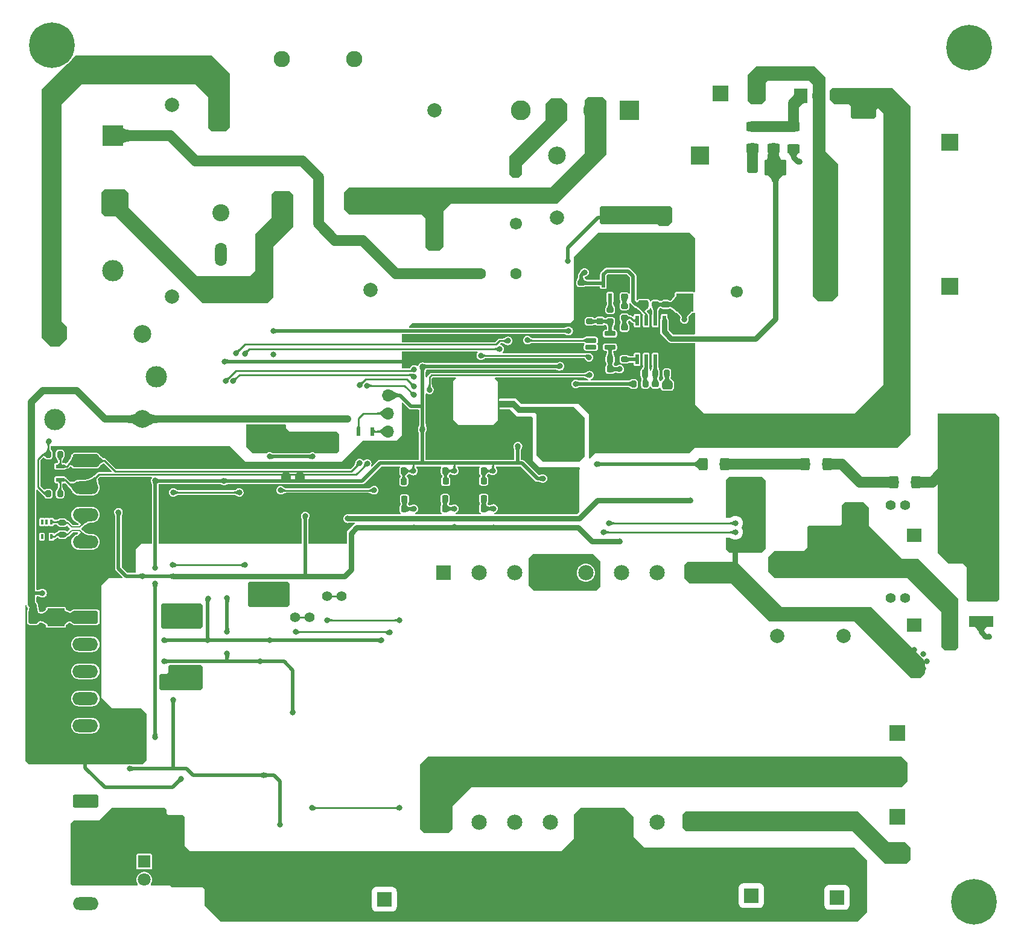
<source format=gbr>
%TF.GenerationSoftware,KiCad,Pcbnew,8.0.4*%
%TF.CreationDate,2024-10-07T12:26:18+07:00*%
%TF.ProjectId,PFC & LLC,50464320-2620-44c4-9c43-2e6b69636164,rev?*%
%TF.SameCoordinates,Original*%
%TF.FileFunction,Copper,L2,Bot*%
%TF.FilePolarity,Positive*%
%FSLAX46Y46*%
G04 Gerber Fmt 4.6, Leading zero omitted, Abs format (unit mm)*
G04 Created by KiCad (PCBNEW 8.0.4) date 2024-10-07 12:26:18*
%MOMM*%
%LPD*%
G01*
G04 APERTURE LIST*
G04 Aperture macros list*
%AMRoundRect*
0 Rectangle with rounded corners*
0 $1 Rounding radius*
0 $2 $3 $4 $5 $6 $7 $8 $9 X,Y pos of 4 corners*
0 Add a 4 corners polygon primitive as box body*
4,1,4,$2,$3,$4,$5,$6,$7,$8,$9,$2,$3,0*
0 Add four circle primitives for the rounded corners*
1,1,$1+$1,$2,$3*
1,1,$1+$1,$4,$5*
1,1,$1+$1,$6,$7*
1,1,$1+$1,$8,$9*
0 Add four rect primitives between the rounded corners*
20,1,$1+$1,$2,$3,$4,$5,0*
20,1,$1+$1,$4,$5,$6,$7,0*
20,1,$1+$1,$6,$7,$8,$9,0*
20,1,$1+$1,$8,$9,$2,$3,0*%
G04 Aperture macros list end*
%TA.AperFunction,ComponentPad*%
%ADD10R,2.500000X2.500000*%
%TD*%
%TA.AperFunction,ComponentPad*%
%ADD11C,2.500000*%
%TD*%
%TA.AperFunction,ComponentPad*%
%ADD12C,3.000000*%
%TD*%
%TA.AperFunction,ComponentPad*%
%ADD13R,1.800000X1.800000*%
%TD*%
%TA.AperFunction,ComponentPad*%
%ADD14C,1.800000*%
%TD*%
%TA.AperFunction,ComponentPad*%
%ADD15R,2.000000X2.000000*%
%TD*%
%TA.AperFunction,ComponentPad*%
%ADD16C,2.000000*%
%TD*%
%TA.AperFunction,ComponentPad*%
%ADD17R,2.800000X2.800000*%
%TD*%
%TA.AperFunction,ComponentPad*%
%ADD18C,2.800000*%
%TD*%
%TA.AperFunction,ComponentPad*%
%ADD19R,2.000000X1.905000*%
%TD*%
%TA.AperFunction,ComponentPad*%
%ADD20O,2.000000X1.905000*%
%TD*%
%TA.AperFunction,ComponentPad*%
%ADD21C,1.400000*%
%TD*%
%TA.AperFunction,ComponentPad*%
%ADD22C,0.800000*%
%TD*%
%TA.AperFunction,ComponentPad*%
%ADD23C,6.400000*%
%TD*%
%TA.AperFunction,ComponentPad*%
%ADD24RoundRect,0.250000X-1.550000X0.650000X-1.550000X-0.650000X1.550000X-0.650000X1.550000X0.650000X0*%
%TD*%
%TA.AperFunction,ComponentPad*%
%ADD25O,3.600000X1.800000*%
%TD*%
%TA.AperFunction,ComponentPad*%
%ADD26R,2.235200X2.235200*%
%TD*%
%TA.AperFunction,ComponentPad*%
%ADD27C,2.235200*%
%TD*%
%TA.AperFunction,ComponentPad*%
%ADD28R,3.000000X3.000000*%
%TD*%
%TA.AperFunction,ComponentPad*%
%ADD29R,1.700000X1.700000*%
%TD*%
%TA.AperFunction,ComponentPad*%
%ADD30O,1.700000X1.700000*%
%TD*%
%TA.AperFunction,ComponentPad*%
%ADD31R,2.150000X2.150000*%
%TD*%
%TA.AperFunction,ComponentPad*%
%ADD32C,2.150000*%
%TD*%
%TA.AperFunction,ComponentPad*%
%ADD33O,1.650000X3.300000*%
%TD*%
%TA.AperFunction,ComponentPad*%
%ADD34R,2.400000X2.400000*%
%TD*%
%TA.AperFunction,ComponentPad*%
%ADD35C,2.400000*%
%TD*%
%TA.AperFunction,ComponentPad*%
%ADD36R,1.905000X2.000000*%
%TD*%
%TA.AperFunction,ComponentPad*%
%ADD37O,1.905000X2.000000*%
%TD*%
%TA.AperFunction,ComponentPad*%
%ADD38C,1.600000*%
%TD*%
%TA.AperFunction,ComponentPad*%
%ADD39C,1.700000*%
%TD*%
%TA.AperFunction,ComponentPad*%
%ADD40R,2.286000X2.286000*%
%TD*%
%TA.AperFunction,ComponentPad*%
%ADD41C,2.286000*%
%TD*%
%TA.AperFunction,ComponentPad*%
%ADD42O,2.400000X2.400000*%
%TD*%
%TA.AperFunction,SMDPad,CuDef*%
%ADD43RoundRect,0.225000X0.250000X-0.225000X0.250000X0.225000X-0.250000X0.225000X-0.250000X-0.225000X0*%
%TD*%
%TA.AperFunction,SMDPad,CuDef*%
%ADD44RoundRect,0.250000X0.475000X-0.337500X0.475000X0.337500X-0.475000X0.337500X-0.475000X-0.337500X0*%
%TD*%
%TA.AperFunction,SMDPad,CuDef*%
%ADD45R,3.510000X1.570000*%
%TD*%
%TA.AperFunction,SMDPad,CuDef*%
%ADD46RoundRect,0.225000X-0.225000X-0.250000X0.225000X-0.250000X0.225000X0.250000X-0.225000X0.250000X0*%
%TD*%
%TA.AperFunction,SMDPad,CuDef*%
%ADD47RoundRect,0.250000X-0.400000X-0.625000X0.400000X-0.625000X0.400000X0.625000X-0.400000X0.625000X0*%
%TD*%
%TA.AperFunction,SMDPad,CuDef*%
%ADD48R,0.355600X0.736600*%
%TD*%
%TA.AperFunction,SMDPad,CuDef*%
%ADD49RoundRect,0.224400X-0.435600X0.680600X-0.435600X-0.680600X0.435600X-0.680600X0.435600X0.680600X0*%
%TD*%
%TA.AperFunction,SMDPad,CuDef*%
%ADD50RoundRect,0.250000X0.625000X-0.400000X0.625000X0.400000X-0.625000X0.400000X-0.625000X-0.400000X0*%
%TD*%
%TA.AperFunction,SMDPad,CuDef*%
%ADD51RoundRect,0.225000X-0.250000X0.225000X-0.250000X-0.225000X0.250000X-0.225000X0.250000X0.225000X0*%
%TD*%
%TA.AperFunction,SMDPad,CuDef*%
%ADD52RoundRect,0.200000X-0.275000X0.200000X-0.275000X-0.200000X0.275000X-0.200000X0.275000X0.200000X0*%
%TD*%
%TA.AperFunction,SMDPad,CuDef*%
%ADD53RoundRect,0.225000X0.225000X0.250000X-0.225000X0.250000X-0.225000X-0.250000X0.225000X-0.250000X0*%
%TD*%
%TA.AperFunction,SMDPad,CuDef*%
%ADD54RoundRect,0.250000X1.300000X0.850000X-1.300000X0.850000X-1.300000X-0.850000X1.300000X-0.850000X0*%
%TD*%
%TA.AperFunction,SMDPad,CuDef*%
%ADD55RoundRect,0.250000X0.500000X0.510000X-0.500000X0.510000X-0.500000X-0.510000X0.500000X-0.510000X0*%
%TD*%
%TA.AperFunction,SMDPad,CuDef*%
%ADD56R,0.533400X1.168400*%
%TD*%
%TA.AperFunction,SMDPad,CuDef*%
%ADD57RoundRect,0.162500X-0.617500X-0.162500X0.617500X-0.162500X0.617500X0.162500X-0.617500X0.162500X0*%
%TD*%
%TA.AperFunction,SMDPad,CuDef*%
%ADD58RoundRect,0.200000X0.200000X0.275000X-0.200000X0.275000X-0.200000X-0.275000X0.200000X-0.275000X0*%
%TD*%
%TA.AperFunction,SMDPad,CuDef*%
%ADD59R,2.400000X2.500000*%
%TD*%
%TA.AperFunction,SMDPad,CuDef*%
%ADD60R,0.533400X1.460500*%
%TD*%
%TA.AperFunction,SMDPad,CuDef*%
%ADD61RoundRect,0.200000X0.275000X-0.200000X0.275000X0.200000X-0.275000X0.200000X-0.275000X-0.200000X0*%
%TD*%
%TA.AperFunction,SMDPad,CuDef*%
%ADD62R,1.168400X0.533400*%
%TD*%
%TA.AperFunction,SMDPad,CuDef*%
%ADD63RoundRect,0.250000X-0.475000X0.337500X-0.475000X-0.337500X0.475000X-0.337500X0.475000X0.337500X0*%
%TD*%
%TA.AperFunction,ViaPad*%
%ADD64C,0.800000*%
%TD*%
%TA.AperFunction,Conductor*%
%ADD65C,1.524000*%
%TD*%
%TA.AperFunction,Conductor*%
%ADD66C,1.016000*%
%TD*%
%TA.AperFunction,Conductor*%
%ADD67C,0.508000*%
%TD*%
%TA.AperFunction,Conductor*%
%ADD68C,0.762000*%
%TD*%
%TA.AperFunction,Conductor*%
%ADD69C,0.250000*%
%TD*%
%TA.AperFunction,Conductor*%
%ADD70C,0.254000*%
%TD*%
%TA.AperFunction,Conductor*%
%ADD71C,0.203200*%
%TD*%
G04 APERTURE END LIST*
D10*
%TO.P,D4,1*%
%TO.N,PFC_VCC*%
X117980000Y-50310400D03*
D11*
%TO.P,D4,2*%
%TO.N,Net-(D2-+)*%
X97920000Y-50310400D03*
%TD*%
D12*
%TO.P,K1,1*%
%TO.N,AC1*%
X41689600Y-81399200D03*
D11*
%TO.P,K1,2*%
%TO.N,Net-(D1-A)*%
X39739600Y-75349200D03*
D12*
%TO.P,K1,3*%
%TO.N,Net-(K1-Pad3)*%
X27539600Y-75349200D03*
%TO.P,K1,4*%
%TO.N,unconnected-(K1-Pad4)*%
X27489600Y-87399200D03*
D11*
%TO.P,K1,5*%
%TO.N,+12V*%
X39739600Y-87349200D03*
%TD*%
D13*
%TO.P,D9,1,K*%
%TO.N,Net-(D9-K)*%
X39981100Y-149493200D03*
D14*
%TO.P,D9,2,A*%
%TO.N,51.2V*%
X39981100Y-152033200D03*
%TD*%
D15*
%TO.P,C38,1*%
%TO.N,Net-(C36-Pad1)*%
X137185400Y-154504400D03*
D16*
%TO.P,C38,2*%
%TO.N,GND*%
X137185400Y-149504400D03*
%TD*%
D17*
%TO.P,D2,1,+*%
%TO.N,Net-(D2-+)*%
X108039900Y-43953000D03*
D18*
%TO.P,D2,2*%
%TO.N,Net-(C12-Pad1)*%
X102959900Y-43953000D03*
%TO.P,D2,3*%
%TO.N,Net-(D2-Pad3)*%
X97879900Y-43953000D03*
%TO.P,D2,4,-*%
%TO.N,Net-(D2--)*%
X92799900Y-43953000D03*
%TD*%
D19*
%TO.P,Q4,1,G*%
%TO.N,Net-(Q4-G)*%
X148007580Y-103625000D03*
D20*
%TO.P,Q4,2,D*%
%TO.N,PFC_VCC*%
X153007580Y-106165000D03*
%TO.P,Q4,3,S*%
%TO.N,/LLC/LOAD_M1_M2*%
X148007580Y-108705000D03*
%TD*%
D21*
%TO.P,VoltageLLC,1,1*%
%TO.N,Voltage_LLC*%
X63153800Y-115156600D03*
X61153800Y-115156600D03*
%TD*%
D22*
%TO.P,H3,1*%
%TO.N,N/C*%
X153276600Y-35172000D03*
X153979544Y-33474944D03*
X153979544Y-36869056D03*
X155676600Y-32772000D03*
D23*
X155676600Y-35172000D03*
D22*
X155676600Y-37572000D03*
X157373656Y-33474944D03*
X157373656Y-36869056D03*
X158076600Y-35172000D03*
%TD*%
D24*
%TO.P,J2,1,Pin_1*%
%TO.N,GND*%
X31724600Y-151580200D03*
D25*
%TO.P,J2,2,Pin_2*%
%TO.N,51.2V*%
X31724600Y-155390200D03*
%TD*%
D26*
%TO.P,D8,1*%
%TO.N,Net-(C36-Pad1)*%
X145656300Y-131412600D03*
D27*
%TO.P,D8,2*%
%TO.N,Net-(L3-SB)*%
X145656300Y-136492600D03*
%TD*%
D16*
%TO.P,F1,1*%
%TO.N,Net-(F1-Pad1)*%
X43903600Y-70122400D03*
%TO.P,F1,2*%
%TO.N,AC1*%
X43878200Y-43223800D03*
%TD*%
D24*
%TO.P,J6,1,Pin_1*%
%TO.N,UART1_TX*%
X31735800Y-93164400D03*
D25*
%TO.P,J6,2,Pin_2*%
%TO.N,UART1_RX*%
X31735800Y-96974400D03*
%TO.P,J6,3,Pin_3*%
%TO.N,RS485_P*%
X31735800Y-100784400D03*
%TO.P,J6,4,Pin_4*%
%TO.N,RS485_N*%
X31735800Y-104594400D03*
%TO.P,J6,5,Pin_5*%
%TO.N,GNDPWR*%
X31735800Y-108404400D03*
%TD*%
D28*
%TO.P,J1,1,1*%
%TO.N,Earth*%
X35610200Y-47516002D03*
D12*
%TO.P,J1,2,2*%
%TO.N,AC2*%
X35610200Y-57016000D03*
%TO.P,J1,3,3*%
%TO.N,Net-(F1-Pad1)*%
X35610200Y-66515999D03*
%TD*%
D22*
%TO.P,H2,1*%
%TO.N,N/C*%
X153962400Y-155110800D03*
X154665344Y-153413744D03*
X154665344Y-156807856D03*
X156362400Y-152710800D03*
D23*
X156362400Y-155110800D03*
D22*
X156362400Y-157510800D03*
X158059456Y-153413744D03*
X158059456Y-156807856D03*
X158762400Y-155110800D03*
%TD*%
%TO.P,H1,1*%
%TO.N,N/C*%
X24625600Y-34841800D03*
X25328544Y-33144744D03*
X25328544Y-36538856D03*
X27025600Y-32441800D03*
D23*
X27025600Y-34841800D03*
D22*
X27025600Y-37241800D03*
X28722656Y-33144744D03*
X28722656Y-36538856D03*
X29425600Y-34841800D03*
%TD*%
D21*
%TO.P,VACIN,1,1*%
%TO.N,VAC_IN*%
X59842400Y-95420800D03*
X61842400Y-95420800D03*
%TD*%
D29*
%TO.P,J5,1,Pin_1*%
%TO.N,GNDPWR*%
X74218800Y-91606800D03*
D30*
%TO.P,J5,2,Pin_2*%
%TO.N,Net-(J5-Pin_2)*%
X74218800Y-89066800D03*
%TO.P,J5,3,Pin_3*%
%TO.N,Net-(J5-Pin_3)*%
X74218800Y-86526800D03*
%TO.P,J5,4,Pin_4*%
%TO.N,+3.3VA*%
X74218800Y-83986800D03*
%TD*%
D31*
%TO.P,L3,1*%
%TO.N,N/C*%
X81943800Y-108912600D03*
D32*
%TO.P,L3,2*%
X86943800Y-108912600D03*
%TO.P,L3,3*%
X91943800Y-108912600D03*
%TO.P,L3,4,AA*%
%TO.N,Net-(L3-AA)*%
X96943800Y-108912600D03*
%TO.P,L3,5*%
%TO.N,N/C*%
X101943800Y-108912600D03*
%TO.P,L3,6*%
X106943800Y-108912600D03*
%TO.P,L3,7*%
X111943800Y-108912600D03*
%TO.P,L3,8,AB*%
%TO.N,GNDPWR*%
X116943800Y-108912600D03*
%TO.P,L3,9,SA*%
%TO.N,Net-(L3-SA)*%
X116943800Y-143912600D03*
%TO.P,L3,10*%
%TO.N,N/C*%
X111943800Y-143912600D03*
%TO.P,L3,11,SC*%
%TO.N,GND*%
X106943800Y-143912600D03*
%TO.P,L3,12,SC*%
X101943800Y-143912600D03*
%TO.P,L3,13*%
%TO.N,N/C*%
X96943800Y-143912600D03*
%TO.P,L3,14*%
X91943800Y-143912600D03*
%TO.P,L3,15*%
X86943800Y-143912600D03*
%TO.P,L3,16,SB*%
%TO.N,Net-(L3-SB)*%
X81943800Y-143912600D03*
%TD*%
D16*
%TO.P,C33,1*%
%TO.N,/LLC/LOAD_M1_M2*%
X128761600Y-107766700D03*
%TO.P,C33,2*%
%TO.N,Net-(L3-AA)*%
X128761600Y-117766500D03*
%TD*%
D33*
%TO.P,RV1,1*%
%TO.N,AC2*%
X50761600Y-69186100D03*
%TO.P,RV1,2*%
%TO.N,AC1*%
X50761600Y-64186100D03*
%TD*%
D24*
%TO.P,J3,1,Pin_1*%
%TO.N,+12V*%
X31723100Y-115131200D03*
D25*
%TO.P,J3,2,Pin_2*%
%TO.N,+9V*%
X31723100Y-118941200D03*
%TO.P,J3,3,Pin_3*%
%TO.N,-9V*%
X31723100Y-122751200D03*
%TO.P,J3,4,Pin_4*%
%TO.N,+5V*%
X31723100Y-126561200D03*
%TO.P,J3,5,Pin_5*%
%TO.N,+3.3VA*%
X31723100Y-130371200D03*
%TO.P,J3,6,Pin_6*%
%TO.N,GNDPWR*%
X31723100Y-134181200D03*
%TD*%
D21*
%TO.P,CurrentACS,1,1*%
%TO.N,Current_ACS*%
X67659000Y-112184800D03*
X65659000Y-112184800D03*
%TD*%
D19*
%TO.P,Q5,1,G*%
%TO.N,Net-(Q5-G)*%
X148007580Y-116299600D03*
D20*
%TO.P,Q5,2,D*%
%TO.N,/LLC/LOAD_M1_M2*%
X153007580Y-118839600D03*
%TO.P,Q5,3,S*%
%TO.N,GNDPWR*%
X148007580Y-121379600D03*
%TD*%
D34*
%TO.P,C23,1*%
%TO.N,PFC_VCC*%
X153007580Y-48481600D03*
D35*
%TO.P,C23,2*%
%TO.N,GNDPWR*%
X145507580Y-48481600D03*
%TD*%
D21*
%TO.P,PWM2,1,1*%
%TO.N,/LLC/OUT_M2*%
X144705600Y-112489600D03*
X146705600Y-112489600D03*
%TD*%
D26*
%TO.P,D5,1,K*%
%TO.N,PFC_VCC*%
X120853200Y-41627600D03*
D27*
%TO.P,D5,2,A*%
%TO.N,Net-(D5-A)*%
X125933200Y-41627600D03*
%TD*%
D24*
%TO.P,J4,1,Pin_1*%
%TO.N,+5V_GND*%
X31724600Y-141013800D03*
D25*
%TO.P,J4,2,Pin_2*%
%TO.N,GND*%
X31724600Y-144823800D03*
%TD*%
D16*
%TO.P,C1,1*%
%TO.N,AC2*%
X56729800Y-69186100D03*
%TO.P,C1,2*%
%TO.N,AC1*%
X71729600Y-69186100D03*
%TD*%
D26*
%TO.P,D7,1*%
%TO.N,Net-(C36-Pad1)*%
X145656300Y-143223600D03*
D27*
%TO.P,D7,2*%
%TO.N,Net-(L3-SA)*%
X145656300Y-148303600D03*
%TD*%
D15*
%TO.P,C41,1*%
%TO.N,Net-(C36-Pad1)*%
X73654200Y-154758400D03*
D16*
%TO.P,C41,2*%
%TO.N,GND*%
X73654200Y-149758400D03*
%TD*%
D34*
%TO.P,C24,1*%
%TO.N,PFC_VCC*%
X153007580Y-68661900D03*
D35*
%TO.P,C24,2*%
%TO.N,GNDPWR*%
X145507580Y-68661900D03*
%TD*%
D36*
%TO.P,Q2,1,G*%
%TO.N,Net-(Q2-G)*%
X132105400Y-41903000D03*
D37*
%TO.P,Q2,2,D*%
%TO.N,Net-(D5-A)*%
X134645400Y-41903000D03*
%TO.P,Q2,3,S*%
%TO.N,GNDPWR*%
X137185400Y-41903000D03*
%TD*%
D21*
%TO.P,PWM1,1,1*%
%TO.N,/LLC/OUT_M1*%
X144705600Y-99459400D03*
X146705600Y-99459400D03*
%TD*%
D38*
%TO.P,C5,1*%
%TO.N,Earth*%
X80670400Y-66932800D03*
%TO.P,C5,2*%
%TO.N,Net-(C12-Pad1)*%
X80670400Y-61932800D03*
%TD*%
D15*
%TO.P,C36,1*%
%TO.N,Net-(C36-Pad1)*%
X125165400Y-154250400D03*
D16*
%TO.P,C36,2*%
%TO.N,GND*%
X125165400Y-149250400D03*
%TD*%
D39*
%TO.P,TH1,1*%
%TO.N,Net-(C12-Pad2)*%
X92100400Y-59893200D03*
%TO.P,TH1,2*%
%TO.N,Net-(D2-Pad3)*%
X92100400Y-52393200D03*
%TD*%
D16*
%TO.P,C17,1*%
%TO.N,Net-(D2--)*%
X112907400Y-59072800D03*
%TO.P,C17,2*%
%TO.N,Net-(D2-+)*%
X97907600Y-59072800D03*
%TD*%
D39*
%TO.P,L2,1*%
%TO.N,Net-(D2-+)*%
X123113800Y-69436600D03*
%TO.P,L2,2*%
%TO.N,Net-(D5-A)*%
X135813800Y-69436600D03*
%TD*%
D38*
%TO.P,C9,1*%
%TO.N,Earth*%
X87100400Y-66932800D03*
%TO.P,C9,2*%
%TO.N,Net-(C12-Pad2)*%
X92100400Y-66932800D03*
%TD*%
D34*
%TO.P,C25,1*%
%TO.N,PFC_VCC*%
X153007580Y-88842200D03*
D35*
%TO.P,C25,2*%
%TO.N,GNDPWR*%
X145507580Y-88842200D03*
%TD*%
D16*
%TO.P,C12,1*%
%TO.N,Net-(C12-Pad1)*%
X80686300Y-58966600D03*
%TO.P,C12,2*%
%TO.N,Net-(C12-Pad2)*%
X80686300Y-43966800D03*
%TD*%
D40*
%TO.P,L1,1,1*%
%TO.N,AC2*%
X59283600Y-57117600D03*
D41*
%TO.P,L1,2,2*%
%TO.N,Net-(K1-Pad3)*%
X59283600Y-36797600D03*
%TO.P,L1,3,3*%
%TO.N,Net-(C12-Pad2)*%
X69443600Y-36797600D03*
%TO.P,L1,4,4*%
%TO.N,Net-(C12-Pad1)*%
X69443600Y-57117600D03*
%TD*%
D35*
%TO.P,R7,1*%
%TO.N,AC1*%
X50695700Y-58365100D03*
D42*
%TO.P,R7,2*%
%TO.N,Net-(K1-Pad3)*%
X50695700Y-45665100D03*
%TD*%
D16*
%TO.P,C32,1*%
%TO.N,/LLC/LOAD_M1_M2*%
X138134200Y-107766700D03*
%TO.P,C32,2*%
%TO.N,Net-(L3-AA)*%
X138134200Y-117766500D03*
%TD*%
D43*
%TO.P,C14,1*%
%TO.N,GNDPWR*%
X111709200Y-83959350D03*
%TO.P,C14,2*%
%TO.N,Net-(U3-ICOMP)*%
X111709200Y-82409350D03*
%TD*%
D44*
%TO.P,C13,1*%
%TO.N,GNDPWR*%
X113360200Y-84637650D03*
%TO.P,C13,2*%
%TO.N,Net-(C13-Pad2)*%
X113360200Y-82562650D03*
%TD*%
D45*
%TO.P,C29,1*%
%TO.N,GNDPWR*%
X157378400Y-115725800D03*
%TO.P,C29,2*%
%TO.N,PFC_VCC*%
X157378400Y-111691800D03*
%TD*%
D46*
%TO.P,C27,1*%
%TO.N,GNDPWR*%
X103796800Y-78891750D03*
%TO.P,C27,2*%
%TO.N,+5V*%
X105346800Y-78891750D03*
%TD*%
D47*
%TO.P,R19,1*%
%TO.N,Net-(R19-Pad1)*%
X132714400Y-93642800D03*
%TO.P,R19,2*%
%TO.N,Net-(R18-Pad1)*%
X135814400Y-93642800D03*
%TD*%
D46*
%TO.P,C15,1*%
%TO.N,GNDPWR*%
X108699000Y-80872950D03*
%TO.P,C15,2*%
%TO.N,Net-(U3-ISENSE)*%
X110249000Y-80872950D03*
%TD*%
D48*
%TO.P,D15,1*%
%TO.N,RS485_N*%
X26948800Y-103853600D03*
%TO.P,D15,2*%
%TO.N,GNDPWR*%
X26288400Y-103853600D03*
%TO.P,D15,3*%
%TO.N,unconnected-(D15-Pad3)*%
X25628000Y-103853600D03*
%TO.P,D15,4*%
%TO.N,unconnected-(D15-Pad4)*%
X25628000Y-101770800D03*
%TO.P,D15,5*%
%TO.N,unconnected-(D15-Pad5)*%
X26288400Y-101770800D03*
%TO.P,D15,6*%
%TO.N,RS485_P*%
X26948800Y-101770800D03*
%TD*%
D49*
%TO.P,C74,1*%
%TO.N,+12V*%
X24398100Y-115128800D03*
%TO.P,C74,2*%
%TO.N,GNDPWR*%
X24398100Y-117728800D03*
%TD*%
D46*
%TO.P,C79,1*%
%TO.N,GNDPWR*%
X74854400Y-94631401D03*
%TO.P,C79,2*%
%TO.N,+3.3VA*%
X76404400Y-94631401D03*
%TD*%
D50*
%TO.P,R15,1*%
%TO.N,Net-(U3-GATE)*%
X128244600Y-49320400D03*
%TO.P,R15,2*%
%TO.N,Net-(Q2-G)*%
X128244600Y-46220400D03*
%TD*%
D51*
%TO.P,C16,1*%
%TO.N,GNDPWR*%
X107340400Y-68591750D03*
%TO.P,C16,2*%
%TO.N,Net-(C16-Pad2)*%
X107340400Y-70141750D03*
%TD*%
D43*
%TO.P,C18,1*%
%TO.N,GNDPWR*%
X107340400Y-75983750D03*
%TO.P,C18,2*%
%TO.N,Net-(U3-VCOMP)*%
X107340400Y-74433750D03*
%TD*%
D52*
%TO.P,R22,1*%
%TO.N,Net-(Q3-B)*%
X105371000Y-71971150D03*
%TO.P,R22,2*%
%TO.N,Net-(C26-Pad2)*%
X105371000Y-73621150D03*
%TD*%
D51*
%TO.P,C20,1*%
%TO.N,GNDPWR*%
X113157000Y-69683950D03*
%TO.P,C20,2*%
%TO.N,+12V*%
X113157000Y-71233950D03*
%TD*%
D46*
%TO.P,C77,1*%
%TO.N,GNDPWR*%
X80720600Y-96053801D03*
%TO.P,C77,2*%
%TO.N,+3.3VA*%
X82270600Y-96053801D03*
%TD*%
D53*
%TO.P,C28,1*%
%TO.N,+5V*%
X105346800Y-80314150D03*
%TO.P,C28,2*%
%TO.N,GNDPWR*%
X103796800Y-80314150D03*
%TD*%
D54*
%TO.P,D3,1*%
%TO.N,Net-(U3-GATE)*%
X128540200Y-52037600D03*
D55*
%TO.P,D3,2*%
%TO.N,Net-(D3-Pad2)*%
X125320200Y-52037600D03*
%TD*%
D46*
%TO.P,C92,1*%
%TO.N,GNDPWR*%
X74930600Y-99940001D03*
%TO.P,C92,2*%
%TO.N,+5V*%
X76480600Y-99940001D03*
%TD*%
D52*
%TO.P,R12,1*%
%TO.N,Net-(C16-Pad2)*%
X107352200Y-71437750D03*
%TO.P,R12,2*%
%TO.N,Net-(U3-VCOMP)*%
X107352200Y-73087750D03*
%TD*%
D50*
%TO.P,R16,1*%
%TO.N,Net-(D3-Pad2)*%
X125320200Y-49330300D03*
%TO.P,R16,2*%
%TO.N,Net-(Q2-G)*%
X125320200Y-46230300D03*
%TD*%
D56*
%TO.P,D14,1*%
%TO.N,Net-(J5-Pin_3)*%
X70042999Y-89066800D03*
%TO.P,D14,2*%
%TO.N,Net-(J5-Pin_2)*%
X71943001Y-89066800D03*
%TO.P,D14,3*%
%TO.N,GNDPWR*%
X70993000Y-91098800D03*
%TD*%
D57*
%TO.P,U4,1,NC*%
%TO.N,unconnected-(U4-NC-Pad1)*%
X102637600Y-77225550D03*
%TO.P,U4,2*%
%TO.N,PFC_ON{slash}OFF*%
X102637600Y-76275550D03*
%TO.P,U4,3,GND*%
%TO.N,GNDPWR*%
X102637600Y-75325550D03*
%TO.P,U4,4*%
%TO.N,Net-(C26-Pad2)*%
X105337600Y-75325550D03*
%TO.P,U4,5,VCC*%
%TO.N,+5V*%
X105337600Y-77225550D03*
%TD*%
D46*
%TO.P,C78,1*%
%TO.N,GNDPWR*%
X86067600Y-96028401D03*
%TO.P,C78,2*%
%TO.N,+3.3VA*%
X87617600Y-96028401D03*
%TD*%
D56*
%TO.P,Q3,1,B*%
%TO.N,Net-(Q3-B)*%
X105344001Y-70255750D03*
%TO.P,Q3,2,E*%
%TO.N,GNDPWR*%
X103443999Y-70255750D03*
%TO.P,Q3,3,C*%
%TO.N,Net-(Q3-C)*%
X104394000Y-68223750D03*
%TD*%
D46*
%TO.P,C87,1*%
%TO.N,GNDPWR*%
X80644400Y-99914601D03*
%TO.P,C87,2*%
%TO.N,+5V*%
X82194400Y-99914601D03*
%TD*%
D50*
%TO.P,R14,1*%
%TO.N,GNDPWR*%
X105169000Y-62172800D03*
%TO.P,R14,2*%
%TO.N,Net-(D2--)*%
X105169000Y-59072800D03*
%TD*%
D51*
%TO.P,C26,1*%
%TO.N,GNDPWR*%
X103936800Y-72020750D03*
%TO.P,C26,2*%
%TO.N,Net-(C26-Pad2)*%
X103936800Y-73570750D03*
%TD*%
D50*
%TO.P,R11,1*%
%TO.N,GNDPWR*%
X109868000Y-62172800D03*
%TO.P,R11,2*%
%TO.N,Net-(D2--)*%
X109868000Y-59072800D03*
%TD*%
D58*
%TO.P,R8,1*%
%TO.N,Net-(C13-Pad2)*%
X113321200Y-80859350D03*
%TO.P,R8,2*%
%TO.N,Net-(U3-ICOMP)*%
X111671200Y-80859350D03*
%TD*%
%TO.P,R62,1*%
%TO.N,UART1_RX*%
X28168600Y-97794800D03*
%TO.P,R62,2*%
%TO.N,+3.3VA*%
X26518600Y-97794800D03*
%TD*%
D50*
%TO.P,R17,1*%
%TO.N,GNDPWR*%
X131064000Y-49345800D03*
%TO.P,R17,2*%
%TO.N,Net-(Q2-G)*%
X131064000Y-46245800D03*
%TD*%
D59*
%TO.P,C8,1*%
%TO.N,+12V*%
X115798600Y-70935200D03*
%TO.P,C8,2*%
%TO.N,GNDPWR*%
X115798600Y-66464800D03*
%TD*%
D60*
%TO.P,U3,1,GND*%
%TO.N,GNDPWR*%
X112953800Y-78942550D03*
%TO.P,U3,2,ICOMP*%
%TO.N,Net-(U3-ICOMP)*%
X111683800Y-78942550D03*
%TO.P,U3,3,ISENSE*%
%TO.N,Net-(U3-ISENSE)*%
X110413800Y-78942550D03*
%TO.P,U3,4,FREQ*%
%TO.N,Net-(U3-FREQ)*%
X109143800Y-78942550D03*
%TO.P,U3,5,VCOMP*%
%TO.N,Net-(U3-VCOMP)*%
X109143800Y-73494250D03*
%TO.P,U3,6,VSENSE*%
%TO.N,Net-(Q3-C)*%
X110413800Y-73494250D03*
%TO.P,U3,7,VCC*%
%TO.N,+12V*%
X111683800Y-73494250D03*
%TO.P,U3,8,GATE*%
%TO.N,Net-(U3-GATE)*%
X112953800Y-73494250D03*
%TD*%
D46*
%TO.P,C88,1*%
%TO.N,GNDPWR*%
X86067600Y-99889201D03*
%TO.P,C88,2*%
%TO.N,+5V*%
X87617600Y-99889201D03*
%TD*%
%TO.P,C89,1*%
%TO.N,GNDPWR*%
X74943000Y-98543001D03*
%TO.P,C89,2*%
%TO.N,+5V*%
X76493000Y-98543001D03*
%TD*%
D47*
%TO.P,R20,1*%
%TO.N,Net-(Q3-C)*%
X118338000Y-93642800D03*
%TO.P,R20,2*%
%TO.N,Net-(R19-Pad1)*%
X121438000Y-93642800D03*
%TD*%
D58*
%TO.P,R63,1*%
%TO.N,UART1_TX*%
X28168600Y-92283000D03*
%TO.P,R63,2*%
%TO.N,+3.3VA*%
X26518600Y-92283000D03*
%TD*%
D46*
%TO.P,C84,1*%
%TO.N,GNDPWR*%
X74854400Y-96079201D03*
%TO.P,C84,2*%
%TO.N,+3.3VA*%
X76404400Y-96079201D03*
%TD*%
%TO.P,C90,1*%
%TO.N,GNDPWR*%
X80644400Y-98517601D03*
%TO.P,C90,2*%
%TO.N,+5V*%
X82194400Y-98517601D03*
%TD*%
D52*
%TO.P,R23,1*%
%TO.N,GNDPWR*%
X102475400Y-71945750D03*
%TO.P,R23,2*%
%TO.N,Net-(C26-Pad2)*%
X102475400Y-73595750D03*
%TD*%
%TO.P,R59,1*%
%TO.N,RS485_P*%
X28485200Y-101886000D03*
%TO.P,R59,2*%
%TO.N,RS485_N*%
X28485200Y-103536000D03*
%TD*%
D59*
%TO.P,C72,1*%
%TO.N,+12V*%
X27609800Y-115177800D03*
%TO.P,C72,2*%
%TO.N,GNDPWR*%
X27609800Y-119648200D03*
%TD*%
D46*
%TO.P,C82,1*%
%TO.N,GNDPWR*%
X80695200Y-94606001D03*
%TO.P,C82,2*%
%TO.N,+3.3VA*%
X82245200Y-94606001D03*
%TD*%
%TO.P,C91,1*%
%TO.N,GNDPWR*%
X86067600Y-98492201D03*
%TO.P,C91,2*%
%TO.N,+5V*%
X87617600Y-98492201D03*
%TD*%
D52*
%TO.P,R9,1*%
%TO.N,GNDPWR*%
X107340400Y-77292550D03*
%TO.P,R9,2*%
%TO.N,Net-(U3-FREQ)*%
X107340400Y-78942550D03*
%TD*%
D46*
%TO.P,C83,1*%
%TO.N,GNDPWR*%
X86067600Y-94580601D03*
%TO.P,C83,2*%
%TO.N,+3.3VA*%
X87617600Y-94580601D03*
%TD*%
D61*
%TO.P,R21,1*%
%TO.N,GNDPWR*%
X101308800Y-69810350D03*
%TO.P,R21,2*%
%TO.N,Net-(Q3-C)*%
X101308800Y-68160350D03*
%TD*%
D50*
%TO.P,R13,1*%
%TO.N,GNDPWR*%
X107594400Y-62172800D03*
%TO.P,R13,2*%
%TO.N,Net-(D2--)*%
X107594400Y-59072800D03*
%TD*%
D47*
%TO.P,R18,1*%
%TO.N,Net-(R18-Pad1)*%
X145160400Y-96182800D03*
%TO.P,R18,2*%
%TO.N,PFC_VCC*%
X148260400Y-96182800D03*
%TD*%
D58*
%TO.P,R10,1*%
%TO.N,Net-(U3-ISENSE)*%
X110298600Y-82383350D03*
%TO.P,R10,2*%
%TO.N,Net-(D2--)*%
X108648600Y-82383350D03*
%TD*%
D51*
%TO.P,C19,1*%
%TO.N,GNDPWR*%
X111683800Y-69683950D03*
%TO.P,C19,2*%
%TO.N,+12V*%
X111683800Y-71233950D03*
%TD*%
D62*
%TO.P,D16,1*%
%TO.N,UART1_TX*%
X28168600Y-93962799D03*
%TO.P,D16,2*%
%TO.N,UART1_RX*%
X28168600Y-95862801D03*
%TO.P,D16,3*%
%TO.N,GNDPWR*%
X26136600Y-94912800D03*
%TD*%
D63*
%TO.P,C21,1*%
%TO.N,GNDPWR*%
X110032800Y-69158050D03*
%TO.P,C21,2*%
%TO.N,Net-(Q3-C)*%
X110032800Y-71233050D03*
%TD*%
D64*
%TO.N,/LLC/LOAD_M1_M2*%
X138303000Y-103218600D03*
X140741400Y-103218600D03*
X140309600Y-99916600D03*
X136169400Y-103218600D03*
X133908800Y-103218600D03*
X139090400Y-99916600D03*
%TO.N,+12V*%
X116566800Y-98761200D03*
X25704800Y-111778400D03*
X115763400Y-73357800D03*
X68513400Y-101307800D03*
X68497000Y-87349200D03*
%TO.N,+5V*%
X77800200Y-99942000D03*
X39700200Y-109382800D03*
X83489800Y-99916600D03*
X106713400Y-80307800D03*
X77813400Y-102532800D03*
X59038400Y-144332800D03*
X88976200Y-102532800D03*
X37973000Y-136416400D03*
X62563400Y-100932800D03*
X83489800Y-102507800D03*
X36363400Y-100407800D03*
X106713400Y-104532800D03*
X88976200Y-99891200D03*
X56763400Y-137332800D03*
X44038400Y-109432800D03*
X44038400Y-126757800D03*
%TO.N,-9V*%
X56238400Y-121357800D03*
X51612800Y-117188600D03*
X51612800Y-120262000D03*
X42788400Y-121357800D03*
X60838400Y-128582800D03*
X51612800Y-112489600D03*
%TO.N,+9V*%
X73288400Y-118407800D03*
X63588400Y-92582800D03*
X57588400Y-92582800D03*
X42763400Y-118407800D03*
X48888400Y-118407800D03*
X48920400Y-112515000D03*
X57588400Y-118407800D03*
%TO.N,Voltage_LLC*%
X74422000Y-117315600D03*
X61188600Y-117239400D03*
%TO.N,H_Gate_Driver*%
X102387400Y-78656800D03*
X105181400Y-101948600D03*
X87198200Y-78421800D03*
X122936000Y-101948600D03*
%TO.N,L_Gate_Driver*%
X102438200Y-81171400D03*
X104438400Y-103207800D03*
X122936000Y-103218600D03*
X79986700Y-83232800D03*
%TO.N,PFC_ON{slash}OFF*%
X93726000Y-76243800D03*
%TO.N,Net-(Q3-C)*%
X101752400Y-66718800D03*
X103505000Y-93642800D03*
%TO.N,Current_ACS*%
X75819000Y-141928200D03*
X75819000Y-115563000D03*
X63525400Y-141953600D03*
X65633600Y-115563000D03*
%TO.N,Net-(D2--)*%
X100514200Y-82383350D03*
X99415600Y-65144000D03*
%TO.N,UART1_RX*%
X71263400Y-93557800D03*
X77790180Y-83940000D03*
X71213400Y-82616995D03*
%TO.N,UART1_TX*%
X70212246Y-82552927D03*
X70188400Y-93507800D03*
X77851000Y-82771600D03*
%TO.N,RS485_CONTROL*%
X77800200Y-81349200D03*
X52437156Y-82004609D03*
%TO.N,UART2_RX*%
X54095600Y-78140400D03*
X89865200Y-77488400D03*
X43992800Y-107816000D03*
X54076600Y-107816000D03*
%TO.N,UART2_TX*%
X52832000Y-78098000D03*
X91008200Y-76345400D03*
X44043600Y-97630600D03*
X53314600Y-97630600D03*
%TO.N,Voltage_Protection*%
X51435000Y-81958800D03*
X77852151Y-80342917D03*
%TO.N,ALERT_ADS1115*%
X72237600Y-97325800D03*
X59105800Y-97319400D03*
%TO.N,GNDA*%
X59080400Y-88816800D03*
X55016400Y-113200800D03*
X45110400Y-116248800D03*
X47650400Y-124884800D03*
X57556400Y-91356800D03*
X42824400Y-114978800D03*
X57556400Y-90086800D03*
X46380400Y-124884800D03*
X57556400Y-88816800D03*
X55270400Y-88816800D03*
X45110400Y-114978800D03*
X59588400Y-110660800D03*
X46380400Y-113708800D03*
X66446400Y-91356800D03*
X47650400Y-113708800D03*
X99525200Y-74948400D03*
X42824400Y-116248800D03*
X46380400Y-122344800D03*
X47650400Y-122344800D03*
X59588400Y-113200800D03*
X59080400Y-91356800D03*
X47650400Y-116248800D03*
X46380400Y-114978800D03*
X45110400Y-122344800D03*
X45110400Y-124884800D03*
X47650400Y-123614800D03*
X42824400Y-124884800D03*
X55270400Y-90086800D03*
X45110400Y-113708800D03*
X55016400Y-110660800D03*
X55016400Y-111930800D03*
X45110400Y-123614800D03*
X42824400Y-113708800D03*
X59588400Y-111930800D03*
X59080400Y-90086800D03*
X58089800Y-74948400D03*
X47650400Y-114978800D03*
X46380400Y-123614800D03*
X46380400Y-116248800D03*
X55270400Y-91356800D03*
X58089800Y-78218600D03*
X42824400Y-123614800D03*
%TO.N,GNDPWR*%
X97942400Y-92880800D03*
X143916400Y-90086800D03*
X79342858Y-75862800D03*
X100736400Y-92880800D03*
X158521400Y-117849000D03*
X45161200Y-137871200D03*
X146202400Y-121328800D03*
X63906400Y-98722800D03*
X139598400Y-43604800D03*
X61366400Y-100500800D03*
X140868400Y-43604800D03*
X139598400Y-44620800D03*
X65176400Y-98722800D03*
X101371400Y-84346400D03*
X122580400Y-97452800D03*
X34950400Y-98722800D03*
X145507580Y-90594800D03*
X149758400Y-121328800D03*
X93954600Y-92703000D03*
X34950400Y-105072800D03*
X51216601Y-79230799D03*
X95402400Y-91864800D03*
X34950400Y-97452800D03*
X122580400Y-99738800D03*
X143916400Y-87623000D03*
X34696400Y-129710800D03*
X122834400Y-105072800D03*
X92354400Y-75862800D03*
X142138400Y-44620800D03*
X149250400Y-120312800D03*
X60096400Y-101770800D03*
X62636400Y-98722800D03*
X60096400Y-100500800D03*
X143408400Y-88740600D03*
X95808800Y-99205400D03*
X148031200Y-119703200D03*
X96418400Y-92880800D03*
X142138400Y-43604800D03*
X145465800Y-87038800D03*
X140868400Y-44620800D03*
X34950400Y-99992800D03*
X99288600Y-92880800D03*
X146964400Y-87546800D03*
X79146400Y-78910800D03*
X147980400Y-123106800D03*
X131953000Y-51199400D03*
X61366400Y-93896800D03*
X77876400Y-78910800D03*
X34696400Y-128440800D03*
X76606400Y-78910800D03*
X122580400Y-96182800D03*
X149250400Y-122344800D03*
X77876400Y-89070800D03*
X146710400Y-122344800D03*
X61366400Y-98722800D03*
X34950400Y-101262800D03*
X98015200Y-86784800D03*
X34950400Y-108882800D03*
X62636400Y-93896800D03*
X66446400Y-98722800D03*
X65176400Y-93896800D03*
X100736400Y-86784800D03*
X63906400Y-93896800D03*
X47142400Y-104387000D03*
X66446400Y-93896800D03*
X86588600Y-75862800D03*
X77851000Y-75862800D03*
X76606400Y-75862800D03*
X146786600Y-120211200D03*
X34950400Y-107612800D03*
X34950400Y-106342800D03*
X36474400Y-98722800D03*
X34950400Y-96182800D03*
X36474400Y-96182800D03*
X61366400Y-101770800D03*
X82986972Y-75862800D03*
X93988400Y-90450800D03*
%TO.N,GND*%
X42062400Y-145458800D03*
X45872400Y-152316800D03*
X35788600Y-152418400D03*
X39522400Y-144188800D03*
X44602400Y-152316800D03*
X44602400Y-151046800D03*
X35712400Y-144188800D03*
X42062400Y-144188800D03*
X38252400Y-144188800D03*
X40792400Y-145458800D03*
X38252400Y-145458800D03*
X35712400Y-145458800D03*
X45872400Y-151046800D03*
X39522400Y-145458800D03*
X36982400Y-144188800D03*
X40792400Y-144188800D03*
X36982400Y-145458800D03*
%TO.N,+3.3VA*%
X41515400Y-95982800D03*
X92413400Y-91132800D03*
X51188400Y-96007800D03*
X95910400Y-95674800D03*
X41513400Y-110457800D03*
X77749400Y-94633400D03*
X83489800Y-94608000D03*
X41513400Y-108232800D03*
X88900000Y-94608000D03*
X78988400Y-79982800D03*
X26563400Y-90407800D03*
X41463400Y-131982800D03*
X79013400Y-88707800D03*
X98323400Y-79901400D03*
%TO.N,Net-(L3-AA)*%
X95808800Y-110864000D03*
X101752400Y-107104800D03*
X95656400Y-107104800D03*
X100380800Y-110864000D03*
X101904800Y-110864000D03*
X98704400Y-107104800D03*
X97180400Y-107104800D03*
X98856800Y-110864000D03*
X97332800Y-110864000D03*
X100228400Y-107104800D03*
%TD*%
D65*
%TO.N,Earth*%
X62128400Y-51072400D02*
X64414400Y-53358400D01*
X66725800Y-62223000D02*
X70612000Y-62223000D01*
X43636802Y-47516002D02*
X47193200Y-51072400D01*
X70612000Y-62223000D02*
X75321800Y-66932800D01*
X64414400Y-53358400D02*
X64414400Y-59911600D01*
X47193200Y-51072400D02*
X62128400Y-51072400D01*
X80670400Y-66932800D02*
X87100400Y-66932800D01*
X64414400Y-59911600D02*
X66725800Y-62223000D01*
X75321800Y-66932800D02*
X80670400Y-66932800D01*
X35610200Y-47516002D02*
X43636802Y-47516002D01*
%TO.N,PFC_VCC*%
X155498800Y-106165000D02*
X157378400Y-108044600D01*
X157378400Y-108044600D02*
X157378400Y-111691800D01*
X153007580Y-106165000D02*
X155498800Y-106165000D01*
X153007580Y-93695620D02*
X153007580Y-106165000D01*
X150520400Y-96182800D02*
X148260400Y-96182800D01*
X153007580Y-93695620D02*
X150520400Y-96182800D01*
X153007580Y-88842200D02*
X153007580Y-93695620D01*
%TO.N,/LLC/LOAD_M1_M2*%
X153007580Y-118839600D02*
X153007580Y-113705000D01*
D66*
X140741400Y-103218600D02*
X140766800Y-103218600D01*
D65*
X138303000Y-107597900D02*
X138134200Y-107766700D01*
D66*
X133908800Y-103218600D02*
X138125200Y-103218600D01*
X146253200Y-108705000D02*
X148007580Y-108705000D01*
D65*
X128939400Y-107817500D02*
X138083400Y-107817500D01*
X138083400Y-107817500D02*
X138134200Y-107766700D01*
X151384890Y-112082310D02*
X148007580Y-108705000D01*
D66*
X140766800Y-103218600D02*
X146253200Y-108705000D01*
D65*
X153007580Y-113705000D02*
X151384890Y-112082310D01*
D66*
X138125200Y-103218600D02*
X140741400Y-103218600D01*
%TO.N,+12V*%
X24138400Y-111778400D02*
X24138400Y-84957800D01*
D67*
X115798600Y-73322600D02*
X115763400Y-73357800D01*
D66*
X68497000Y-87349200D02*
X39739600Y-87349200D01*
X24138400Y-84957800D02*
X25763400Y-83332800D01*
X25763400Y-83332800D02*
X30482400Y-83332800D01*
D67*
X115595400Y-71246350D02*
X115576350Y-71265400D01*
D66*
X31723100Y-115131200D02*
X27656400Y-115131200D01*
X30482400Y-83332800D02*
X34498800Y-87349200D01*
X24398100Y-113570500D02*
X24138400Y-113310800D01*
X24398100Y-115128800D02*
X24398100Y-113570500D01*
D67*
X115798600Y-70935200D02*
X115798600Y-73322600D01*
X113188450Y-71265400D02*
X113157000Y-71233950D01*
D68*
X103538400Y-98732800D02*
X116538400Y-98732800D01*
D66*
X27656400Y-115131200D02*
X27609800Y-115177800D01*
D67*
X115576350Y-71265400D02*
X113188450Y-71265400D01*
D66*
X24138400Y-113310800D02*
X24138400Y-111778400D01*
D68*
X68513400Y-101307800D02*
X68563400Y-101257800D01*
X116538400Y-98732800D02*
X116566800Y-98761200D01*
X101013400Y-101257800D02*
X103538400Y-98732800D01*
D67*
X24138400Y-111778400D02*
X25704800Y-111778400D01*
X111683800Y-71233950D02*
X111683800Y-73494250D01*
D66*
X34498800Y-87349200D02*
X39739600Y-87349200D01*
X27609800Y-115177800D02*
X24447100Y-115177800D01*
X24447100Y-115177800D02*
X24398100Y-115128800D01*
D68*
X68563400Y-101257800D02*
X101013400Y-101257800D01*
D67*
X113157000Y-71233950D02*
X111683800Y-71233950D01*
D68*
%TO.N,+5V*%
X100863400Y-102532800D02*
X88976200Y-102532800D01*
D67*
X59038400Y-138182800D02*
X59038400Y-144332800D01*
D68*
X62563400Y-109382800D02*
X68088400Y-109382800D01*
D67*
X56763400Y-137332800D02*
X58188400Y-137332800D01*
X45923200Y-136416400D02*
X37973000Y-136416400D01*
X87617600Y-98492201D02*
X87617600Y-99889201D01*
D68*
X102838400Y-104507800D02*
X100863400Y-102532800D01*
X106713400Y-104532800D02*
X106688400Y-104507800D01*
D67*
X83489800Y-99916600D02*
X82196399Y-99916600D01*
D68*
X44038400Y-109432800D02*
X44088400Y-109382800D01*
D67*
X83514800Y-102532800D02*
X83489800Y-102507800D01*
X76493000Y-98543001D02*
X76493000Y-99927601D01*
X105346800Y-78891750D02*
X105346800Y-77234750D01*
D68*
X83464800Y-102532800D02*
X77813400Y-102532800D01*
D67*
X105346800Y-77234750D02*
X105337600Y-77225550D01*
D68*
X68988400Y-108482800D02*
X68988400Y-103357800D01*
D67*
X82196399Y-99916600D02*
X82194400Y-99914601D01*
X87617600Y-99889201D02*
X88974201Y-99889201D01*
D68*
X106688400Y-104507800D02*
X102838400Y-104507800D01*
D67*
X58188400Y-137332800D02*
X59038400Y-138182800D01*
D68*
X69813400Y-102532800D02*
X77813400Y-102532800D01*
D67*
X76480600Y-99940001D02*
X77798201Y-99940001D01*
X76493000Y-99927601D02*
X76480600Y-99940001D01*
D68*
X44088400Y-109382800D02*
X62563400Y-109382800D01*
D67*
X82194400Y-99914601D02*
X82194400Y-98517601D01*
D68*
X68088400Y-109382800D02*
X68988400Y-108482800D01*
D67*
X106707050Y-80314150D02*
X106713400Y-80307800D01*
X88988400Y-99903400D02*
X88976200Y-99891200D01*
X44038400Y-126757800D02*
X44038400Y-136411200D01*
X83489800Y-102507800D02*
X83464800Y-102532800D01*
D68*
X88976200Y-102532800D02*
X83514800Y-102532800D01*
D67*
X43988400Y-109382800D02*
X39700200Y-109382800D01*
X77798201Y-99940001D02*
X77800200Y-99942000D01*
X105346800Y-80314150D02*
X106707050Y-80314150D01*
X36363400Y-108282800D02*
X36363400Y-100407800D01*
X44038400Y-109432800D02*
X43988400Y-109382800D01*
X39700200Y-109382800D02*
X37463400Y-109382800D01*
D68*
X68988400Y-103357800D02*
X69813400Y-102532800D01*
D67*
X56763400Y-137332800D02*
X46839600Y-137332800D01*
X37463400Y-109382800D02*
X36363400Y-108282800D01*
X77813400Y-99955200D02*
X77800200Y-99942000D01*
X46839600Y-137332800D02*
X45923200Y-136416400D01*
X105346800Y-80314150D02*
X105346800Y-78891750D01*
X44038400Y-136411200D02*
X44043600Y-136416400D01*
X62563400Y-100932800D02*
X62563400Y-109382800D01*
X88974201Y-99889201D02*
X88976200Y-99891200D01*
%TO.N,-9V*%
X51612800Y-120262000D02*
X51612800Y-121357800D01*
X51612800Y-121357800D02*
X59613400Y-121357800D01*
X59613400Y-121357800D02*
X60838400Y-122582800D01*
X60838400Y-122582800D02*
X60838400Y-128582800D01*
X42788400Y-121357800D02*
X51612800Y-121357800D01*
X51612800Y-112489600D02*
X51612800Y-117188600D01*
%TO.N,+9V*%
X48888400Y-112547000D02*
X48920400Y-112515000D01*
X57588400Y-92582800D02*
X63588400Y-92582800D01*
X73288400Y-118407800D02*
X42763400Y-118407800D01*
X48888400Y-118407800D02*
X48888400Y-112547000D01*
D69*
%TO.N,Voltage_LLC*%
X61153800Y-115156600D02*
X63153800Y-115156600D01*
D70*
X74422000Y-117315600D02*
X74345800Y-117239400D01*
X74345800Y-117239400D02*
X61188600Y-117239400D01*
%TO.N,H_Gate_Driver*%
X102387400Y-78656800D02*
X102158800Y-78428200D01*
X105181400Y-101948600D02*
X122936000Y-101948600D01*
X102158800Y-78428200D02*
X87204600Y-78428200D01*
X87204600Y-78428200D02*
X87198200Y-78421800D01*
%TO.N,L_Gate_Driver*%
X104449200Y-103218600D02*
X122936000Y-103218600D01*
X79986700Y-81474100D02*
X79986700Y-83232800D01*
X104438400Y-103207800D02*
X104449200Y-103218600D01*
X102438200Y-81171400D02*
X80289400Y-81171400D01*
X80289400Y-81171400D02*
X79986700Y-81474100D01*
D69*
%TO.N,PFC_ON{slash}OFF*%
X93757750Y-76275550D02*
X93726000Y-76243800D01*
X102637600Y-76275550D02*
X93757750Y-76275550D01*
D65*
%TO.N,AC2*%
X59283600Y-57117600D02*
X59283600Y-59962400D01*
X47882500Y-69186100D02*
X50761600Y-69186100D01*
X35712400Y-57016000D02*
X47882500Y-69186100D01*
X56729800Y-69186100D02*
X50761600Y-69186100D01*
X35610200Y-57016000D02*
X35712400Y-57016000D01*
X59283600Y-59962400D02*
X56729800Y-62516200D01*
X56729800Y-62516200D02*
X56729800Y-69186100D01*
D67*
%TO.N,Net-(C13-Pad2)*%
X113321200Y-82523650D02*
X113360200Y-82562650D01*
X113321200Y-80859350D02*
X113321200Y-82523650D01*
%TO.N,Net-(U3-ICOMP)*%
X111683800Y-80846750D02*
X111671200Y-80859350D01*
X111671200Y-82371350D02*
X111709200Y-82409350D01*
X111683800Y-78942550D02*
X111683800Y-80846750D01*
X111671200Y-80859350D02*
X111671200Y-82371350D01*
%TO.N,Net-(U3-ISENSE)*%
X110249000Y-80872950D02*
X110249000Y-82333750D01*
X110249000Y-82333750D02*
X110298600Y-82383350D01*
X110413800Y-80708150D02*
X110249000Y-80872950D01*
X110413800Y-78942550D02*
X110413800Y-80708150D01*
%TO.N,Net-(C16-Pad2)*%
X107340400Y-71425950D02*
X107352200Y-71437750D01*
X107340400Y-70141750D02*
X107340400Y-71425950D01*
D70*
%TO.N,Net-(U3-VCOMP)*%
X108604050Y-73494250D02*
X108197550Y-73087750D01*
D67*
X107352200Y-73087750D02*
X107352200Y-74421950D01*
D70*
X109143800Y-73494250D02*
X108604050Y-73494250D01*
D67*
X107352200Y-74421950D02*
X107340400Y-74433750D01*
D70*
X108197550Y-73087750D02*
X107352200Y-73087750D01*
D65*
%TO.N,Net-(C12-Pad1)*%
X74415801Y-56031599D02*
X73329800Y-57117600D01*
X102997000Y-50024800D02*
X96990201Y-56031599D01*
X102997000Y-43941199D02*
X102997000Y-50024800D01*
X80686300Y-58966600D02*
X80686300Y-56047499D01*
X80670400Y-56031599D02*
X74415801Y-56031599D01*
X80686300Y-58966600D02*
X80686300Y-61916900D01*
X96990201Y-56031599D02*
X80670400Y-56031599D01*
X80686300Y-61916900D02*
X80670400Y-61932800D01*
X73329800Y-57117600D02*
X69443600Y-57117600D01*
X80686300Y-56047499D02*
X80670400Y-56031599D01*
%TO.N,Net-(D2-Pad3)*%
X97878900Y-45268500D02*
X92113100Y-51034300D01*
X92113100Y-51034300D02*
X92113100Y-52342100D01*
X97878900Y-43909300D02*
X97878900Y-45268500D01*
D67*
%TO.N,Net-(Q3-C)*%
X104876600Y-66541000D02*
X104394000Y-67023600D01*
X101308800Y-67162400D02*
X101308800Y-68160350D01*
X101372200Y-68223750D02*
X101308800Y-68160350D01*
X101752400Y-66718800D02*
X101308800Y-67162400D01*
X108984450Y-71233050D02*
X108585000Y-70833600D01*
D70*
X110413800Y-73494250D02*
X110413800Y-72611600D01*
D67*
X103505000Y-93642800D02*
X118338000Y-93642800D01*
X108585000Y-67252200D02*
X107873800Y-66541000D01*
X118312600Y-93617400D02*
X118338000Y-93642800D01*
X107873800Y-66541000D02*
X104876600Y-66541000D01*
D70*
X110032800Y-72230600D02*
X110032800Y-71233050D01*
D67*
X104394000Y-68223750D02*
X101372200Y-68223750D01*
D70*
X110413800Y-72611600D02*
X110032800Y-72230600D01*
D67*
X110032800Y-71233050D02*
X108984450Y-71233050D01*
X104394000Y-67023600D02*
X104394000Y-68223750D01*
X108585000Y-70833600D02*
X108585000Y-67252200D01*
%TO.N,Net-(C26-Pad2)*%
X105371000Y-73621150D02*
X105371000Y-75292150D01*
X105371000Y-75292150D02*
X105337600Y-75325550D01*
X105371000Y-73621150D02*
X102500800Y-73621150D01*
X102500800Y-73621150D02*
X102475400Y-73595750D01*
D70*
%TO.N,Current_ACS*%
X75819000Y-115563000D02*
X65633600Y-115563000D01*
X75793600Y-141953600D02*
X63525400Y-141953600D01*
D69*
X65659000Y-112184800D02*
X67659000Y-112184800D01*
D70*
X75819000Y-141928200D02*
X75793600Y-141953600D01*
D67*
%TO.N,Net-(D2--)*%
X99415600Y-63264400D02*
X103607200Y-59072800D01*
X103607200Y-59072800D02*
X105169000Y-59072800D01*
X108648600Y-82383350D02*
X100514200Y-82383350D01*
X99415600Y-65144000D02*
X99415600Y-63264400D01*
D65*
X112907400Y-59072800D02*
X109868000Y-59072800D01*
X107594400Y-59072800D02*
X105169000Y-59072800D01*
X109868000Y-59072800D02*
X107594400Y-59072800D01*
D68*
%TO.N,Net-(U3-GATE)*%
X112953800Y-73494250D02*
X112953800Y-75075400D01*
X112953800Y-75075400D02*
X113893600Y-76015200D01*
X113893600Y-76015200D02*
X125755400Y-76015200D01*
D65*
X128244600Y-49320400D02*
X128244600Y-51742000D01*
D68*
X125755400Y-76015200D02*
X128540200Y-73230400D01*
X128540200Y-73230400D02*
X128540200Y-52037600D01*
D65*
X128244600Y-51742000D02*
X128540200Y-52037600D01*
%TO.N,Net-(D3-Pad2)*%
X125320200Y-49330300D02*
X125320200Y-52037600D01*
%TO.N,Net-(D5-A)*%
X135788400Y-51555000D02*
X135788400Y-69411200D01*
X135788400Y-69411200D02*
X135813800Y-69436600D01*
X126822200Y-38829600D02*
X133604000Y-38829600D01*
X125933200Y-41627600D02*
X125933200Y-39718600D01*
X134645400Y-41903000D02*
X134645400Y-50412000D01*
X134645400Y-39871000D02*
X134645400Y-41903000D01*
X133604000Y-38829600D02*
X134645400Y-39871000D01*
X134645400Y-50412000D02*
X135788400Y-51555000D01*
X125933200Y-39718600D02*
X126822200Y-38829600D01*
D69*
%TO.N,UART1_RX*%
X71213400Y-82616995D02*
X76467175Y-82616995D01*
D70*
X69705200Y-95116000D02*
X33594200Y-95116000D01*
X30001600Y-96974400D02*
X31735800Y-96974400D01*
X28890001Y-95862801D02*
X30001600Y-96974400D01*
X71263400Y-93557800D02*
X69705200Y-95116000D01*
X28168600Y-95862801D02*
X28168600Y-97794800D01*
X28168600Y-95862801D02*
X28890001Y-95862801D01*
D69*
X76467175Y-82616995D02*
X77790180Y-83940000D01*
D70*
X33594200Y-95116000D02*
X31735800Y-96974400D01*
%TO.N,UART1_TX*%
X28168600Y-92283000D02*
X28168600Y-93962799D01*
X29904300Y-93164400D02*
X31735800Y-93164400D01*
X69037400Y-94658800D02*
X35890200Y-94658800D01*
X34395800Y-93164400D02*
X31735800Y-93164400D01*
X70188400Y-93507800D02*
X69037400Y-94658800D01*
X76835000Y-81755600D02*
X77851000Y-82771600D01*
X29105901Y-93962799D02*
X29904300Y-93164400D01*
X71009573Y-81755600D02*
X76835000Y-81755600D01*
X70212246Y-82552927D02*
X71009573Y-81755600D01*
X35890200Y-94658800D02*
X34395800Y-93164400D01*
X28168600Y-93962799D02*
X29105901Y-93962799D01*
D65*
%TO.N,Net-(Q2-G)*%
X128244600Y-46220400D02*
X131038600Y-46220400D01*
X131064000Y-46245800D02*
X131064000Y-42944400D01*
X131038600Y-46220400D02*
X131064000Y-46245800D01*
X128234700Y-46230300D02*
X128244600Y-46220400D01*
X125320200Y-46230300D02*
X128234700Y-46230300D01*
X131064000Y-42944400D02*
X132105400Y-41903000D01*
D67*
%TO.N,Net-(Q3-B)*%
X105344001Y-70255750D02*
X105344001Y-71944151D01*
X105344001Y-71944151D02*
X105371000Y-71971150D01*
%TO.N,Net-(U3-FREQ)*%
X107340400Y-78942550D02*
X109143800Y-78942550D01*
D65*
%TO.N,Net-(R18-Pad1)*%
X145160400Y-96182800D02*
X140360400Y-96182800D01*
X137820400Y-93642800D02*
X135814400Y-93642800D01*
X140360400Y-96182800D02*
X137820400Y-93642800D01*
%TO.N,Net-(R19-Pad1)*%
X132714400Y-93642800D02*
X121438000Y-93642800D01*
D69*
%TO.N,RS485_CONTROL*%
X77800200Y-81349200D02*
X77546200Y-81095200D01*
X53346565Y-81095200D02*
X52437156Y-82004609D01*
X77546200Y-81095200D02*
X53346565Y-81095200D01*
D70*
%TO.N,UART2_RX*%
X89865200Y-77488400D02*
X54711600Y-77488400D01*
X54076600Y-107816000D02*
X43992800Y-107816000D01*
X54711600Y-77488400D02*
X54095600Y-78104400D01*
X54095600Y-78104400D02*
X54095600Y-78140400D01*
D69*
%TO.N,UART2_TX*%
X54076600Y-76853400D02*
X52832000Y-78098000D01*
X91008200Y-76345400D02*
X89839800Y-76345400D01*
X89331800Y-76853400D02*
X54076600Y-76853400D01*
D70*
X53314600Y-97630600D02*
X44043600Y-97630600D01*
D69*
X89839800Y-76345400D02*
X89331800Y-76853400D01*
%TO.N,Voltage_Protection*%
X52832000Y-80561800D02*
X51435000Y-81958800D01*
X77633268Y-80561800D02*
X52832000Y-80561800D01*
X77852151Y-80342917D02*
X77633268Y-80561800D01*
D65*
%TO.N,Net-(K1-Pad3)*%
X50695700Y-41265300D02*
X47650400Y-38220000D01*
X50695700Y-45665100D02*
X50695700Y-41265300D01*
X30632400Y-38220000D02*
X27539600Y-41312800D01*
X27539600Y-41312800D02*
X27539600Y-75349200D01*
X47650400Y-38220000D02*
X30632400Y-38220000D01*
D69*
%TO.N,ALERT_ADS1115*%
X72212200Y-97351200D02*
X59137600Y-97351200D01*
X72237600Y-97325800D02*
X72212200Y-97351200D01*
X59137600Y-97351200D02*
X59105800Y-97319400D01*
D67*
%TO.N,GNDA*%
X99525200Y-74948400D02*
X58089800Y-74948400D01*
X59588400Y-110660800D02*
X55016400Y-110660800D01*
D68*
%TO.N,GNDPWR*%
X122834400Y-108882800D02*
X122864200Y-108912600D01*
X141606780Y-114978800D02*
X128930400Y-114978800D01*
X131064000Y-50564400D02*
X131699000Y-51199400D01*
X116943800Y-108912600D02*
X122864200Y-108912600D01*
X131064000Y-49345800D02*
X131064000Y-50564400D01*
D67*
X34442400Y-139083400D02*
X31723100Y-136364100D01*
D68*
X122834400Y-105072800D02*
X122834400Y-108882800D01*
X145507580Y-69284200D02*
X145507580Y-83736800D01*
D65*
X137185400Y-41903000D02*
X140868400Y-41903000D01*
D68*
X158038800Y-117849000D02*
X157378400Y-117188600D01*
D65*
X137210800Y-41877600D02*
X137185400Y-41903000D01*
D68*
X145507580Y-48481600D02*
X145507580Y-69284200D01*
D69*
X72542400Y-91610800D02*
X72546400Y-91606800D01*
X70993000Y-91098800D02*
X71878000Y-91098800D01*
D67*
X51216601Y-79230799D02*
X76286401Y-79230799D01*
X31723100Y-136364100D02*
X31723100Y-134181200D01*
D69*
X72546400Y-91606800D02*
X74218800Y-91606800D01*
D68*
X145973800Y-119345820D02*
X141606780Y-114978800D01*
X145507580Y-83736800D02*
X145507580Y-88842200D01*
D67*
X43949000Y-139083400D02*
X34442400Y-139083400D01*
D68*
X128930400Y-114978800D02*
X122864200Y-108912600D01*
D65*
X143256000Y-41903000D02*
X145507580Y-44154580D01*
D68*
X158521400Y-117849000D02*
X158038800Y-117849000D01*
X157378400Y-117188600D02*
X157378400Y-115725800D01*
D69*
X71878000Y-91098800D02*
X72390000Y-91610800D01*
D65*
X140868400Y-41903000D02*
X143256000Y-41903000D01*
D68*
X145973800Y-119347600D02*
X145973800Y-119345820D01*
D67*
X76286401Y-79230799D02*
X76606400Y-78910800D01*
D68*
X131699000Y-51199400D02*
X131953000Y-51199400D01*
D65*
X145507580Y-44154580D02*
X145507580Y-48481600D01*
D67*
X107340400Y-75983750D02*
X107340400Y-77292550D01*
X45161200Y-137871200D02*
X43949000Y-139083400D01*
D69*
X72390000Y-91610800D02*
X72542400Y-91610800D01*
D67*
%TO.N,+3.3VA*%
X79013400Y-80007800D02*
X78988400Y-79982800D01*
D70*
X88900000Y-93519400D02*
X88888400Y-93507800D01*
X87617600Y-94580601D02*
X87617600Y-96028401D01*
D67*
X79013400Y-88707800D02*
X79013400Y-85532800D01*
D70*
X25788200Y-92283000D02*
X25088400Y-92982800D01*
D67*
X79013400Y-85532800D02*
X79013400Y-80007800D01*
X41463400Y-131982800D02*
X41513400Y-131932800D01*
X41515400Y-95982800D02*
X41513400Y-95984800D01*
D70*
X77749400Y-93518800D02*
X77738400Y-93507800D01*
D67*
X78988400Y-88732800D02*
X78988400Y-93482800D01*
D70*
X25088400Y-92982800D02*
X25088400Y-96857800D01*
D67*
X88888400Y-93507800D02*
X92354400Y-93507800D01*
X75867400Y-83986800D02*
X77413400Y-85532800D01*
X79013400Y-88707800D02*
X78988400Y-88732800D01*
X95148400Y-95674800D02*
X92981400Y-93507800D01*
D70*
X88900000Y-94608000D02*
X88900000Y-93519400D01*
D67*
X70563400Y-96007800D02*
X73063400Y-93507800D01*
X88888400Y-93507800D02*
X83488400Y-93507800D01*
D70*
X76406399Y-94633400D02*
X76404400Y-94631401D01*
X26518600Y-90452600D02*
X26563400Y-90407800D01*
D67*
X77413400Y-85532800D02*
X79013400Y-85532800D01*
X41513400Y-131932800D02*
X41513400Y-110457800D01*
X98272600Y-79926800D02*
X79044400Y-79926800D01*
D70*
X26518600Y-92283000D02*
X26518600Y-90452600D01*
D67*
X95910400Y-95674800D02*
X95148400Y-95674800D01*
D70*
X88900000Y-94608000D02*
X87644999Y-94608000D01*
X83489800Y-93509200D02*
X83488400Y-93507800D01*
D67*
X92354400Y-91191800D02*
X92413400Y-91132800D01*
X83488400Y-93507800D02*
X79013400Y-93507800D01*
X79013400Y-93507800D02*
X77738400Y-93507800D01*
D70*
X83489800Y-94608000D02*
X82247199Y-94608000D01*
X26518600Y-92283000D02*
X25788200Y-92283000D01*
X77749400Y-94633400D02*
X77749400Y-93518800D01*
X87644999Y-94608000D02*
X87617600Y-94580601D01*
X83489800Y-94608000D02*
X83489800Y-93509200D01*
D67*
X92354400Y-93507800D02*
X92354400Y-91191800D01*
X74218800Y-83986800D02*
X75867400Y-83986800D01*
D70*
X82247199Y-94608000D02*
X82245200Y-94606001D01*
X82270600Y-94658800D02*
X82245200Y-94633400D01*
D67*
X73063400Y-93507800D02*
X77738400Y-93507800D01*
D70*
X77749400Y-94633400D02*
X76406399Y-94633400D01*
X76404400Y-94631401D02*
X76404400Y-96079201D01*
D67*
X78988400Y-93482800D02*
X79013400Y-93507800D01*
X41540400Y-96007800D02*
X51188400Y-96007800D01*
X41513400Y-95984800D02*
X41513400Y-108232800D01*
X98298000Y-79901400D02*
X98272600Y-79926800D01*
D70*
X82270600Y-96081200D02*
X82270600Y-94658800D01*
D67*
X41515400Y-95982800D02*
X41540400Y-96007800D01*
X51188400Y-96007800D02*
X70563400Y-96007800D01*
X92981400Y-93507800D02*
X92354400Y-93507800D01*
X79044400Y-79926800D02*
X78988400Y-79982800D01*
D70*
X25088400Y-96857800D02*
X26025400Y-97794800D01*
X26025400Y-97794800D02*
X26518600Y-97794800D01*
D65*
%TO.N,Net-(L3-SA)*%
X143967200Y-148303600D02*
X139598400Y-143934800D01*
X139598400Y-143934800D02*
X138328400Y-143934800D01*
X145656300Y-148303600D02*
X143967200Y-148303600D01*
X138306200Y-143912600D02*
X116943800Y-143912600D01*
X138328400Y-143934800D02*
X138306200Y-143912600D01*
%TO.N,Net-(L3-SB)*%
X84810600Y-136492600D02*
X81940400Y-139362800D01*
X145656300Y-136492600D02*
X84810600Y-136492600D01*
X81943800Y-139366200D02*
X81943800Y-143912600D01*
X81940400Y-139362800D02*
X81943800Y-139366200D01*
D69*
%TO.N,Net-(J5-Pin_3)*%
X70042999Y-87201401D02*
X70717600Y-86526800D01*
X70042999Y-89066800D02*
X70042999Y-87201401D01*
X70717600Y-86526800D02*
X74218800Y-86526800D01*
%TO.N,Net-(J5-Pin_2)*%
X71943001Y-89066800D02*
X74218800Y-89066800D01*
D71*
%TO.N,RS485_N*%
X28485200Y-103536000D02*
X29197701Y-103536000D01*
D70*
X27392600Y-103853600D02*
X27710200Y-103536000D01*
X26948800Y-103853600D02*
X27392600Y-103853600D01*
D71*
X31735800Y-103761600D02*
X30911800Y-102937600D01*
X29796101Y-102937600D02*
X30911800Y-102937600D01*
X29197701Y-103536000D02*
X29796101Y-102937600D01*
X31735800Y-104594400D02*
X31735800Y-103761600D01*
D70*
X27710200Y-103536000D02*
X28485200Y-103536000D01*
D71*
%TO.N,RS485_P*%
X31735800Y-101660400D02*
X30911800Y-102484400D01*
D70*
X26948800Y-101770800D02*
X28370000Y-101770800D01*
D71*
X29796101Y-102484400D02*
X30911800Y-102484400D01*
X28485200Y-101886000D02*
X29197701Y-101886000D01*
D70*
X28370000Y-101770800D02*
X28485200Y-101886000D01*
D71*
X29197701Y-101886000D02*
X29796101Y-102484400D01*
X31735800Y-100784400D02*
X31735800Y-101660400D01*
%TD*%
%TA.AperFunction,Conductor*%
%TO.N,/LLC/LOAD_M1_M2*%
G36*
X140885861Y-98996013D02*
G01*
X140897865Y-99006265D01*
X141600935Y-99709335D01*
X141629161Y-99764733D01*
X141630400Y-99780470D01*
X141630400Y-102278800D01*
X137566400Y-102278800D01*
X137820400Y-102024800D01*
X137820400Y-99526470D01*
X137839613Y-99467339D01*
X137849865Y-99455335D01*
X138298935Y-99006265D01*
X138354333Y-98978039D01*
X138370070Y-98976800D01*
X140826730Y-98976800D01*
X140885861Y-98996013D01*
G37*
%TD.AperFunction*%
%TD*%
%TA.AperFunction,Conductor*%
%TO.N,GNDPWR*%
G36*
X126661861Y-95440013D02*
G01*
X126673865Y-95450265D01*
X127122935Y-95899335D01*
X127151161Y-95954733D01*
X127152400Y-95970470D01*
X127152400Y-105539130D01*
X127133187Y-105598261D01*
X127122935Y-105610265D01*
X126673865Y-106059335D01*
X126618467Y-106087561D01*
X126602730Y-106088800D01*
X122114070Y-106088800D01*
X122054939Y-106069587D01*
X122042935Y-106059335D01*
X121593865Y-105610265D01*
X121565639Y-105554867D01*
X121564400Y-105539130D01*
X121564400Y-104081700D01*
X121583613Y-104022569D01*
X121633913Y-103986024D01*
X121665000Y-103981100D01*
X122141847Y-103981100D01*
X122163608Y-103983481D01*
X122167531Y-103984351D01*
X122170774Y-103984651D01*
X122218753Y-104002108D01*
X122278958Y-104043786D01*
X122278966Y-104043791D01*
X122315251Y-104067142D01*
X122316608Y-104067952D01*
X122354636Y-104088936D01*
X122481427Y-104153392D01*
X122503413Y-104164046D01*
X122504213Y-104164415D01*
X122511101Y-104166873D01*
X122524696Y-104172894D01*
X122537814Y-104179906D01*
X122600596Y-104198950D01*
X122605211Y-104200474D01*
X122609832Y-104202123D01*
X122611741Y-104202805D01*
X122611750Y-104202806D01*
X122616319Y-104203903D01*
X122622044Y-104205457D01*
X122689255Y-104225845D01*
X122733003Y-104239116D01*
X122733004Y-104239116D01*
X122733007Y-104239117D01*
X122936000Y-104259110D01*
X123138993Y-104239117D01*
X123281227Y-104195970D01*
X123334180Y-104179908D01*
X123334184Y-104179907D01*
X123347297Y-104172898D01*
X123514076Y-104083752D01*
X123671752Y-103954352D01*
X123801152Y-103796676D01*
X123897306Y-103616786D01*
X123956517Y-103421593D01*
X123976510Y-103218600D01*
X123956517Y-103015607D01*
X123897308Y-102820419D01*
X123897307Y-102820415D01*
X123850333Y-102732535D01*
X123801152Y-102640524D01*
X123801139Y-102640508D01*
X123800464Y-102639497D01*
X123800309Y-102638948D01*
X123798822Y-102636166D01*
X123799432Y-102635839D01*
X123783583Y-102579658D01*
X123799298Y-102531288D01*
X123798822Y-102531034D01*
X123800249Y-102528363D01*
X123800464Y-102527703D01*
X123801135Y-102526695D01*
X123801152Y-102526676D01*
X123897306Y-102346786D01*
X123956517Y-102151593D01*
X123976510Y-101948600D01*
X123956517Y-101745607D01*
X123897308Y-101550419D01*
X123897307Y-101550415D01*
X123801151Y-101370523D01*
X123801149Y-101370520D01*
X123671756Y-101212852D01*
X123671747Y-101212843D01*
X123514079Y-101083450D01*
X123514076Y-101083448D01*
X123334184Y-100987292D01*
X123334180Y-100987291D01*
X123138998Y-100928084D01*
X123138995Y-100928083D01*
X123138993Y-100928083D01*
X122936000Y-100908090D01*
X122733007Y-100928083D01*
X122733005Y-100928083D01*
X122733001Y-100928084D01*
X122537817Y-100987292D01*
X122537813Y-100987293D01*
X122508585Y-101002915D01*
X122495166Y-101008873D01*
X122481424Y-101013807D01*
X122481416Y-101013811D01*
X122354624Y-101078267D01*
X122316733Y-101099170D01*
X122315421Y-101099952D01*
X122278964Y-101123407D01*
X122218750Y-101165091D01*
X122170788Y-101182545D01*
X122167550Y-101182845D01*
X122167516Y-101182849D01*
X122154506Y-101184682D01*
X122151429Y-101185116D01*
X122137394Y-101186100D01*
X121665000Y-101186100D01*
X121605869Y-101166887D01*
X121569324Y-101116587D01*
X121564400Y-101085500D01*
X121564400Y-95970470D01*
X121583613Y-95911339D01*
X121593865Y-95899335D01*
X122042935Y-95450265D01*
X122098333Y-95422039D01*
X122114070Y-95420800D01*
X126602730Y-95420800D01*
X126661861Y-95440013D01*
G37*
%TD.AperFunction*%
%TD*%
%TA.AperFunction,Conductor*%
%TO.N,GNDPWR*%
G36*
X76270132Y-85036818D02*
G01*
X77132365Y-85899051D01*
X77236734Y-85959308D01*
X77250883Y-85963099D01*
X77267927Y-85967666D01*
X77267930Y-85967666D01*
X77284104Y-85972000D01*
X77353137Y-85990499D01*
X77353143Y-85990500D01*
X78455100Y-85990500D01*
X78514231Y-86009713D01*
X78550776Y-86060013D01*
X78555700Y-86091100D01*
X78555700Y-87962564D01*
X78553574Y-87983135D01*
X78550598Y-87997378D01*
X78550598Y-87997379D01*
X78549654Y-88095479D01*
X78549654Y-88095481D01*
X78549412Y-88120585D01*
X78549159Y-88126814D01*
X78543926Y-88199756D01*
X78542070Y-88213073D01*
X78532095Y-88260957D01*
X78528648Y-88273425D01*
X78503898Y-88344739D01*
X78502022Y-88349715D01*
X78454957Y-88465220D01*
X78454956Y-88465225D01*
X78452009Y-88480331D01*
X78446214Y-88499562D01*
X78425238Y-88550202D01*
X78425237Y-88550206D01*
X78404491Y-88707796D01*
X78404491Y-88707803D01*
X78405394Y-88714666D01*
X78406215Y-88730594D01*
X78406093Y-88734940D01*
X78417730Y-88900269D01*
X78419650Y-88917406D01*
X78419947Y-88919335D01*
X78423262Y-88936189D01*
X78423266Y-88936207D01*
X78452929Y-89059882D01*
X78452937Y-89059915D01*
X78455224Y-89068613D01*
X78455234Y-89068650D01*
X78455514Y-89069628D01*
X78455525Y-89069666D01*
X78458197Y-89078288D01*
X78489594Y-89172276D01*
X78492002Y-89180686D01*
X78512900Y-89267815D01*
X78515427Y-89284224D01*
X78515955Y-89291736D01*
X78515957Y-89291743D01*
X78525448Y-89426599D01*
X78525449Y-89426601D01*
X78527232Y-89433610D01*
X78527596Y-89435042D01*
X78530700Y-89459839D01*
X78530700Y-92949500D01*
X78511487Y-93008631D01*
X78461187Y-93045176D01*
X78430100Y-93050100D01*
X73003138Y-93050100D01*
X72886737Y-93081290D01*
X72886732Y-93081292D01*
X72782367Y-93141547D01*
X71956775Y-93967139D01*
X71901377Y-93995365D01*
X71839969Y-93985639D01*
X71796005Y-93941675D01*
X71786279Y-93880267D01*
X71792698Y-93857506D01*
X71829236Y-93769296D01*
X71851561Y-93715397D01*
X71853692Y-93699208D01*
X71872309Y-93557803D01*
X71872309Y-93557796D01*
X71851561Y-93400202D01*
X71790733Y-93253350D01*
X71790732Y-93253348D01*
X71790731Y-93253347D01*
X71790731Y-93253346D01*
X71693964Y-93127236D01*
X71693963Y-93127235D01*
X71693961Y-93127233D01*
X71567857Y-93030470D01*
X71567850Y-93030466D01*
X71420997Y-92969638D01*
X71263403Y-92948891D01*
X71263397Y-92948891D01*
X71105802Y-92969638D01*
X70958950Y-93030466D01*
X70958948Y-93030467D01*
X70832835Y-93127236D01*
X70824894Y-93137586D01*
X70773654Y-93172802D01*
X70711501Y-93171173D01*
X70665271Y-93137585D01*
X70638210Y-93102318D01*
X70618964Y-93077236D01*
X70618963Y-93077235D01*
X70618961Y-93077233D01*
X70492857Y-92980470D01*
X70492850Y-92980466D01*
X70345997Y-92919638D01*
X70188403Y-92898891D01*
X70188397Y-92898891D01*
X70030802Y-92919638D01*
X69883950Y-92980466D01*
X69883943Y-92980470D01*
X69757839Y-93077233D01*
X69757833Y-93077239D01*
X69661070Y-93203343D01*
X69661067Y-93203348D01*
X69632821Y-93271540D01*
X69627606Y-93282278D01*
X69616511Y-93302046D01*
X69616510Y-93302047D01*
X69604153Y-93339960D01*
X69601452Y-93347274D01*
X69600237Y-93350206D01*
X69598532Y-93356570D01*
X69598228Y-93356488D01*
X69596970Y-93361995D01*
X69572432Y-93437280D01*
X69568509Y-93450860D01*
X69568142Y-93452311D01*
X69565141Y-93466139D01*
X69545097Y-93576361D01*
X69544746Y-93578194D01*
X69532872Y-93637240D01*
X69525732Y-93659249D01*
X69513012Y-93687061D01*
X69498922Y-93709485D01*
X69471746Y-93742213D01*
X69471727Y-93742238D01*
X69435730Y-93785587D01*
X69432770Y-93790760D01*
X69416594Y-93811924D01*
X68929885Y-94298635D01*
X68874488Y-94326861D01*
X68858750Y-94328100D01*
X36068850Y-94328100D01*
X36009719Y-94308887D01*
X35997715Y-94298635D01*
X34666162Y-92967082D01*
X34666160Y-92967079D01*
X34598855Y-92899774D01*
X34523443Y-92856234D01*
X34523441Y-92856233D01*
X34439344Y-92833701D01*
X34439339Y-92833700D01*
X34439338Y-92833700D01*
X34439337Y-92833700D01*
X34336841Y-92833700D01*
X34293152Y-92823717D01*
X34208634Y-92782968D01*
X34195636Y-92775457D01*
X34114988Y-92720442D01*
X34072012Y-92691125D01*
X34062154Y-92683461D01*
X33929769Y-92566671D01*
X33922436Y-92559505D01*
X33830256Y-92459747D01*
X33783267Y-92408894D01*
X33777829Y-92402492D01*
X33757843Y-92376865D01*
X33632934Y-92216699D01*
X33628846Y-92212765D01*
X33617655Y-92200012D01*
X33610237Y-92189961D01*
X33500195Y-92108746D01*
X33371101Y-92063574D01*
X33340453Y-92060700D01*
X33340447Y-92060700D01*
X30131155Y-92060700D01*
X30131144Y-92060701D01*
X30100501Y-92063573D01*
X29971404Y-92108746D01*
X29861362Y-92189961D01*
X29861361Y-92189962D01*
X29780146Y-92300004D01*
X29772636Y-92321467D01*
X29736338Y-92425203D01*
X29734974Y-92429100D01*
X29732100Y-92459752D01*
X29732100Y-92542095D01*
X29722292Y-92585421D01*
X29629621Y-92779621D01*
X29626993Y-92784745D01*
X29515036Y-92988473D01*
X29511306Y-92994715D01*
X29403573Y-93161033D01*
X29398127Y-93168641D01*
X29297081Y-93296754D01*
X29288942Y-93305874D01*
X29188982Y-93405034D01*
X29180160Y-93418180D01*
X29167762Y-93433256D01*
X29047519Y-93553499D01*
X28992121Y-93581725D01*
X28930713Y-93571999D01*
X28908712Y-93556801D01*
X28907101Y-93555337D01*
X28907090Y-93555326D01*
X28906254Y-93554645D01*
X28903935Y-93552756D01*
X28900278Y-93549445D01*
X28895789Y-93546123D01*
X28872004Y-93526755D01*
X28871992Y-93526746D01*
X28867775Y-93524015D01*
X28867766Y-93524009D01*
X28866104Y-93523113D01*
X28841605Y-93509908D01*
X28833462Y-93505008D01*
X28832280Y-93504218D01*
X28832275Y-93504217D01*
X28772864Y-93492399D01*
X28772862Y-93492399D01*
X28765964Y-93492399D01*
X28747169Y-93490612D01*
X28747042Y-93490602D01*
X28738090Y-93490914D01*
X28733652Y-93491509D01*
X28720301Y-93492399D01*
X28599900Y-93492399D01*
X28540769Y-93473186D01*
X28504224Y-93422886D01*
X28499300Y-93391799D01*
X28499300Y-93153473D01*
X28507533Y-93113615D01*
X28535566Y-93048652D01*
X28537758Y-93043918D01*
X28581150Y-92956315D01*
X28584317Y-92950426D01*
X28587325Y-92945249D01*
X28623988Y-92882177D01*
X28628662Y-92874881D01*
X28637945Y-92861680D01*
X28649089Y-92848427D01*
X28699271Y-92798247D01*
X28757327Y-92684305D01*
X28772300Y-92589770D01*
X28772300Y-91976230D01*
X28757327Y-91881695D01*
X28753738Y-91874651D01*
X28699273Y-91767756D01*
X28699272Y-91767755D01*
X28699271Y-91767753D01*
X28608847Y-91677329D01*
X28608844Y-91677327D01*
X28608843Y-91677326D01*
X28608844Y-91677326D01*
X28494908Y-91619274D01*
X28494903Y-91619272D01*
X28400374Y-91604300D01*
X28400370Y-91604300D01*
X27936830Y-91604300D01*
X27936825Y-91604300D01*
X27842296Y-91619272D01*
X27842291Y-91619274D01*
X27728356Y-91677326D01*
X27637926Y-91767756D01*
X27579874Y-91881691D01*
X27579872Y-91881696D01*
X27564900Y-91976225D01*
X27564900Y-92589774D01*
X27579872Y-92684303D01*
X27579874Y-92684308D01*
X27637926Y-92798243D01*
X27637927Y-92798244D01*
X27637929Y-92798247D01*
X27663211Y-92823529D01*
X27688096Y-92848414D01*
X27699248Y-92861677D01*
X27708534Y-92874881D01*
X27713220Y-92882196D01*
X27752877Y-92950420D01*
X27756050Y-92956324D01*
X27799419Y-93043881D01*
X27801637Y-93048671D01*
X27829665Y-93113615D01*
X27837900Y-93153477D01*
X27837900Y-93391799D01*
X27818687Y-93450930D01*
X27768387Y-93487475D01*
X27737300Y-93492399D01*
X27564336Y-93492399D01*
X27554478Y-93494359D01*
X27504920Y-93504217D01*
X27437540Y-93549239D01*
X27392518Y-93616619D01*
X27388331Y-93637671D01*
X27380700Y-93676035D01*
X27380700Y-94249563D01*
X27381021Y-94251176D01*
X27392518Y-94308978D01*
X27398989Y-94318662D01*
X27437540Y-94376359D01*
X27504920Y-94421380D01*
X27564336Y-94433199D01*
X28715012Y-94433199D01*
X28728060Y-94434048D01*
X28739971Y-94435607D01*
X28742387Y-94435179D01*
X28744912Y-94434734D01*
X28762418Y-94433199D01*
X28772863Y-94433199D01*
X28772864Y-94433199D01*
X28832280Y-94421380D01*
X28899660Y-94376359D01*
X28899659Y-94376359D01*
X28903559Y-94373754D01*
X28903291Y-94373431D01*
X28907084Y-94370275D01*
X28907085Y-94370273D01*
X28907089Y-94370271D01*
X28933502Y-94343504D01*
X28940632Y-94336946D01*
X28958099Y-94322377D01*
X28967423Y-94315474D01*
X28975892Y-94309930D01*
X29030991Y-94293499D01*
X29149438Y-94293499D01*
X29149439Y-94293499D01*
X29180790Y-94285098D01*
X29233542Y-94270965D01*
X29233544Y-94270964D01*
X29233544Y-94270963D01*
X29233547Y-94270963D01*
X29308956Y-94227425D01*
X29370527Y-94165854D01*
X29370527Y-94165852D01*
X29378805Y-94157575D01*
X29378807Y-94157571D01*
X29526360Y-94010018D01*
X29581756Y-93981794D01*
X29630969Y-93986288D01*
X29650231Y-93993086D01*
X29663305Y-93998772D01*
X29743414Y-94040599D01*
X29754037Y-94047010D01*
X29821013Y-94093313D01*
X29844744Y-94116322D01*
X29860677Y-94137910D01*
X29861362Y-94138838D01*
X29971405Y-94220054D01*
X29987490Y-94225682D01*
X29995818Y-94229020D01*
X30016766Y-94238528D01*
X30017810Y-94238659D01*
X30038441Y-94243511D01*
X30100499Y-94265226D01*
X30131147Y-94268100D01*
X33340452Y-94268099D01*
X33371101Y-94265226D01*
X33500195Y-94220054D01*
X33610238Y-94138838D01*
X33618083Y-94128207D01*
X33629610Y-94115766D01*
X33629525Y-94115685D01*
X33632929Y-94112106D01*
X33632930Y-94112103D01*
X33632935Y-94112100D01*
X33777852Y-93926276D01*
X33783263Y-93919905D01*
X33922435Y-93769291D01*
X33929764Y-93762130D01*
X34062160Y-93645330D01*
X34072003Y-93637678D01*
X34195644Y-93553333D01*
X34208638Y-93545826D01*
X34212392Y-93544016D01*
X34273999Y-93535641D01*
X34327218Y-93563498D01*
X35377285Y-94613565D01*
X35405511Y-94668963D01*
X35395785Y-94730371D01*
X35351821Y-94774335D01*
X35306150Y-94785300D01*
X33637737Y-94785300D01*
X33550662Y-94785300D01*
X33550661Y-94785300D01*
X33550655Y-94785301D01*
X33466558Y-94807833D01*
X33466556Y-94807834D01*
X33391144Y-94851374D01*
X32951213Y-95291304D01*
X32933582Y-95305361D01*
X32619377Y-95502694D01*
X32610211Y-95507804D01*
X32302445Y-95658917D01*
X32291674Y-95663450D01*
X31988686Y-95770692D01*
X31976443Y-95774171D01*
X31677462Y-95839020D01*
X31664146Y-95840987D01*
X31362401Y-95865083D01*
X31344955Y-95867858D01*
X31334943Y-95869451D01*
X31319144Y-95870700D01*
X30748937Y-95870700D01*
X30657616Y-95885163D01*
X30650238Y-95886054D01*
X30636063Y-95887235D01*
X30631539Y-95888533D01*
X30619538Y-95891194D01*
X30577350Y-95897876D01*
X30577345Y-95897877D01*
X30412125Y-95951560D01*
X30257343Y-96030426D01*
X30257338Y-96030429D01*
X30257335Y-96030431D01*
X30242718Y-96041051D01*
X30214757Y-96061365D01*
X30189882Y-96074565D01*
X30180374Y-96078007D01*
X30159194Y-96085677D01*
X30145514Y-96089562D01*
X29964490Y-96127372D01*
X29949511Y-96129342D01*
X29771119Y-96139268D01*
X29755757Y-96138947D01*
X29656513Y-96129260D01*
X29599528Y-96104394D01*
X29595151Y-96100271D01*
X29160363Y-95665483D01*
X29160361Y-95665480D01*
X29093056Y-95598175D01*
X29017644Y-95554635D01*
X29017642Y-95554634D01*
X28996283Y-95548912D01*
X28944139Y-95515050D01*
X28938678Y-95507637D01*
X28899660Y-95449241D01*
X28849067Y-95415436D01*
X28832279Y-95404219D01*
X28778469Y-95393516D01*
X28772864Y-95392401D01*
X27564336Y-95392401D01*
X27558731Y-95393516D01*
X27504920Y-95404219D01*
X27437540Y-95449241D01*
X27392518Y-95516621D01*
X27380700Y-95576037D01*
X27380700Y-96149564D01*
X27392518Y-96208980D01*
X27407457Y-96231339D01*
X27437540Y-96276361D01*
X27504920Y-96321382D01*
X27564336Y-96333201D01*
X27737300Y-96333201D01*
X27796431Y-96352414D01*
X27832976Y-96402714D01*
X27837900Y-96433801D01*
X27837900Y-96924323D01*
X27829666Y-96964184D01*
X27801648Y-97029107D01*
X27799429Y-97033899D01*
X27756047Y-97121479D01*
X27752874Y-97127381D01*
X27713218Y-97195604D01*
X27708530Y-97202923D01*
X27699244Y-97216126D01*
X27688094Y-97229386D01*
X27637927Y-97279553D01*
X27579874Y-97393491D01*
X27579872Y-97393496D01*
X27564900Y-97488025D01*
X27564900Y-98101574D01*
X27579872Y-98196103D01*
X27579874Y-98196108D01*
X27637926Y-98310043D01*
X27637927Y-98310044D01*
X27637929Y-98310047D01*
X27728353Y-98400471D01*
X27728355Y-98400472D01*
X27728356Y-98400473D01*
X27842291Y-98458525D01*
X27842295Y-98458527D01*
X27936826Y-98473499D01*
X27936828Y-98473500D01*
X27936830Y-98473500D01*
X28400372Y-98473500D01*
X28400372Y-98473499D01*
X28494905Y-98458527D01*
X28608847Y-98400471D01*
X28699271Y-98310047D01*
X28757327Y-98196105D01*
X28772300Y-98101570D01*
X28772300Y-97488030D01*
X28757327Y-97393495D01*
X28757325Y-97393491D01*
X28699273Y-97279556D01*
X28699272Y-97279555D01*
X28699271Y-97279553D01*
X28649098Y-97229380D01*
X28637951Y-97216123D01*
X28628659Y-97202912D01*
X28623983Y-97195611D01*
X28584317Y-97127370D01*
X28581144Y-97121468D01*
X28573032Y-97105092D01*
X28555992Y-97070689D01*
X28537772Y-97033906D01*
X28535552Y-97029112D01*
X28507533Y-96964183D01*
X28499300Y-96924324D01*
X28499300Y-96433801D01*
X28518513Y-96374670D01*
X28568813Y-96338125D01*
X28599900Y-96333201D01*
X28722438Y-96333201D01*
X28731395Y-96333600D01*
X28732416Y-96333692D01*
X28738597Y-96333366D01*
X28739107Y-96333340D01*
X28744390Y-96333201D01*
X28772859Y-96333201D01*
X28772864Y-96333201D01*
X28776945Y-96332388D01*
X28791284Y-96330594D01*
X28791293Y-96330594D01*
X28791294Y-96330593D01*
X28791296Y-96330593D01*
X28800278Y-96328437D01*
X28800292Y-96328495D01*
X28806612Y-96326488D01*
X28817075Y-96324406D01*
X28820093Y-96323806D01*
X28881836Y-96331111D01*
X28910857Y-96351337D01*
X29210265Y-96650745D01*
X29216986Y-96658172D01*
X29231499Y-96675908D01*
X29231500Y-96675909D01*
X29231503Y-96675912D01*
X29249939Y-96691085D01*
X29257145Y-96697625D01*
X29511173Y-96951653D01*
X29520222Y-96962035D01*
X29620262Y-97094071D01*
X29624900Y-97100735D01*
X29759493Y-97311803D01*
X29762800Y-97317378D01*
X29883575Y-97536777D01*
X29885081Y-97539618D01*
X29891831Y-97552865D01*
X29893895Y-97556233D01*
X29893837Y-97556268D01*
X29897345Y-97561792D01*
X29899814Y-97566277D01*
X29900077Y-97566754D01*
X29900081Y-97566759D01*
X29936834Y-97615384D01*
X29941493Y-97621219D01*
X29993945Y-97693412D01*
X30116789Y-97816256D01*
X30158734Y-97846731D01*
X30245403Y-97909700D01*
X30257334Y-97918368D01*
X30257333Y-97918368D01*
X30412125Y-97997239D01*
X30577340Y-98050920D01*
X30577342Y-98050920D01*
X30577350Y-98050923D01*
X30748932Y-98078099D01*
X30748934Y-98078100D01*
X30748937Y-98078100D01*
X32722666Y-98078100D01*
X32722666Y-98078099D01*
X32894250Y-98050923D01*
X33059474Y-97997239D01*
X33214265Y-97918369D01*
X33354812Y-97816255D01*
X33477655Y-97693412D01*
X33579769Y-97552865D01*
X33658639Y-97398074D01*
X33712323Y-97232850D01*
X33739500Y-97061263D01*
X33739500Y-96887537D01*
X33739500Y-96887533D01*
X33739499Y-96887532D01*
X33734443Y-96855610D01*
X33712323Y-96715950D01*
X33711203Y-96712502D01*
X33658639Y-96550725D01*
X33606020Y-96447457D01*
X33599173Y-96430273D01*
X33585737Y-96384769D01*
X33584450Y-96379970D01*
X33550353Y-96239005D01*
X33549598Y-96235625D01*
X33514339Y-96063500D01*
X33513843Y-96060908D01*
X33477911Y-95858646D01*
X33477580Y-95856665D01*
X33464309Y-95772039D01*
X33474128Y-95710647D01*
X33492555Y-95685324D01*
X33701716Y-95476165D01*
X33757114Y-95447938D01*
X33772851Y-95446700D01*
X40961821Y-95446700D01*
X41020952Y-95465913D01*
X41057497Y-95516213D01*
X41057497Y-95578387D01*
X41041632Y-95608541D01*
X40988070Y-95678343D01*
X40988066Y-95678350D01*
X40927238Y-95825202D01*
X40906491Y-95982796D01*
X40906491Y-95982803D01*
X40927237Y-96140393D01*
X40927239Y-96140400D01*
X40948174Y-96190944D01*
X40954034Y-96210509D01*
X40956829Y-96225100D01*
X40956832Y-96225111D01*
X41003470Y-96340005D01*
X41005442Y-96345283D01*
X41029572Y-96415826D01*
X41032999Y-96428483D01*
X41042649Y-96476297D01*
X41044410Y-96489451D01*
X41049360Y-96563075D01*
X41049584Y-96568988D01*
X41050358Y-96662190D01*
X41050357Y-96662190D01*
X41050610Y-96692528D01*
X41050610Y-96692536D01*
X41050611Y-96692539D01*
X41051656Y-96697625D01*
X41053642Y-96707290D01*
X41055700Y-96727536D01*
X41055700Y-104718200D01*
X41036487Y-104777331D01*
X40986187Y-104813876D01*
X40955100Y-104818800D01*
X39522400Y-104818800D01*
X38760400Y-105580800D01*
X38760400Y-108824500D01*
X38741187Y-108883631D01*
X38690887Y-108920176D01*
X38659800Y-108925100D01*
X37694656Y-108925100D01*
X37635525Y-108905887D01*
X37623521Y-108895635D01*
X36850565Y-108122679D01*
X36822339Y-108067281D01*
X36821100Y-108051544D01*
X36821100Y-101153032D01*
X36823226Y-101132460D01*
X36823785Y-101129780D01*
X36826201Y-101118220D01*
X36827385Y-100995014D01*
X36827638Y-100988784D01*
X36827900Y-100985122D01*
X36832871Y-100915831D01*
X36834723Y-100902537D01*
X36844703Y-100854627D01*
X36848147Y-100842172D01*
X36872900Y-100770849D01*
X36874756Y-100765927D01*
X36921843Y-100650374D01*
X36924786Y-100635280D01*
X36930582Y-100616041D01*
X36951561Y-100565397D01*
X36953091Y-100553781D01*
X36972309Y-100407803D01*
X36972309Y-100407796D01*
X36951561Y-100250202D01*
X36890733Y-100103350D01*
X36890732Y-100103348D01*
X36890731Y-100103347D01*
X36890731Y-100103346D01*
X36793964Y-99977236D01*
X36793963Y-99977235D01*
X36793961Y-99977233D01*
X36667857Y-99880470D01*
X36667850Y-99880466D01*
X36520997Y-99819638D01*
X36363403Y-99798891D01*
X36363397Y-99798891D01*
X36205802Y-99819638D01*
X36058950Y-99880466D01*
X36058943Y-99880470D01*
X35932839Y-99977233D01*
X35932833Y-99977239D01*
X35836070Y-100103343D01*
X35836066Y-100103350D01*
X35775238Y-100250202D01*
X35754491Y-100407796D01*
X35754491Y-100407803D01*
X35775237Y-100565393D01*
X35775239Y-100565397D01*
X35796274Y-100616184D01*
X35802108Y-100635617D01*
X35804954Y-100650367D01*
X35804958Y-100650380D01*
X35852025Y-100765892D01*
X35853901Y-100770867D01*
X35878648Y-100842169D01*
X35882095Y-100854638D01*
X35892070Y-100902523D01*
X35893926Y-100915840D01*
X35899159Y-100988784D01*
X35899412Y-100995014D01*
X35900598Y-101118220D01*
X35900599Y-101118225D01*
X35903623Y-101132872D01*
X35905700Y-101153210D01*
X35905700Y-108343060D01*
X35936893Y-108459469D01*
X35945045Y-108473588D01*
X35997149Y-108563835D01*
X36568806Y-109135492D01*
X36906379Y-109473065D01*
X36934605Y-109528463D01*
X36924879Y-109589871D01*
X36880915Y-109633835D01*
X36835244Y-109644800D01*
X34950400Y-109644800D01*
X33934400Y-110660800D01*
X33934400Y-126408800D01*
X35458400Y-127932800D01*
X39480730Y-127932800D01*
X39539861Y-127952013D01*
X39551865Y-127962265D01*
X40254935Y-128665335D01*
X40283161Y-128720733D01*
X40284400Y-128736470D01*
X40284400Y-135257130D01*
X40265187Y-135316261D01*
X40254935Y-135328265D01*
X39805865Y-135777335D01*
X39750467Y-135805561D01*
X39734730Y-135806800D01*
X23816070Y-135806800D01*
X23756939Y-135787587D01*
X23744935Y-135777335D01*
X23295865Y-135328265D01*
X23267639Y-135272867D01*
X23266400Y-135257130D01*
X23266400Y-130284332D01*
X29719400Y-130284332D01*
X29719400Y-130458067D01*
X29746576Y-130629645D01*
X29746579Y-130629659D01*
X29800260Y-130794874D01*
X29879131Y-130949665D01*
X29981243Y-131090210D01*
X30104089Y-131213056D01*
X30244634Y-131315168D01*
X30244633Y-131315168D01*
X30399425Y-131394039D01*
X30564640Y-131447720D01*
X30564642Y-131447720D01*
X30564650Y-131447723D01*
X30736232Y-131474899D01*
X30736234Y-131474900D01*
X30736237Y-131474900D01*
X32709966Y-131474900D01*
X32709966Y-131474899D01*
X32881550Y-131447723D01*
X33046774Y-131394039D01*
X33201565Y-131315169D01*
X33342112Y-131213055D01*
X33464955Y-131090212D01*
X33567069Y-130949665D01*
X33645939Y-130794874D01*
X33699623Y-130629650D01*
X33726800Y-130458063D01*
X33726800Y-130284337D01*
X33726800Y-130284333D01*
X33726799Y-130284332D01*
X33699623Y-130112750D01*
X33645939Y-129947526D01*
X33645939Y-129947525D01*
X33567068Y-129792734D01*
X33464956Y-129652189D01*
X33342110Y-129529343D01*
X33201565Y-129427231D01*
X33201566Y-129427231D01*
X33046774Y-129348360D01*
X32881559Y-129294679D01*
X32881545Y-129294676D01*
X32709967Y-129267500D01*
X32709963Y-129267500D01*
X30736237Y-129267500D01*
X30736233Y-129267500D01*
X30564654Y-129294676D01*
X30564640Y-129294679D01*
X30399425Y-129348360D01*
X30244634Y-129427231D01*
X30104089Y-129529343D01*
X29981243Y-129652189D01*
X29879131Y-129792734D01*
X29800260Y-129947525D01*
X29746579Y-130112740D01*
X29746576Y-130112754D01*
X29719400Y-130284332D01*
X23266400Y-130284332D01*
X23266400Y-126474332D01*
X29719400Y-126474332D01*
X29719400Y-126648067D01*
X29746576Y-126819645D01*
X29746579Y-126819659D01*
X29800260Y-126984874D01*
X29879131Y-127139665D01*
X29981243Y-127280210D01*
X30104089Y-127403056D01*
X30244634Y-127505168D01*
X30244633Y-127505168D01*
X30399425Y-127584039D01*
X30564640Y-127637720D01*
X30564642Y-127637720D01*
X30564650Y-127637723D01*
X30736232Y-127664899D01*
X30736234Y-127664900D01*
X30736237Y-127664900D01*
X32709966Y-127664900D01*
X32709966Y-127664899D01*
X32881550Y-127637723D01*
X33046774Y-127584039D01*
X33201565Y-127505169D01*
X33342112Y-127403055D01*
X33464955Y-127280212D01*
X33567069Y-127139665D01*
X33645939Y-126984874D01*
X33699623Y-126819650D01*
X33726800Y-126648063D01*
X33726800Y-126474337D01*
X33726800Y-126474333D01*
X33726799Y-126474332D01*
X33723475Y-126453346D01*
X33699623Y-126302750D01*
X33645939Y-126137526D01*
X33645939Y-126137525D01*
X33567068Y-125982734D01*
X33464956Y-125842189D01*
X33342110Y-125719343D01*
X33201565Y-125617231D01*
X33201566Y-125617231D01*
X33046774Y-125538360D01*
X32881559Y-125484679D01*
X32881545Y-125484676D01*
X32709967Y-125457500D01*
X32709963Y-125457500D01*
X30736237Y-125457500D01*
X30736233Y-125457500D01*
X30564654Y-125484676D01*
X30564640Y-125484679D01*
X30399425Y-125538360D01*
X30244634Y-125617231D01*
X30104089Y-125719343D01*
X29981243Y-125842189D01*
X29879131Y-125982734D01*
X29800260Y-126137525D01*
X29746579Y-126302740D01*
X29746576Y-126302754D01*
X29719400Y-126474332D01*
X23266400Y-126474332D01*
X23266400Y-122664332D01*
X29719400Y-122664332D01*
X29719400Y-122838067D01*
X29746576Y-123009645D01*
X29746579Y-123009659D01*
X29800260Y-123174874D01*
X29879131Y-123329665D01*
X29981243Y-123470210D01*
X30104089Y-123593056D01*
X30244634Y-123695168D01*
X30244633Y-123695168D01*
X30399425Y-123774039D01*
X30564640Y-123827720D01*
X30564642Y-123827720D01*
X30564650Y-123827723D01*
X30736232Y-123854899D01*
X30736234Y-123854900D01*
X30736237Y-123854900D01*
X32709966Y-123854900D01*
X32709966Y-123854899D01*
X32881550Y-123827723D01*
X33046774Y-123774039D01*
X33201565Y-123695169D01*
X33342112Y-123593055D01*
X33464955Y-123470212D01*
X33567069Y-123329665D01*
X33645939Y-123174874D01*
X33699623Y-123009650D01*
X33726800Y-122838063D01*
X33726800Y-122664337D01*
X33726800Y-122664333D01*
X33726799Y-122664332D01*
X33724411Y-122649255D01*
X33699623Y-122492750D01*
X33699620Y-122492740D01*
X33645939Y-122327525D01*
X33589393Y-122216549D01*
X33567069Y-122172735D01*
X33464955Y-122032188D01*
X33342112Y-121909345D01*
X33342110Y-121909343D01*
X33201565Y-121807231D01*
X33201566Y-121807231D01*
X33046774Y-121728360D01*
X32881559Y-121674679D01*
X32881545Y-121674676D01*
X32709967Y-121647500D01*
X32709963Y-121647500D01*
X30736237Y-121647500D01*
X30736233Y-121647500D01*
X30564654Y-121674676D01*
X30564640Y-121674679D01*
X30399425Y-121728360D01*
X30244634Y-121807231D01*
X30104089Y-121909343D01*
X29981243Y-122032189D01*
X29879131Y-122172734D01*
X29800260Y-122327525D01*
X29746579Y-122492740D01*
X29746576Y-122492754D01*
X29719400Y-122664332D01*
X23266400Y-122664332D01*
X23266400Y-118854332D01*
X29719400Y-118854332D01*
X29719400Y-119028067D01*
X29746576Y-119199645D01*
X29746579Y-119199659D01*
X29800260Y-119364874D01*
X29879131Y-119519665D01*
X29981243Y-119660210D01*
X30104089Y-119783056D01*
X30244634Y-119885168D01*
X30244633Y-119885168D01*
X30399425Y-119964039D01*
X30564640Y-120017720D01*
X30564642Y-120017720D01*
X30564650Y-120017723D01*
X30736232Y-120044899D01*
X30736234Y-120044900D01*
X30736237Y-120044900D01*
X32709966Y-120044900D01*
X32709966Y-120044899D01*
X32881550Y-120017723D01*
X33046774Y-119964039D01*
X33201565Y-119885169D01*
X33342112Y-119783055D01*
X33464955Y-119660212D01*
X33567069Y-119519665D01*
X33645939Y-119364874D01*
X33699623Y-119199650D01*
X33726800Y-119028063D01*
X33726800Y-118854337D01*
X33726800Y-118854333D01*
X33726799Y-118854332D01*
X33704296Y-118712255D01*
X33699623Y-118682750D01*
X33645939Y-118517526D01*
X33645939Y-118517525D01*
X33567068Y-118362734D01*
X33464956Y-118222189D01*
X33342110Y-118099343D01*
X33201565Y-117997231D01*
X33201566Y-117997231D01*
X33046774Y-117918360D01*
X32881559Y-117864679D01*
X32881545Y-117864676D01*
X32709967Y-117837500D01*
X32709963Y-117837500D01*
X30736237Y-117837500D01*
X30736233Y-117837500D01*
X30564654Y-117864676D01*
X30564640Y-117864679D01*
X30399425Y-117918360D01*
X30244634Y-117997231D01*
X30104089Y-118099343D01*
X29981243Y-118222189D01*
X29879131Y-118362734D01*
X29800260Y-118517525D01*
X29746579Y-118682740D01*
X29746576Y-118682754D01*
X29719400Y-118854332D01*
X23266400Y-118854332D01*
X23266400Y-113571120D01*
X23285613Y-113511989D01*
X23335913Y-113475444D01*
X23398087Y-113475444D01*
X23448387Y-113511989D01*
X23459942Y-113532622D01*
X23464973Y-113544768D01*
X23507697Y-113647913D01*
X23507698Y-113647916D01*
X23546642Y-113706200D01*
X23566499Y-113735918D01*
X23585587Y-113764484D01*
X23615921Y-113794818D01*
X23644147Y-113850216D01*
X23643628Y-113884680D01*
X23631423Y-113949099D01*
X23631181Y-113950331D01*
X23605044Y-114079454D01*
X23604750Y-114080856D01*
X23578757Y-114200480D01*
X23578394Y-114202085D01*
X23553330Y-114308972D01*
X23550461Y-114323503D01*
X23550211Y-114325063D01*
X23550157Y-114325409D01*
X23550153Y-114325423D01*
X23550139Y-114325513D01*
X23550131Y-114325511D01*
X23545716Y-114343119D01*
X23537112Y-114367708D01*
X23536722Y-114371869D01*
X23534400Y-114396631D01*
X23534400Y-114396636D01*
X23534400Y-114396637D01*
X23534400Y-115860960D01*
X23534400Y-115860964D01*
X23534401Y-115860968D01*
X23534920Y-115866501D01*
X23537112Y-115889889D01*
X23579733Y-116011693D01*
X23579734Y-116011694D01*
X23579735Y-116011697D01*
X23656368Y-116115532D01*
X23760203Y-116192165D01*
X23882012Y-116234788D01*
X23910931Y-116237500D01*
X24885268Y-116237499D01*
X24914188Y-116234788D01*
X25035997Y-116192165D01*
X25139832Y-116115532D01*
X25216465Y-116011697D01*
X25216466Y-116011694D01*
X25219985Y-116005036D01*
X25222307Y-116006263D01*
X25252663Y-115966376D01*
X25278176Y-115953614D01*
X25322741Y-115938770D01*
X25330389Y-115936556D01*
X25411954Y-115916413D01*
X25420082Y-115914759D01*
X25462098Y-115908003D01*
X25498274Y-115908777D01*
X25560678Y-115921570D01*
X25578303Y-115925182D01*
X25592064Y-115929040D01*
X25650502Y-115950005D01*
X25650502Y-115950004D01*
X25699635Y-115967631D01*
X25699657Y-115967639D01*
X25744513Y-115983732D01*
X25756424Y-115988895D01*
X25800913Y-116011696D01*
X25910020Y-116067614D01*
X25914881Y-116070105D01*
X25924771Y-116075908D01*
X26089335Y-116185548D01*
X26097322Y-116191461D01*
X26169288Y-116250473D01*
X26202830Y-116302822D01*
X26206100Y-116328263D01*
X26206100Y-116447864D01*
X26208450Y-116459682D01*
X26217918Y-116507279D01*
X26217919Y-116507280D01*
X26262940Y-116574660D01*
X26330320Y-116619681D01*
X26389736Y-116631500D01*
X26389737Y-116631500D01*
X28829863Y-116631500D01*
X28829864Y-116631500D01*
X28889280Y-116619681D01*
X28956660Y-116574660D01*
X29001681Y-116507280D01*
X29013500Y-116447864D01*
X29013500Y-116300271D01*
X29032713Y-116241140D01*
X29049313Y-116223310D01*
X29124719Y-116159832D01*
X29132466Y-116153929D01*
X29297836Y-116040145D01*
X29307427Y-116034308D01*
X29466809Y-115949149D01*
X29478425Y-115943863D01*
X29478788Y-115943725D01*
X29540882Y-115940669D01*
X29554011Y-115945226D01*
X29630411Y-115977817D01*
X29640164Y-115982615D01*
X29787424Y-116065240D01*
X29795643Y-116070388D01*
X29851829Y-116109470D01*
X29851831Y-116109471D01*
X29885896Y-116133166D01*
X29888136Y-116134771D01*
X29956922Y-116185538D01*
X29958705Y-116186854D01*
X29965653Y-116189285D01*
X29978835Y-116195068D01*
X29978837Y-116195066D01*
X29978899Y-116195096D01*
X29979797Y-116195490D01*
X29980614Y-116195925D01*
X29980620Y-116195929D01*
X29983909Y-116197521D01*
X30003224Y-116205699D01*
X30004850Y-116205904D01*
X30007292Y-116206214D01*
X30027891Y-116211063D01*
X30087799Y-116232026D01*
X30118447Y-116234900D01*
X33327752Y-116234899D01*
X33358401Y-116232026D01*
X33487495Y-116186854D01*
X33597538Y-116105638D01*
X33678754Y-115995595D01*
X33723926Y-115866501D01*
X33726800Y-115835853D01*
X33726799Y-114426548D01*
X33723926Y-114395899D01*
X33678754Y-114266805D01*
X33597538Y-114156762D01*
X33568523Y-114135348D01*
X33487495Y-114075546D01*
X33436791Y-114057804D01*
X33358401Y-114030374D01*
X33327753Y-114027500D01*
X33327747Y-114027500D01*
X30118455Y-114027500D01*
X30118444Y-114027501D01*
X30087799Y-114030373D01*
X30042038Y-114046385D01*
X30030272Y-114049715D01*
X30027037Y-114050421D01*
X30027031Y-114050423D01*
X30016400Y-114055060D01*
X30009408Y-114057804D01*
X29958702Y-114075546D01*
X29888193Y-114127584D01*
X29885927Y-114129208D01*
X29831174Y-114167295D01*
X29795646Y-114192008D01*
X29787425Y-114197156D01*
X29640162Y-114279782D01*
X29630409Y-114284581D01*
X29535329Y-114325140D01*
X29473401Y-114330669D01*
X29451506Y-114322903D01*
X29301964Y-114249451D01*
X29291791Y-114243698D01*
X29128063Y-114138106D01*
X29119812Y-114132174D01*
X29051317Y-114077468D01*
X29017105Y-114025554D01*
X29013500Y-113998863D01*
X29013500Y-113907736D01*
X29001681Y-113848320D01*
X28991061Y-113832426D01*
X28956660Y-113780940D01*
X28889280Y-113735919D01*
X28889279Y-113735918D01*
X28841682Y-113726450D01*
X28829864Y-113724100D01*
X26389736Y-113724100D01*
X26379878Y-113726060D01*
X26330320Y-113735918D01*
X26262940Y-113780940D01*
X26217918Y-113848320D01*
X26206100Y-113907736D01*
X26206100Y-114027334D01*
X26186887Y-114086465D01*
X26169288Y-114105125D01*
X26097329Y-114164131D01*
X26089320Y-114170060D01*
X25924787Y-114279680D01*
X25914891Y-114285487D01*
X25839359Y-114324197D01*
X25839324Y-114324215D01*
X25756416Y-114366705D01*
X25744505Y-114371869D01*
X25592068Y-114426557D01*
X25578299Y-114430417D01*
X25529575Y-114440405D01*
X25485546Y-114439591D01*
X25436307Y-114427587D01*
X25428607Y-114425382D01*
X25345844Y-114398058D01*
X25338728Y-114395405D01*
X25302465Y-114380301D01*
X25255267Y-114339828D01*
X25243204Y-114310404D01*
X25242868Y-114308972D01*
X25217780Y-114201994D01*
X25217423Y-114200410D01*
X25215597Y-114192008D01*
X25191446Y-114080856D01*
X25191155Y-114079469D01*
X25180635Y-114027500D01*
X25165014Y-113950330D01*
X25164773Y-113949099D01*
X25146038Y-113850216D01*
X25138445Y-113810144D01*
X25138258Y-113809118D01*
X25135712Y-113794818D01*
X25113287Y-113668865D01*
X25113282Y-113668852D01*
X25112986Y-113667699D01*
X25112754Y-113665876D01*
X25112615Y-113665091D01*
X25112654Y-113665083D01*
X25109801Y-113642585D01*
X25109801Y-113500404D01*
X25082450Y-113362905D01*
X25068417Y-113329027D01*
X25068417Y-113329026D01*
X25028801Y-113233383D01*
X24950914Y-113116817D01*
X24879565Y-113045468D01*
X24851339Y-112990070D01*
X24850100Y-112974333D01*
X24850100Y-112336700D01*
X24869313Y-112277569D01*
X24919613Y-112241024D01*
X24950700Y-112236100D01*
X24959568Y-112236100D01*
X24980139Y-112238226D01*
X24985307Y-112239305D01*
X24994380Y-112241201D01*
X25029653Y-112241540D01*
X25117573Y-112242385D01*
X25123804Y-112242638D01*
X25136603Y-112243556D01*
X25196760Y-112247871D01*
X25210062Y-112249724D01*
X25257963Y-112259702D01*
X25270418Y-112263146D01*
X25311976Y-112277569D01*
X25341743Y-112287900D01*
X25346721Y-112289777D01*
X25462226Y-112336843D01*
X25477330Y-112339789D01*
X25496547Y-112345578D01*
X25547203Y-112366561D01*
X25547206Y-112366562D01*
X25704797Y-112387309D01*
X25704800Y-112387309D01*
X25704803Y-112387309D01*
X25862397Y-112366561D01*
X25934143Y-112336843D01*
X26009255Y-112305731D01*
X26135364Y-112208964D01*
X26232131Y-112082855D01*
X26292961Y-111935997D01*
X26303480Y-111856100D01*
X26313709Y-111778403D01*
X26313709Y-111778396D01*
X26292961Y-111620802D01*
X26232133Y-111473950D01*
X26232132Y-111473948D01*
X26232131Y-111473947D01*
X26232131Y-111473946D01*
X26135364Y-111347836D01*
X26135363Y-111347835D01*
X26135361Y-111347833D01*
X26009257Y-111251070D01*
X26009250Y-111251066D01*
X25862397Y-111190238D01*
X25704803Y-111169491D01*
X25704797Y-111169491D01*
X25547206Y-111190237D01*
X25547199Y-111190239D01*
X25496412Y-111211275D01*
X25476978Y-111217110D01*
X25462226Y-111219956D01*
X25462222Y-111219957D01*
X25346733Y-111267015D01*
X25341757Y-111268891D01*
X25270421Y-111293649D01*
X25257953Y-111297096D01*
X25210074Y-111307070D01*
X25196757Y-111308926D01*
X25123814Y-111314159D01*
X25117583Y-111314412D01*
X24994381Y-111315597D01*
X24994370Y-111315599D01*
X24979728Y-111318622D01*
X24959389Y-111320700D01*
X24950700Y-111320700D01*
X24891569Y-111301487D01*
X24855024Y-111251187D01*
X24850100Y-111220100D01*
X24850100Y-103465236D01*
X25246500Y-103465236D01*
X25246500Y-104241963D01*
X25258318Y-104301379D01*
X25258319Y-104301380D01*
X25303340Y-104368760D01*
X25370720Y-104413781D01*
X25430136Y-104425600D01*
X25430137Y-104425600D01*
X25825863Y-104425600D01*
X25825864Y-104425600D01*
X25885280Y-104413781D01*
X25952660Y-104368760D01*
X25997681Y-104301380D01*
X26009500Y-104241964D01*
X26009500Y-103465236D01*
X25997681Y-103405820D01*
X25952660Y-103338440D01*
X25885280Y-103293419D01*
X25885279Y-103293418D01*
X25837682Y-103283950D01*
X25825864Y-103281600D01*
X25430136Y-103281600D01*
X25420278Y-103283560D01*
X25370720Y-103293418D01*
X25303340Y-103338440D01*
X25258318Y-103405820D01*
X25246500Y-103465236D01*
X24850100Y-103465236D01*
X24850100Y-101382436D01*
X25246500Y-101382436D01*
X25246500Y-102159163D01*
X25258318Y-102218579D01*
X25272330Y-102239550D01*
X25303340Y-102285960D01*
X25370720Y-102330981D01*
X25430136Y-102342800D01*
X25430137Y-102342800D01*
X25825863Y-102342800D01*
X25825864Y-102342800D01*
X25885280Y-102330981D01*
X25900499Y-102320812D01*
X25902309Y-102319603D01*
X25962148Y-102302726D01*
X26014091Y-102319603D01*
X26031118Y-102330980D01*
X26031120Y-102330981D01*
X26090536Y-102342800D01*
X26090537Y-102342800D01*
X26486263Y-102342800D01*
X26486264Y-102342800D01*
X26545680Y-102330981D01*
X26560899Y-102320812D01*
X26562709Y-102319603D01*
X26622548Y-102302726D01*
X26674491Y-102319603D01*
X26691518Y-102330980D01*
X26691520Y-102330981D01*
X26750936Y-102342800D01*
X26750937Y-102342800D01*
X27146663Y-102342800D01*
X27146664Y-102342800D01*
X27206080Y-102330981D01*
X27273460Y-102285960D01*
X27318481Y-102218580D01*
X27325663Y-102182473D01*
X27356043Y-102128227D01*
X27412506Y-102102197D01*
X27424330Y-102101500D01*
X27610180Y-102101500D01*
X27653168Y-102111147D01*
X27655703Y-102112346D01*
X27668803Y-102119787D01*
X27709202Y-102146927D01*
X27719162Y-102154561D01*
X27768335Y-102197375D01*
X27775737Y-102204519D01*
X27797969Y-102228297D01*
X27798000Y-102228332D01*
X27831730Y-102264406D01*
X27837248Y-102270830D01*
X27862392Y-102302726D01*
X27870824Y-102313421D01*
X27875376Y-102320530D01*
X27879530Y-102326248D01*
X27881981Y-102328699D01*
X27889847Y-102337551D01*
X27893985Y-102342800D01*
X27897510Y-102347271D01*
X27898437Y-102348439D01*
X27898549Y-102348580D01*
X27898572Y-102348608D01*
X27914854Y-102362163D01*
X27921622Y-102368340D01*
X27969953Y-102416671D01*
X27969955Y-102416672D01*
X27969956Y-102416673D01*
X27969955Y-102416673D01*
X28082662Y-102474099D01*
X28083895Y-102474727D01*
X28178426Y-102489699D01*
X28178428Y-102489700D01*
X28178430Y-102489700D01*
X28791972Y-102489700D01*
X28791972Y-102489699D01*
X28886505Y-102474727D01*
X29000447Y-102416671D01*
X29036842Y-102380274D01*
X29047357Y-102371127D01*
X29064900Y-102357887D01*
X29075491Y-102346001D01*
X29129171Y-102314636D01*
X29191037Y-102320812D01*
X29221734Y-102341792D01*
X29519806Y-102639864D01*
X29548032Y-102695262D01*
X29538306Y-102756670D01*
X29519806Y-102782134D01*
X29221734Y-103080206D01*
X29166336Y-103108432D01*
X29104928Y-103098706D01*
X29075493Y-103076000D01*
X29064899Y-103064112D01*
X29045279Y-103048986D01*
X29035568Y-103040450D01*
X29000447Y-103005329D01*
X29000444Y-103005327D01*
X29000443Y-103005326D01*
X29000444Y-103005326D01*
X28886508Y-102947274D01*
X28886503Y-102947272D01*
X28791974Y-102932300D01*
X28791970Y-102932300D01*
X28178430Y-102932300D01*
X28178425Y-102932300D01*
X28083896Y-102947272D01*
X28083891Y-102947274D01*
X27969956Y-103005326D01*
X27883003Y-103092278D01*
X27871784Y-103101954D01*
X27811809Y-103146420D01*
X27802763Y-103152399D01*
X27736066Y-103191491D01*
X27685197Y-103205300D01*
X27666662Y-103205300D01*
X27666661Y-103205300D01*
X27666655Y-103205301D01*
X27582558Y-103227833D01*
X27582556Y-103227834D01*
X27507144Y-103271374D01*
X27445572Y-103332947D01*
X27445570Y-103332949D01*
X27426874Y-103351644D01*
X27371476Y-103379869D01*
X27310067Y-103370141D01*
X27281318Y-103344594D01*
X27280466Y-103345447D01*
X27273462Y-103338443D01*
X27273460Y-103338440D01*
X27206080Y-103293419D01*
X27206079Y-103293418D01*
X27158482Y-103283950D01*
X27146664Y-103281600D01*
X26750936Y-103281600D01*
X26741078Y-103283560D01*
X26691520Y-103293418D01*
X26624140Y-103338440D01*
X26579118Y-103405820D01*
X26567300Y-103465236D01*
X26567300Y-104241963D01*
X26579118Y-104301379D01*
X26579119Y-104301380D01*
X26624140Y-104368760D01*
X26691520Y-104413781D01*
X26750936Y-104425600D01*
X26750937Y-104425600D01*
X27146663Y-104425600D01*
X27146664Y-104425600D01*
X27206080Y-104413781D01*
X27273460Y-104368760D01*
X27318481Y-104301380D01*
X27325663Y-104265273D01*
X27356043Y-104211027D01*
X27412506Y-104184997D01*
X27424330Y-104184300D01*
X27436137Y-104184300D01*
X27436138Y-104184300D01*
X27467489Y-104175899D01*
X27520241Y-104161766D01*
X27520243Y-104161765D01*
X27520243Y-104161764D01*
X27520246Y-104161764D01*
X27595655Y-104118226D01*
X27657226Y-104056655D01*
X27657226Y-104056653D01*
X27665504Y-104048376D01*
X27665506Y-104048372D01*
X27737405Y-103976473D01*
X27792801Y-103948249D01*
X27854209Y-103957975D01*
X27886621Y-103984179D01*
X27899377Y-103999882D01*
X27899379Y-103999884D01*
X27899378Y-103999884D01*
X27899475Y-104000003D01*
X27899507Y-104000042D01*
X27899542Y-104000085D01*
X27917587Y-104014958D01*
X27924723Y-104021441D01*
X27969953Y-104066671D01*
X27969955Y-104066672D01*
X27969956Y-104066673D01*
X27969955Y-104066673D01*
X28071128Y-104118222D01*
X28083895Y-104124727D01*
X28178426Y-104139699D01*
X28178428Y-104139700D01*
X28178430Y-104139700D01*
X28791972Y-104139700D01*
X28791972Y-104139699D01*
X28886505Y-104124727D01*
X29000447Y-104066671D01*
X29038711Y-104028405D01*
X29048331Y-104019941D01*
X29066420Y-104005970D01*
X29135106Y-103927131D01*
X29141313Y-103920621D01*
X29200062Y-103864307D01*
X29243636Y-103839761D01*
X29315542Y-103820494D01*
X29322098Y-103816709D01*
X29385160Y-103780300D01*
X29893095Y-103272365D01*
X29948493Y-103244139D01*
X29964230Y-103242900D01*
X30595605Y-103242900D01*
X30654736Y-103262113D01*
X30691281Y-103312413D01*
X30691281Y-103374587D01*
X30660427Y-103420432D01*
X30579433Y-103488677D01*
X30569227Y-103496228D01*
X30504729Y-103537924D01*
X30481200Y-103549117D01*
X30412125Y-103571560D01*
X30257334Y-103650431D01*
X30116789Y-103752543D01*
X29993943Y-103875389D01*
X29891831Y-104015934D01*
X29812960Y-104170725D01*
X29759279Y-104335940D01*
X29759276Y-104335954D01*
X29732100Y-104507532D01*
X29732100Y-104681267D01*
X29759276Y-104852845D01*
X29759279Y-104852859D01*
X29812960Y-105018074D01*
X29891831Y-105172865D01*
X29993943Y-105313410D01*
X30116789Y-105436256D01*
X30257334Y-105538368D01*
X30257333Y-105538368D01*
X30412125Y-105617239D01*
X30577340Y-105670920D01*
X30577342Y-105670920D01*
X30577350Y-105670923D01*
X30748932Y-105698099D01*
X30748934Y-105698100D01*
X30748937Y-105698100D01*
X32722666Y-105698100D01*
X32722666Y-105698099D01*
X32894250Y-105670923D01*
X33059474Y-105617239D01*
X33214265Y-105538369D01*
X33354812Y-105436255D01*
X33477655Y-105313412D01*
X33579769Y-105172865D01*
X33658639Y-105018074D01*
X33712323Y-104852850D01*
X33739500Y-104681263D01*
X33739500Y-104507537D01*
X33739500Y-104507533D01*
X33739499Y-104507532D01*
X33718540Y-104375203D01*
X33712323Y-104335950D01*
X33701091Y-104301380D01*
X33658639Y-104170725D01*
X33600515Y-104056652D01*
X33579769Y-104015935D01*
X33510508Y-103920606D01*
X33477656Y-103875389D01*
X33354810Y-103752543D01*
X33214265Y-103650431D01*
X33214266Y-103650431D01*
X33059474Y-103571560D01*
X32894259Y-103517879D01*
X32894245Y-103517876D01*
X32722667Y-103490700D01*
X32722663Y-103490700D01*
X32391519Y-103490700D01*
X32363590Y-103486745D01*
X32360840Y-103485950D01*
X32346130Y-103483226D01*
X32337098Y-103481553D01*
X32337091Y-103481552D01*
X32335059Y-103481175D01*
X32335054Y-103481174D01*
X32180539Y-103452560D01*
X32165242Y-103448460D01*
X31987170Y-103385329D01*
X31974102Y-103379624D01*
X31788716Y-103282507D01*
X31778087Y-103276072D01*
X31585457Y-103142543D01*
X31577063Y-103136043D01*
X31375863Y-102962502D01*
X31375861Y-102962500D01*
X31368718Y-102958279D01*
X31348769Y-102942810D01*
X31188093Y-102782134D01*
X31159867Y-102726736D01*
X31169593Y-102665328D01*
X31188088Y-102639870D01*
X31393355Y-102434602D01*
X31414203Y-102418609D01*
X31420346Y-102415065D01*
X31616583Y-102243020D01*
X31624845Y-102236509D01*
X31812725Y-102103772D01*
X31823220Y-102097284D01*
X31975339Y-102015705D01*
X32003848Y-102000415D01*
X32016800Y-101994605D01*
X32189983Y-101931205D01*
X32205228Y-101926952D01*
X32268600Y-101914540D01*
X32281501Y-101912013D01*
X32380414Y-101892639D01*
X32380630Y-101892572D01*
X32380947Y-101892477D01*
X32381239Y-101892433D01*
X32382923Y-101892013D01*
X32382963Y-101892176D01*
X32410298Y-101888100D01*
X32722666Y-101888100D01*
X32722666Y-101888099D01*
X32894250Y-101860923D01*
X33059474Y-101807239D01*
X33214265Y-101728369D01*
X33354812Y-101626255D01*
X33477655Y-101503412D01*
X33579769Y-101362865D01*
X33658639Y-101208074D01*
X33712323Y-101042850D01*
X33739500Y-100871263D01*
X33739500Y-100697537D01*
X33739500Y-100697533D01*
X33739499Y-100697532D01*
X33712323Y-100525950D01*
X33711203Y-100522502D01*
X33658639Y-100360725D01*
X33612717Y-100270599D01*
X33579769Y-100205935D01*
X33505231Y-100103343D01*
X33477656Y-100065389D01*
X33354810Y-99942543D01*
X33214265Y-99840431D01*
X33214266Y-99840431D01*
X33059474Y-99761560D01*
X32894259Y-99707879D01*
X32894245Y-99707876D01*
X32722667Y-99680700D01*
X32722663Y-99680700D01*
X30748937Y-99680700D01*
X30748933Y-99680700D01*
X30577354Y-99707876D01*
X30577340Y-99707879D01*
X30412125Y-99761560D01*
X30257334Y-99840431D01*
X30116789Y-99942543D01*
X29993943Y-100065389D01*
X29891831Y-100205934D01*
X29812960Y-100360725D01*
X29759279Y-100525940D01*
X29759276Y-100525954D01*
X29732100Y-100697532D01*
X29732100Y-100871267D01*
X29759276Y-101042845D01*
X29759279Y-101042859D01*
X29812960Y-101208074D01*
X29891831Y-101362865D01*
X29993943Y-101503410D01*
X30116789Y-101626256D01*
X30159738Y-101657460D01*
X30253628Y-101725676D01*
X30257334Y-101728368D01*
X30257333Y-101728368D01*
X30412121Y-101807237D01*
X30412123Y-101807237D01*
X30412126Y-101807239D01*
X30521642Y-101842822D01*
X30543194Y-101852771D01*
X30564206Y-101865675D01*
X30564207Y-101865675D01*
X30600722Y-101888099D01*
X30607938Y-101892530D01*
X30618463Y-101899961D01*
X30649624Y-101925102D01*
X30722482Y-101983885D01*
X30730425Y-101991023D01*
X30739825Y-102000418D01*
X30746760Y-102007350D01*
X30774998Y-102062741D01*
X30765285Y-102124152D01*
X30721331Y-102168125D01*
X30675640Y-102179100D01*
X29964230Y-102179100D01*
X29905099Y-102159887D01*
X29893095Y-102149635D01*
X29385162Y-101641702D01*
X29385160Y-101641700D01*
X29335114Y-101612806D01*
X29315543Y-101601506D01*
X29243641Y-101582240D01*
X29200065Y-101557692D01*
X29141321Y-101501382D01*
X29135090Y-101494847D01*
X29066422Y-101416032D01*
X29066412Y-101416022D01*
X29046607Y-101400470D01*
X29037604Y-101392486D01*
X29020014Y-101374896D01*
X29000447Y-101355329D01*
X29000444Y-101355327D01*
X29000443Y-101355326D01*
X29000444Y-101355326D01*
X28886508Y-101297274D01*
X28886503Y-101297272D01*
X28791974Y-101282300D01*
X28791970Y-101282300D01*
X28178430Y-101282300D01*
X28178425Y-101282300D01*
X28083895Y-101297272D01*
X28083894Y-101297272D01*
X28040936Y-101319160D01*
X28031698Y-101323296D01*
X28013303Y-101330442D01*
X27995345Y-101341874D01*
X27987001Y-101346641D01*
X27969958Y-101355326D01*
X27969955Y-101355327D01*
X27969953Y-101355329D01*
X27969950Y-101355331D01*
X27969062Y-101355976D01*
X27953197Y-101368706D01*
X27948593Y-101371638D01*
X27938017Y-101377511D01*
X27885053Y-101402883D01*
X27872386Y-101407926D01*
X27847841Y-101415818D01*
X27825626Y-101422961D01*
X27811111Y-101426464D01*
X27769002Y-101433368D01*
X27753367Y-101434691D01*
X27700497Y-101435028D01*
X27700496Y-101435028D01*
X27700491Y-101435028D01*
X27700491Y-101435029D01*
X27685573Y-101438071D01*
X27665476Y-101440100D01*
X27424330Y-101440100D01*
X27365199Y-101420887D01*
X27328654Y-101370587D01*
X27325663Y-101359126D01*
X27325036Y-101355976D01*
X27318481Y-101323020D01*
X27273460Y-101255640D01*
X27206080Y-101210619D01*
X27206079Y-101210618D01*
X27158482Y-101201150D01*
X27146664Y-101198800D01*
X26750936Y-101198800D01*
X26721228Y-101204709D01*
X26691519Y-101210619D01*
X26674489Y-101221998D01*
X26614649Y-101238873D01*
X26562711Y-101221998D01*
X26545680Y-101210619D01*
X26532886Y-101208074D01*
X26486264Y-101198800D01*
X26090536Y-101198800D01*
X26060828Y-101204709D01*
X26031119Y-101210619D01*
X26014089Y-101221998D01*
X25954249Y-101238873D01*
X25902311Y-101221998D01*
X25885280Y-101210619D01*
X25872486Y-101208074D01*
X25825864Y-101198800D01*
X25430136Y-101198800D01*
X25420278Y-101200760D01*
X25370720Y-101210618D01*
X25303340Y-101255640D01*
X25258318Y-101323020D01*
X25246500Y-101382436D01*
X24850100Y-101382436D01*
X24850100Y-97330050D01*
X24869313Y-97270919D01*
X24919613Y-97234374D01*
X24981787Y-97234374D01*
X25021835Y-97258915D01*
X25757256Y-97994336D01*
X25757261Y-97994342D01*
X25760774Y-97997855D01*
X25822345Y-98059426D01*
X25832695Y-98065401D01*
X25862648Y-98091862D01*
X25864318Y-98094072D01*
X25864319Y-98094072D01*
X25883155Y-98118987D01*
X25887362Y-98124997D01*
X25919198Y-98174203D01*
X25926268Y-98189057D01*
X25926279Y-98189052D01*
X25987926Y-98310043D01*
X25987927Y-98310044D01*
X25987929Y-98310047D01*
X26078353Y-98400471D01*
X26078355Y-98400472D01*
X26078356Y-98400473D01*
X26192291Y-98458525D01*
X26192295Y-98458527D01*
X26286826Y-98473499D01*
X26286828Y-98473500D01*
X26286830Y-98473500D01*
X26750372Y-98473500D01*
X26750372Y-98473499D01*
X26844905Y-98458527D01*
X26958847Y-98400471D01*
X27049271Y-98310047D01*
X27107327Y-98196105D01*
X27122300Y-98101570D01*
X27122300Y-97488030D01*
X27107327Y-97393495D01*
X27107325Y-97393491D01*
X27049273Y-97279556D01*
X27049272Y-97279555D01*
X27049271Y-97279553D01*
X26958847Y-97189129D01*
X26958844Y-97189127D01*
X26958843Y-97189126D01*
X26958844Y-97189126D01*
X26844908Y-97131074D01*
X26844903Y-97131072D01*
X26750374Y-97116100D01*
X26750370Y-97116100D01*
X26286830Y-97116100D01*
X26286825Y-97116100D01*
X26192296Y-97131072D01*
X26192294Y-97131073D01*
X26078351Y-97189130D01*
X26054013Y-97213467D01*
X25998614Y-97241692D01*
X25937206Y-97231964D01*
X25911745Y-97213465D01*
X25448565Y-96750285D01*
X25420339Y-96694887D01*
X25419100Y-96679150D01*
X25419100Y-93161449D01*
X25438313Y-93102318D01*
X25448559Y-93090320D01*
X25796238Y-92742640D01*
X25851634Y-92714416D01*
X25913042Y-92724142D01*
X25935851Y-92740083D01*
X25940232Y-92744154D01*
X25946683Y-92750724D01*
X25978805Y-92786582D01*
X25985260Y-92794574D01*
X25987927Y-92798245D01*
X25998695Y-92809013D01*
X26000957Y-92811403D01*
X26000971Y-92811391D01*
X26010394Y-92821311D01*
X26011311Y-92822222D01*
X26013503Y-92824392D01*
X26018633Y-92828952D01*
X26078353Y-92888671D01*
X26078355Y-92888673D01*
X26139131Y-92919639D01*
X26192295Y-92946727D01*
X26286826Y-92961699D01*
X26286828Y-92961700D01*
X26286830Y-92961700D01*
X26750372Y-92961700D01*
X26750372Y-92961699D01*
X26844905Y-92946727D01*
X26958847Y-92888671D01*
X27049271Y-92798247D01*
X27107327Y-92684305D01*
X27122300Y-92589770D01*
X27122300Y-91976230D01*
X27107327Y-91881695D01*
X27103738Y-91874651D01*
X27049273Y-91767756D01*
X27049272Y-91767755D01*
X27049271Y-91767753D01*
X26999098Y-91717580D01*
X26987951Y-91704323D01*
X26978659Y-91691112D01*
X26973983Y-91683811D01*
X26934317Y-91615570D01*
X26931144Y-91609668D01*
X26887772Y-91522106D01*
X26885552Y-91517312D01*
X26857533Y-91452383D01*
X26849300Y-91412524D01*
X26849300Y-91203400D01*
X26868513Y-91144269D01*
X26918813Y-91107724D01*
X26949900Y-91102800D01*
X51926730Y-91102800D01*
X51985861Y-91122013D01*
X51997865Y-91132265D01*
X54203600Y-93338000D01*
X67640200Y-93338000D01*
X70607935Y-90370265D01*
X70663333Y-90342039D01*
X70679070Y-90340800D01*
X75336400Y-90340800D01*
X76098400Y-89578800D01*
X76098400Y-85107955D01*
X76117613Y-85048824D01*
X76167913Y-85012279D01*
X76230087Y-85012279D01*
X76270132Y-85036818D01*
G37*
%TD.AperFunction*%
%TA.AperFunction,Conductor*%
G36*
X109372400Y-81704800D02*
G01*
X109372400Y-85006800D01*
X110134400Y-85768800D01*
X109372400Y-86530800D01*
X109372400Y-89070800D01*
X106324400Y-92118800D01*
X103276400Y-92118800D01*
X102559135Y-92836065D01*
X102503737Y-92864291D01*
X102442329Y-92854565D01*
X102398365Y-92810601D01*
X102387400Y-92764930D01*
X102387400Y-86632400D01*
X100939600Y-85184600D01*
X92853270Y-85184600D01*
X92794139Y-85165387D01*
X92782135Y-85155135D01*
X92100400Y-84473400D01*
X89839800Y-84473400D01*
X89789000Y-84524200D01*
X89789000Y-84778200D01*
X89814400Y-84803600D01*
X91931730Y-84803600D01*
X91990861Y-84822813D01*
X92002865Y-84833065D01*
X92811600Y-85641800D01*
X100237530Y-85641800D01*
X100296661Y-85661013D01*
X100308665Y-85671265D01*
X101748335Y-87110935D01*
X101776561Y-87166333D01*
X101777800Y-87182070D01*
X101777800Y-92508930D01*
X101758587Y-92568061D01*
X101748335Y-92580065D01*
X101045265Y-93283135D01*
X100989867Y-93311361D01*
X100974130Y-93312600D01*
X96002870Y-93312600D01*
X95943739Y-93293387D01*
X95931735Y-93283135D01*
X95025465Y-92376865D01*
X94997239Y-92321467D01*
X94996000Y-92305730D01*
X94996000Y-86607000D01*
X94843600Y-86454600D01*
X92573870Y-86454600D01*
X92514739Y-86435387D01*
X92502735Y-86425135D01*
X91744800Y-85667200D01*
X89839800Y-85667200D01*
X89814400Y-85692600D01*
X89814400Y-85946600D01*
X89839800Y-85972000D01*
X91195130Y-85972000D01*
X91254261Y-85991213D01*
X91266265Y-86001465D01*
X92278200Y-87013400D01*
X94293930Y-87013400D01*
X94353061Y-87032613D01*
X94365065Y-87042865D01*
X94483935Y-87161735D01*
X94512161Y-87217133D01*
X94513400Y-87232870D01*
X94513400Y-93185600D01*
X95453200Y-94125400D01*
X101026930Y-94125400D01*
X101086061Y-94144613D01*
X101122606Y-94194913D01*
X101122606Y-94257087D01*
X101098065Y-94297135D01*
X100990400Y-94404800D01*
X100990400Y-100412239D01*
X100971187Y-100471370D01*
X100960935Y-100483374D01*
X100800675Y-100643635D01*
X100745278Y-100671861D01*
X100729540Y-100673100D01*
X89171821Y-100673100D01*
X89112690Y-100653887D01*
X89076145Y-100603587D01*
X89076145Y-100541413D01*
X89112690Y-100491113D01*
X89133323Y-100479558D01*
X89280650Y-100418533D01*
X89280649Y-100418533D01*
X89280655Y-100418531D01*
X89406764Y-100321764D01*
X89503531Y-100195655D01*
X89564361Y-100048797D01*
X89573783Y-99977233D01*
X89585109Y-99891203D01*
X89585109Y-99891196D01*
X89564361Y-99733602D01*
X89503533Y-99586750D01*
X89503532Y-99586748D01*
X89503531Y-99586747D01*
X89503531Y-99586746D01*
X89406764Y-99460636D01*
X89406763Y-99460635D01*
X89406761Y-99460633D01*
X89280657Y-99363870D01*
X89280650Y-99363866D01*
X89133797Y-99303038D01*
X88976203Y-99282291D01*
X88976197Y-99282291D01*
X88818606Y-99303037D01*
X88818599Y-99303039D01*
X88768053Y-99323975D01*
X88748489Y-99329835D01*
X88733895Y-99332631D01*
X88733886Y-99332633D01*
X88619007Y-99379265D01*
X88613729Y-99381238D01*
X88543173Y-99405372D01*
X88530517Y-99408798D01*
X88482695Y-99418450D01*
X88469539Y-99420211D01*
X88435591Y-99422493D01*
X88412860Y-99421442D01*
X88380914Y-99416301D01*
X88369623Y-99413811D01*
X88305434Y-99395731D01*
X88295155Y-99392227D01*
X88228023Y-99365214D01*
X88180339Y-99325316D01*
X88170879Y-99305837D01*
X88162437Y-99282291D01*
X88141772Y-99224650D01*
X88139902Y-99162504D01*
X88141772Y-99156748D01*
X88173207Y-99069067D01*
X88174680Y-99065215D01*
X88204992Y-98990638D01*
X88207100Y-98985823D01*
X88235444Y-98925406D01*
X88235443Y-98925406D01*
X88235446Y-98925402D01*
X88252618Y-98869515D01*
X88252617Y-98869515D01*
X88253657Y-98866134D01*
X88253716Y-98866152D01*
X88255173Y-98861127D01*
X88260945Y-98844631D01*
X88268584Y-98822801D01*
X88271300Y-98793837D01*
X88271300Y-98190565D01*
X88268584Y-98161601D01*
X88225901Y-98039620D01*
X88149160Y-97935641D01*
X88148359Y-97935050D01*
X88045181Y-97858900D01*
X88028688Y-97853129D01*
X87923200Y-97816217D01*
X87894236Y-97813501D01*
X87340964Y-97813501D01*
X87312000Y-97816217D01*
X87251009Y-97837558D01*
X87190018Y-97858900D01*
X87086040Y-97935640D01*
X87086039Y-97935641D01*
X87009299Y-98039619D01*
X86995834Y-98078100D01*
X86966616Y-98161601D01*
X86963900Y-98190565D01*
X86963900Y-98793837D01*
X86965395Y-98809777D01*
X86966616Y-98822803D01*
X86991534Y-98894014D01*
X86994240Y-98903101D01*
X86999751Y-98925397D01*
X87028107Y-98985846D01*
X87030226Y-98990690D01*
X87060503Y-99065181D01*
X87062004Y-99069108D01*
X87093426Y-99156747D01*
X87095298Y-99218893D01*
X87093426Y-99224653D01*
X87062001Y-99312300D01*
X87060500Y-99316226D01*
X87030233Y-99390693D01*
X87028114Y-99395537D01*
X86999755Y-99455992D01*
X86999747Y-99456010D01*
X86981537Y-99515290D01*
X86981477Y-99515271D01*
X86980025Y-99520275D01*
X86966617Y-99558593D01*
X86966616Y-99558597D01*
X86966375Y-99561169D01*
X86963900Y-99587565D01*
X86963900Y-100190837D01*
X86966616Y-100219801D01*
X87002295Y-100321766D01*
X87009299Y-100341782D01*
X87079138Y-100436410D01*
X87086040Y-100445761D01*
X87134725Y-100481693D01*
X87148092Y-100491558D01*
X87184259Y-100542130D01*
X87183794Y-100604302D01*
X87146873Y-100654327D01*
X87088353Y-100673100D01*
X83746742Y-100673100D01*
X83687611Y-100653887D01*
X83651066Y-100603587D01*
X83651066Y-100541413D01*
X83687611Y-100491113D01*
X83708244Y-100479558D01*
X83789839Y-100445760D01*
X83794255Y-100443931D01*
X83920364Y-100347164D01*
X84017131Y-100221055D01*
X84077961Y-100074197D01*
X84090726Y-99977236D01*
X84098709Y-99916603D01*
X84098709Y-99916596D01*
X84077961Y-99759002D01*
X84017133Y-99612150D01*
X84017132Y-99612148D01*
X84017131Y-99612147D01*
X84017131Y-99612146D01*
X83920364Y-99486036D01*
X83920363Y-99486035D01*
X83920361Y-99486033D01*
X83794257Y-99389270D01*
X83794250Y-99389266D01*
X83647397Y-99328438D01*
X83489803Y-99307691D01*
X83489797Y-99307691D01*
X83332206Y-99328437D01*
X83332199Y-99328439D01*
X83281412Y-99349475D01*
X83261978Y-99355310D01*
X83247226Y-99358156D01*
X83247222Y-99358157D01*
X83131733Y-99405215D01*
X83126757Y-99407091D01*
X83055421Y-99431849D01*
X83042952Y-99435296D01*
X83001777Y-99443873D01*
X82965000Y-99444664D01*
X82958541Y-99443606D01*
X82947246Y-99441081D01*
X82883287Y-99422864D01*
X82873013Y-99419328D01*
X82805571Y-99391957D01*
X82796530Y-99387754D01*
X82795909Y-99387427D01*
X82752540Y-99342877D01*
X82748083Y-99332364D01*
X82747176Y-99329835D01*
X82728226Y-99276978D01*
X82718572Y-99250049D01*
X82716702Y-99187903D01*
X82718572Y-99182148D01*
X82750007Y-99094467D01*
X82751480Y-99090615D01*
X82781792Y-99016038D01*
X82783900Y-99011223D01*
X82793543Y-98990670D01*
X82812246Y-98950802D01*
X82829418Y-98894915D01*
X82829417Y-98894915D01*
X82830457Y-98891534D01*
X82830516Y-98891552D01*
X82831973Y-98886527D01*
X82836496Y-98873601D01*
X82845384Y-98848201D01*
X82848100Y-98819237D01*
X82848100Y-98215965D01*
X82845384Y-98187001D01*
X82802701Y-98065020D01*
X82725960Y-97961041D01*
X82691543Y-97935640D01*
X82621981Y-97884300D01*
X82609398Y-97879897D01*
X82500000Y-97841617D01*
X82471036Y-97838901D01*
X81917764Y-97838901D01*
X81888800Y-97841617D01*
X81839408Y-97858900D01*
X81766818Y-97884300D01*
X81662840Y-97961040D01*
X81662839Y-97961041D01*
X81586099Y-98065019D01*
X81573309Y-98101572D01*
X81543416Y-98187001D01*
X81540700Y-98215965D01*
X81540700Y-98819237D01*
X81542737Y-98840960D01*
X81543416Y-98848203D01*
X81568334Y-98919414D01*
X81571040Y-98928501D01*
X81576551Y-98950797D01*
X81604907Y-99011246D01*
X81607026Y-99016090D01*
X81637303Y-99090581D01*
X81638804Y-99094508D01*
X81670226Y-99182147D01*
X81672098Y-99244293D01*
X81670226Y-99250053D01*
X81638801Y-99337700D01*
X81637300Y-99341626D01*
X81607033Y-99416093D01*
X81604914Y-99420937D01*
X81576555Y-99481392D01*
X81576547Y-99481410D01*
X81558337Y-99540690D01*
X81558277Y-99540671D01*
X81556825Y-99545675D01*
X81543417Y-99583993D01*
X81543416Y-99583997D01*
X81543158Y-99586748D01*
X81540700Y-99612965D01*
X81540700Y-100216237D01*
X81543416Y-100245201D01*
X81579095Y-100347166D01*
X81586099Y-100367182D01*
X81662839Y-100471160D01*
X81662841Y-100471162D01*
X81690476Y-100491558D01*
X81726643Y-100542130D01*
X81726178Y-100604303D01*
X81689257Y-100654328D01*
X81630737Y-100673100D01*
X78118464Y-100673100D01*
X78059333Y-100653887D01*
X78022788Y-100603587D01*
X78022788Y-100541413D01*
X78059333Y-100491113D01*
X78079966Y-100479558D01*
X78104650Y-100469333D01*
X78104649Y-100469333D01*
X78104655Y-100469331D01*
X78230764Y-100372564D01*
X78327531Y-100246455D01*
X78388361Y-100099597D01*
X78404470Y-99977236D01*
X78409109Y-99942003D01*
X78409109Y-99941996D01*
X78388361Y-99784402D01*
X78327533Y-99637550D01*
X78327532Y-99637548D01*
X78327531Y-99637547D01*
X78327531Y-99637546D01*
X78230764Y-99511436D01*
X78230763Y-99511435D01*
X78230761Y-99511433D01*
X78104657Y-99414670D01*
X78104650Y-99414666D01*
X77957797Y-99353838D01*
X77800203Y-99333091D01*
X77800197Y-99333091D01*
X77642606Y-99353837D01*
X77642599Y-99353839D01*
X77592053Y-99374775D01*
X77572489Y-99380635D01*
X77557895Y-99383431D01*
X77557886Y-99383433D01*
X77443007Y-99430065D01*
X77437729Y-99432038D01*
X77367173Y-99456172D01*
X77354518Y-99459597D01*
X77306704Y-99469248D01*
X77293537Y-99471011D01*
X77287086Y-99471444D01*
X77264364Y-99470392D01*
X77243915Y-99467101D01*
X77232626Y-99464611D01*
X77168435Y-99446531D01*
X77158155Y-99443027D01*
X77097204Y-99418501D01*
X77049520Y-99378603D01*
X77039331Y-99357016D01*
X77013954Y-99280966D01*
X77013462Y-99218794D01*
X77013508Y-99218649D01*
X77015682Y-99211870D01*
X77016745Y-99208739D01*
X77048607Y-99119867D01*
X77050080Y-99116015D01*
X77080392Y-99041438D01*
X77082500Y-99036623D01*
X77092143Y-99016070D01*
X77110846Y-98976202D01*
X77126456Y-98925400D01*
X77129057Y-98916934D01*
X77129116Y-98916952D01*
X77130573Y-98911927D01*
X77135272Y-98898497D01*
X77143984Y-98873601D01*
X77146700Y-98844637D01*
X77146700Y-98241365D01*
X77143984Y-98212401D01*
X77101301Y-98090420D01*
X77024560Y-97986441D01*
X77011429Y-97976750D01*
X76920581Y-97909700D01*
X76914468Y-97907561D01*
X76798600Y-97867017D01*
X76769636Y-97864301D01*
X76216364Y-97864301D01*
X76187400Y-97867017D01*
X76147382Y-97881020D01*
X76065418Y-97909700D01*
X75961440Y-97986440D01*
X75961439Y-97986441D01*
X75884699Y-98090419D01*
X75873679Y-98121914D01*
X75842016Y-98212401D01*
X75839300Y-98241365D01*
X75839300Y-98844637D01*
X75841337Y-98866360D01*
X75842016Y-98873603D01*
X75866934Y-98944814D01*
X75869640Y-98953901D01*
X75875151Y-98976197D01*
X75875152Y-98976200D01*
X75884508Y-98996146D01*
X75903507Y-99036646D01*
X75905626Y-99041490D01*
X75935903Y-99115981D01*
X75937404Y-99119908D01*
X75951595Y-99159488D01*
X75962785Y-99190699D01*
X75966318Y-99200551D01*
X75968190Y-99262697D01*
X75965554Y-99270516D01*
X75931806Y-99358544D01*
X75930136Y-99362631D01*
X75897960Y-99436663D01*
X75895618Y-99441671D01*
X75877318Y-99478152D01*
X75875744Y-99480717D01*
X75875821Y-99480758D01*
X75870946Y-99489978D01*
X75868556Y-99495617D01*
X75865486Y-99501737D01*
X75865485Y-99501741D01*
X75846786Y-99558593D01*
X75846357Y-99559896D01*
X75846040Y-99561169D01*
X75843384Y-99570052D01*
X75829616Y-99609398D01*
X75829358Y-99612148D01*
X75826900Y-99638365D01*
X75826900Y-100241637D01*
X75829616Y-100270601D01*
X75866085Y-100374824D01*
X75872299Y-100392582D01*
X75949039Y-100496560D01*
X75953844Y-100501365D01*
X75982070Y-100556763D01*
X75972344Y-100618171D01*
X75928380Y-100662135D01*
X75882709Y-100673100D01*
X68486418Y-100673100D01*
X68337721Y-100712943D01*
X68337716Y-100712945D01*
X68256469Y-100759853D01*
X68244668Y-100765672D01*
X68208950Y-100780466D01*
X68208943Y-100780470D01*
X68082839Y-100877233D01*
X68082833Y-100877239D01*
X67986070Y-101003343D01*
X67986066Y-101003350D01*
X67925238Y-101150202D01*
X67904491Y-101307796D01*
X67904491Y-101307803D01*
X67925238Y-101465397D01*
X67986066Y-101612250D01*
X67986070Y-101612257D01*
X68082833Y-101738361D01*
X68082838Y-101738366D01*
X68208942Y-101835129D01*
X68208949Y-101835133D01*
X68355802Y-101895961D01*
X68513397Y-101916709D01*
X68513400Y-101916709D01*
X68513403Y-101916709D01*
X68648741Y-101898891D01*
X68670997Y-101895961D01*
X68766998Y-101856196D01*
X68781576Y-101850158D01*
X68820074Y-101842500D01*
X69464191Y-101842500D01*
X69523322Y-101861713D01*
X69559867Y-101912013D01*
X69559867Y-101974187D01*
X69523322Y-102024487D01*
X69514490Y-102030223D01*
X69454387Y-102064922D01*
X68520524Y-102998785D01*
X68443548Y-103132110D01*
X68403700Y-103280820D01*
X68403700Y-104718200D01*
X68384487Y-104777331D01*
X68334187Y-104813876D01*
X68303100Y-104818800D01*
X63121700Y-104818800D01*
X63062569Y-104799587D01*
X63026024Y-104749287D01*
X63021100Y-104718200D01*
X63021100Y-101678032D01*
X63023226Y-101657460D01*
X63023785Y-101654780D01*
X63026201Y-101643220D01*
X63027385Y-101520014D01*
X63027638Y-101513784D01*
X63031268Y-101463181D01*
X63032871Y-101440831D01*
X63034723Y-101427537D01*
X63044703Y-101379627D01*
X63048147Y-101367172D01*
X63072900Y-101295849D01*
X63074756Y-101290927D01*
X63121843Y-101175374D01*
X63124786Y-101160280D01*
X63130582Y-101141041D01*
X63151561Y-101090397D01*
X63157820Y-101042859D01*
X63172309Y-100932803D01*
X63172309Y-100932796D01*
X63151561Y-100775202D01*
X63090733Y-100628350D01*
X63090732Y-100628348D01*
X63090731Y-100628347D01*
X63090731Y-100628346D01*
X62993964Y-100502236D01*
X62993963Y-100502235D01*
X62993961Y-100502233D01*
X62867857Y-100405470D01*
X62867850Y-100405466D01*
X62720997Y-100344638D01*
X62563403Y-100323891D01*
X62563397Y-100323891D01*
X62405802Y-100344638D01*
X62258950Y-100405466D01*
X62258943Y-100405470D01*
X62132839Y-100502233D01*
X62132833Y-100502239D01*
X62036070Y-100628343D01*
X62036066Y-100628350D01*
X61975238Y-100775202D01*
X61954491Y-100932796D01*
X61954491Y-100932803D01*
X61975237Y-101090393D01*
X61975239Y-101090397D01*
X61996274Y-101141184D01*
X62002108Y-101160617D01*
X62004954Y-101175367D01*
X62004958Y-101175380D01*
X62052025Y-101290892D01*
X62053901Y-101295867D01*
X62078648Y-101367169D01*
X62082095Y-101379638D01*
X62092070Y-101427523D01*
X62093926Y-101440840D01*
X62099159Y-101513784D01*
X62099412Y-101520014D01*
X62100598Y-101643220D01*
X62100599Y-101643225D01*
X62103623Y-101657872D01*
X62105700Y-101678210D01*
X62105700Y-104718200D01*
X62086487Y-104777331D01*
X62036187Y-104813876D01*
X62005100Y-104818800D01*
X42071700Y-104818800D01*
X42012569Y-104799587D01*
X41976024Y-104749287D01*
X41971100Y-104718200D01*
X41971100Y-97630596D01*
X43434691Y-97630596D01*
X43434691Y-97630603D01*
X43455438Y-97788197D01*
X43516266Y-97935050D01*
X43516270Y-97935057D01*
X43613033Y-98061161D01*
X43613038Y-98061166D01*
X43739142Y-98157929D01*
X43739149Y-98157933D01*
X43886002Y-98218761D01*
X44043597Y-98239509D01*
X44043600Y-98239509D01*
X44043603Y-98239509D01*
X44201193Y-98218762D01*
X44201194Y-98218761D01*
X44201197Y-98218761D01*
X44269414Y-98190503D01*
X44280680Y-98186603D01*
X44302495Y-98180474D01*
X44338021Y-98162412D01*
X44345092Y-98159157D01*
X44348055Y-98157931D01*
X44348058Y-98157929D01*
X44353771Y-98154631D01*
X44353936Y-98154918D01*
X44358719Y-98151891D01*
X44429285Y-98116018D01*
X44441675Y-98109181D01*
X44443032Y-98108371D01*
X44454855Y-98100763D01*
X44546956Y-98037003D01*
X44548399Y-98036023D01*
X44598658Y-98002593D01*
X44619256Y-97992086D01*
X44647928Y-97981410D01*
X44673744Y-97975517D01*
X44772233Y-97966393D01*
X44776407Y-97965257D01*
X44777986Y-97964828D01*
X44804394Y-97961300D01*
X52554196Y-97961300D01*
X52582835Y-97965463D01*
X52583746Y-97965733D01*
X52585967Y-97966393D01*
X52684450Y-97975517D01*
X52710269Y-97981411D01*
X52738932Y-97992083D01*
X52759541Y-98002595D01*
X52809797Y-98036022D01*
X52811258Y-98037014D01*
X52903343Y-98100762D01*
X52915166Y-98108371D01*
X52916523Y-98109181D01*
X52916535Y-98109188D01*
X52928908Y-98116015D01*
X52999471Y-98151886D01*
X53004274Y-98154913D01*
X53004436Y-98154634D01*
X53010142Y-98157929D01*
X53010145Y-98157931D01*
X53013106Y-98159157D01*
X53020177Y-98162413D01*
X53055705Y-98180474D01*
X53062869Y-98183946D01*
X53063669Y-98184315D01*
X53076815Y-98187216D01*
X53093614Y-98192504D01*
X53157003Y-98218761D01*
X53196402Y-98223948D01*
X53314597Y-98239509D01*
X53314600Y-98239509D01*
X53314603Y-98239509D01*
X53472197Y-98218761D01*
X53540406Y-98190508D01*
X53619055Y-98157931D01*
X53745164Y-98061164D01*
X53841931Y-97935055D01*
X53902761Y-97788197D01*
X53907794Y-97749966D01*
X53923509Y-97630603D01*
X53923509Y-97630596D01*
X53902761Y-97473002D01*
X53841933Y-97326150D01*
X53841932Y-97326148D01*
X53841931Y-97326147D01*
X53841931Y-97326146D01*
X53836752Y-97319396D01*
X58496891Y-97319396D01*
X58496891Y-97319403D01*
X58517638Y-97476997D01*
X58578466Y-97623850D01*
X58578470Y-97623857D01*
X58675233Y-97749961D01*
X58675238Y-97749966D01*
X58801342Y-97846729D01*
X58801349Y-97846733D01*
X58948202Y-97907561D01*
X59105797Y-97928309D01*
X59105800Y-97928309D01*
X59105803Y-97928309D01*
X59263391Y-97907562D01*
X59263391Y-97907561D01*
X59263397Y-97907561D01*
X59327485Y-97881013D01*
X59340401Y-97876665D01*
X59361408Y-97871149D01*
X59485621Y-97810650D01*
X59494707Y-97805946D01*
X59495712Y-97805394D01*
X59504556Y-97800250D01*
X59593560Y-97745520D01*
X59596970Y-97743517D01*
X59645547Y-97716289D01*
X59665225Y-97707871D01*
X59700865Y-97696944D01*
X59722750Y-97692815D01*
X59824407Y-97685123D01*
X59832220Y-97683102D01*
X59857402Y-97679900D01*
X71484565Y-97679900D01*
X71511939Y-97683695D01*
X71516905Y-97685100D01*
X71617802Y-97693112D01*
X71640563Y-97697603D01*
X71674586Y-97708521D01*
X71694506Y-97717396D01*
X71714908Y-97729289D01*
X71743379Y-97745887D01*
X71746435Y-97747742D01*
X71836078Y-97804361D01*
X71836085Y-97804365D01*
X71845638Y-97810049D01*
X71846723Y-97810656D01*
X71846749Y-97810669D01*
X71846755Y-97810673D01*
X71856495Y-97815787D01*
X71856503Y-97815791D01*
X71856526Y-97815803D01*
X71981263Y-97877140D01*
X71987103Y-97879901D01*
X71987764Y-97880201D01*
X72001575Y-97883205D01*
X72018684Y-97888561D01*
X72080003Y-97913961D01*
X72113478Y-97918368D01*
X72237597Y-97934709D01*
X72237600Y-97934709D01*
X72237603Y-97934709D01*
X72395197Y-97913961D01*
X72477426Y-97879901D01*
X72542055Y-97853131D01*
X72668164Y-97756364D01*
X72764931Y-97630255D01*
X72825761Y-97483397D01*
X72837597Y-97393495D01*
X72846509Y-97325803D01*
X72846509Y-97325796D01*
X72825761Y-97168202D01*
X72764933Y-97021350D01*
X72764932Y-97021348D01*
X72764931Y-97021347D01*
X72764931Y-97021346D01*
X72668164Y-96895236D01*
X72668163Y-96895235D01*
X72668161Y-96895233D01*
X72542057Y-96798470D01*
X72542050Y-96798466D01*
X72395197Y-96737638D01*
X72237603Y-96716891D01*
X72237597Y-96716891D01*
X72080004Y-96737638D01*
X72006834Y-96767946D01*
X71997284Y-96771348D01*
X71975293Y-96777955D01*
X71975287Y-96777957D01*
X71975285Y-96777958D01*
X71975283Y-96777958D01*
X71975278Y-96777961D01*
X71953390Y-96789586D01*
X71944711Y-96793678D01*
X71933145Y-96798469D01*
X71933140Y-96798472D01*
X71931864Y-96799452D01*
X71917824Y-96808477D01*
X71848431Y-96845335D01*
X71832821Y-96854515D01*
X71831136Y-96855607D01*
X71816416Y-96866078D01*
X71727515Y-96935308D01*
X71727268Y-96935480D01*
X71723774Y-96938221D01*
X71723538Y-96938404D01*
X71722951Y-96938861D01*
X71722760Y-96939015D01*
X71673496Y-96977660D01*
X71652292Y-96990424D01*
X71632246Y-96999341D01*
X71602408Y-97007416D01*
X71510150Y-97017610D01*
X71506652Y-97018612D01*
X71478956Y-97022500D01*
X59863675Y-97022500D01*
X59837760Y-97018443D01*
X59837703Y-97018709D01*
X59833046Y-97017705D01*
X59832931Y-97017687D01*
X59832872Y-97017668D01*
X59742054Y-97007258D01*
X59711302Y-96998629D01*
X59693148Y-96990238D01*
X59671861Y-96976951D01*
X59622780Y-96937012D01*
X59622780Y-96937013D01*
X59622698Y-96936946D01*
X59622107Y-96936467D01*
X59622047Y-96936418D01*
X59621974Y-96936360D01*
X59621141Y-96935690D01*
X59529221Y-96862187D01*
X59513824Y-96850987D01*
X59512031Y-96849804D01*
X59495780Y-96840110D01*
X59495765Y-96840101D01*
X59495752Y-96840094D01*
X59495745Y-96840090D01*
X59446400Y-96813615D01*
X59446363Y-96813597D01*
X59426792Y-96803097D01*
X59413115Y-96794263D01*
X59410256Y-96792069D01*
X59397249Y-96786682D01*
X59388187Y-96782387D01*
X59368890Y-96772034D01*
X59359831Y-96767454D01*
X59358815Y-96766971D01*
X59358812Y-96766970D01*
X59346923Y-96764273D01*
X59330683Y-96759109D01*
X59327767Y-96757901D01*
X59263397Y-96731239D01*
X59263396Y-96731238D01*
X59263394Y-96731238D01*
X59263393Y-96731237D01*
X59105803Y-96710491D01*
X59105797Y-96710491D01*
X58948202Y-96731238D01*
X58801350Y-96792066D01*
X58801343Y-96792070D01*
X58675239Y-96888833D01*
X58675233Y-96888839D01*
X58578470Y-97014943D01*
X58578466Y-97014950D01*
X58517638Y-97161802D01*
X58496891Y-97319396D01*
X53836752Y-97319396D01*
X53745164Y-97200036D01*
X53745163Y-97200035D01*
X53745161Y-97200033D01*
X53619057Y-97103270D01*
X53619050Y-97103266D01*
X53472197Y-97042438D01*
X53314603Y-97021691D01*
X53314597Y-97021691D01*
X53157006Y-97042437D01*
X53157002Y-97042439D01*
X53088796Y-97070689D01*
X53077516Y-97074595D01*
X53055703Y-97080724D01*
X53055701Y-97080725D01*
X53020156Y-97098794D01*
X53013085Y-97102050D01*
X53010156Y-97103263D01*
X53004440Y-97106563D01*
X53004281Y-97106288D01*
X52999501Y-97109294D01*
X52928893Y-97145190D01*
X52916567Y-97151990D01*
X52916557Y-97151996D01*
X52915221Y-97152793D01*
X52911058Y-97155470D01*
X52903349Y-97160429D01*
X52811222Y-97224204D01*
X52809679Y-97225251D01*
X52759543Y-97258600D01*
X52738931Y-97269114D01*
X52710273Y-97279785D01*
X52684451Y-97285680D01*
X52585966Y-97294805D01*
X52585963Y-97294805D01*
X52580212Y-97296371D01*
X52553800Y-97299900D01*
X44804009Y-97299900D01*
X44775367Y-97295736D01*
X44773888Y-97295297D01*
X44772233Y-97294805D01*
X44673750Y-97285680D01*
X44647928Y-97279785D01*
X44619259Y-97269110D01*
X44598653Y-97258599D01*
X44548476Y-97225225D01*
X44547012Y-97224231D01*
X44454852Y-97160432D01*
X44454839Y-97160423D01*
X44442959Y-97152782D01*
X44441599Y-97151971D01*
X44429283Y-97145178D01*
X44358717Y-97109305D01*
X44353929Y-97106289D01*
X44353769Y-97106567D01*
X44348057Y-97103270D01*
X44348047Y-97103266D01*
X44345110Y-97102049D01*
X44338026Y-97098787D01*
X44302506Y-97080730D01*
X44295295Y-97077236D01*
X44294532Y-97076884D01*
X44281381Y-97073981D01*
X44264576Y-97068690D01*
X44201197Y-97042438D01*
X44201193Y-97042437D01*
X44043603Y-97021691D01*
X44043597Y-97021691D01*
X43886002Y-97042438D01*
X43739150Y-97103266D01*
X43739143Y-97103270D01*
X43613039Y-97200033D01*
X43613033Y-97200039D01*
X43516270Y-97326143D01*
X43516266Y-97326150D01*
X43455438Y-97473002D01*
X43434691Y-97630596D01*
X41971100Y-97630596D01*
X41971100Y-96727915D01*
X41973256Y-96707199D01*
X41973848Y-96704385D01*
X41976215Y-96693138D01*
X41977410Y-96585014D01*
X41997274Y-96526102D01*
X42047975Y-96490115D01*
X42054491Y-96488316D01*
X42075434Y-96483293D01*
X42091808Y-96480771D01*
X42234202Y-96470750D01*
X42240929Y-96469038D01*
X42242640Y-96468604D01*
X42267437Y-96465500D01*
X50443168Y-96465500D01*
X50463739Y-96467626D01*
X50468422Y-96468604D01*
X50477980Y-96470601D01*
X50513253Y-96470940D01*
X50601173Y-96471785D01*
X50607404Y-96472038D01*
X50620203Y-96472956D01*
X50680360Y-96477271D01*
X50693662Y-96479124D01*
X50741563Y-96489102D01*
X50754018Y-96492546D01*
X50793884Y-96506382D01*
X50825343Y-96517300D01*
X50830321Y-96519177D01*
X50945826Y-96566243D01*
X50960930Y-96569189D01*
X50980147Y-96574978D01*
X51030803Y-96595961D01*
X51030806Y-96595962D01*
X51188397Y-96616709D01*
X51188400Y-96616709D01*
X51188403Y-96616709D01*
X51345993Y-96595962D01*
X51345994Y-96595961D01*
X51345997Y-96595961D01*
X51396788Y-96574922D01*
X51416223Y-96569087D01*
X51430974Y-96566243D01*
X51546527Y-96519156D01*
X51551449Y-96517300D01*
X51622772Y-96492547D01*
X51635227Y-96489103D01*
X51683137Y-96479123D01*
X51696427Y-96477271D01*
X51769417Y-96472035D01*
X51775583Y-96471785D01*
X51898820Y-96470601D01*
X51912015Y-96467877D01*
X51913471Y-96467577D01*
X51933807Y-96465500D01*
X70623658Y-96465500D01*
X70740066Y-96434308D01*
X70844435Y-96374051D01*
X73223521Y-93994965D01*
X73278919Y-93966739D01*
X73294656Y-93965500D01*
X75754259Y-93965500D01*
X75813390Y-93984713D01*
X75849935Y-94035013D01*
X75849935Y-94097187D01*
X75835201Y-94125839D01*
X75796099Y-94178819D01*
X75776328Y-94235323D01*
X75753416Y-94300801D01*
X75750700Y-94329765D01*
X75750700Y-94933037D01*
X75753416Y-94962001D01*
X75794064Y-95078165D01*
X75796099Y-95083982D01*
X75872839Y-95187960D01*
X75872841Y-95187962D01*
X75895488Y-95204676D01*
X75916460Y-95225567D01*
X75918166Y-95227860D01*
X75923203Y-95235306D01*
X75933388Y-95251918D01*
X75964534Y-95302718D01*
X75979062Y-95363171D01*
X75964534Y-95407881D01*
X75923209Y-95475285D01*
X75918158Y-95482750D01*
X75916461Y-95485031D01*
X75895490Y-95505923D01*
X75872839Y-95522641D01*
X75796099Y-95626619D01*
X75782501Y-95665480D01*
X75753416Y-95748601D01*
X75750700Y-95777565D01*
X75750700Y-96380837D01*
X75753416Y-96409801D01*
X75796099Y-96531782D01*
X75843466Y-96595962D01*
X75872840Y-96635761D01*
X75976819Y-96712502D01*
X76098800Y-96755185D01*
X76127764Y-96757901D01*
X76127769Y-96757901D01*
X76681031Y-96757901D01*
X76681036Y-96757901D01*
X76710000Y-96755185D01*
X76831981Y-96712502D01*
X76935960Y-96635761D01*
X77012701Y-96531782D01*
X77055384Y-96409801D01*
X77058100Y-96380837D01*
X77058100Y-95777565D01*
X77055384Y-95748601D01*
X77012701Y-95626620D01*
X76935960Y-95522641D01*
X76928590Y-95517202D01*
X76913303Y-95505919D01*
X76892327Y-95485022D01*
X76890645Y-95482761D01*
X76885595Y-95475297D01*
X76883476Y-95471841D01*
X76844262Y-95407880D01*
X76829736Y-95347428D01*
X76844264Y-95302718D01*
X76856614Y-95282575D01*
X76869783Y-95261096D01*
X76869782Y-95261095D01*
X76885604Y-95235290D01*
X76890665Y-95227811D01*
X76892338Y-95225563D01*
X76913298Y-95204685D01*
X76935960Y-95187961D01*
X76941354Y-95180653D01*
X76949284Y-95169908D01*
X76981015Y-95126912D01*
X76997310Y-95109573D01*
X77041876Y-95072197D01*
X77051129Y-95065304D01*
X77112699Y-95024729D01*
X77172644Y-95008236D01*
X77223765Y-95024966D01*
X77244620Y-95038838D01*
X77246065Y-95039819D01*
X77338143Y-95103562D01*
X77349966Y-95111171D01*
X77351323Y-95111981D01*
X77351335Y-95111988D01*
X77363708Y-95118815D01*
X77363714Y-95118818D01*
X77432677Y-95153876D01*
X77434271Y-95154686D01*
X77439074Y-95157713D01*
X77439236Y-95157434D01*
X77444942Y-95160729D01*
X77444945Y-95160731D01*
X77447906Y-95161957D01*
X77454977Y-95165213D01*
X77490505Y-95183274D01*
X77497669Y-95186746D01*
X77498469Y-95187115D01*
X77511615Y-95190016D01*
X77528414Y-95195304D01*
X77591803Y-95221561D01*
X77622201Y-95225563D01*
X77749397Y-95242309D01*
X77749400Y-95242309D01*
X77749403Y-95242309D01*
X77906997Y-95221561D01*
X77970378Y-95195308D01*
X78053855Y-95160731D01*
X78179964Y-95063964D01*
X78276731Y-94937855D01*
X78337561Y-94790997D01*
X78358309Y-94633400D01*
X78358309Y-94633396D01*
X78337561Y-94475804D01*
X78320910Y-94435606D01*
X78309307Y-94407592D01*
X78305402Y-94396312D01*
X78299275Y-94374507D01*
X78297447Y-94370912D01*
X78281210Y-94338973D01*
X78277951Y-94331893D01*
X78276731Y-94328946D01*
X78276729Y-94328944D01*
X78276728Y-94328940D01*
X78273433Y-94323232D01*
X78273712Y-94323070D01*
X78270692Y-94318282D01*
X78234818Y-94247714D01*
X78232500Y-94243513D01*
X78227988Y-94235335D01*
X78227981Y-94235323D01*
X78227171Y-94233966D01*
X78219562Y-94222143D01*
X78155815Y-94130060D01*
X78154796Y-94128557D01*
X78150311Y-94121814D01*
X78133560Y-94061939D01*
X78155203Y-94003653D01*
X78206971Y-93969220D01*
X78234074Y-93965500D01*
X78953143Y-93965500D01*
X81576313Y-93965500D01*
X81635444Y-93984713D01*
X81671989Y-94035013D01*
X81671989Y-94097187D01*
X81657256Y-94125837D01*
X81656537Y-94126812D01*
X81636899Y-94153419D01*
X81617128Y-94209923D01*
X81594216Y-94275401D01*
X81591500Y-94304365D01*
X81591500Y-94907637D01*
X81594216Y-94936601D01*
X81629895Y-95038566D01*
X81636899Y-95058582D01*
X81713190Y-95161952D01*
X81713640Y-95162561D01*
X81758010Y-95195308D01*
X81758881Y-95195951D01*
X81782947Y-95221242D01*
X81810857Y-95263275D01*
X81810858Y-95263276D01*
X81810859Y-95263279D01*
X81823672Y-95282575D01*
X81840377Y-95342463D01*
X81825630Y-95390806D01*
X81789409Y-95449884D01*
X81784358Y-95457350D01*
X81782661Y-95459631D01*
X81761690Y-95480523D01*
X81739039Y-95497241D01*
X81662299Y-95601219D01*
X81653411Y-95626620D01*
X81619616Y-95723201D01*
X81616900Y-95752165D01*
X81616900Y-96355437D01*
X81619616Y-96384401D01*
X81656375Y-96489451D01*
X81662299Y-96506382D01*
X81712929Y-96574983D01*
X81739040Y-96610361D01*
X81843019Y-96687102D01*
X81965000Y-96729785D01*
X81993964Y-96732501D01*
X81993969Y-96732501D01*
X82547231Y-96732501D01*
X82547236Y-96732501D01*
X82576200Y-96729785D01*
X82698181Y-96687102D01*
X82802160Y-96610361D01*
X82878901Y-96506382D01*
X82921584Y-96384401D01*
X82924300Y-96355437D01*
X82924300Y-95752165D01*
X82921584Y-95723201D01*
X82878901Y-95601220D01*
X82802160Y-95497241D01*
X82785616Y-95485031D01*
X82779503Y-95480519D01*
X82758527Y-95459622D01*
X82756845Y-95457361D01*
X82751796Y-95449898D01*
X82705090Y-95373717D01*
X82690562Y-95313263D01*
X82703160Y-95271839D01*
X82741415Y-95203792D01*
X82745869Y-95196598D01*
X82746309Y-95195951D01*
X82751512Y-95188288D01*
X82775003Y-95163858D01*
X82775671Y-95163364D01*
X82776760Y-95162561D01*
X82821815Y-95101512D01*
X82838110Y-95084172D01*
X82882671Y-95046802D01*
X82891938Y-95039897D01*
X82902477Y-95032953D01*
X82962419Y-95016457D01*
X83015093Y-95034237D01*
X83078543Y-95078162D01*
X83090366Y-95085771D01*
X83091723Y-95086581D01*
X83091735Y-95086588D01*
X83104108Y-95093415D01*
X83104114Y-95093418D01*
X83143637Y-95113510D01*
X83174671Y-95129286D01*
X83179474Y-95132313D01*
X83179636Y-95132034D01*
X83185342Y-95135329D01*
X83185345Y-95135331D01*
X83188306Y-95136557D01*
X83195377Y-95139813D01*
X83230905Y-95157874D01*
X83238069Y-95161346D01*
X83238869Y-95161715D01*
X83252015Y-95164616D01*
X83268814Y-95169904D01*
X83332203Y-95196161D01*
X83362161Y-95200105D01*
X83489797Y-95216909D01*
X83489800Y-95216909D01*
X83489803Y-95216909D01*
X83647397Y-95196161D01*
X83691418Y-95177927D01*
X83794255Y-95135331D01*
X83920364Y-95038564D01*
X84017131Y-94912455D01*
X84077961Y-94765597D01*
X84095366Y-94633396D01*
X84098709Y-94608003D01*
X84098709Y-94607996D01*
X84077961Y-94450404D01*
X84071831Y-94435606D01*
X84049707Y-94382192D01*
X84045802Y-94370912D01*
X84039675Y-94349107D01*
X84035072Y-94340053D01*
X84021610Y-94313573D01*
X84018351Y-94306493D01*
X84017131Y-94303546D01*
X84017129Y-94303544D01*
X84017128Y-94303540D01*
X84013833Y-94297832D01*
X84014112Y-94297670D01*
X84011092Y-94292882D01*
X83975218Y-94222314D01*
X83975215Y-94222308D01*
X83968388Y-94209935D01*
X83968381Y-94209923D01*
X83967571Y-94208566D01*
X83959962Y-94196743D01*
X83909160Y-94123360D01*
X83891301Y-94063807D01*
X83911857Y-94005129D01*
X83962977Y-93969740D01*
X83991875Y-93965500D01*
X86929967Y-93965500D01*
X86989098Y-93984713D01*
X87025643Y-94035013D01*
X87025643Y-94097187D01*
X87010907Y-94125841D01*
X87009299Y-94128019D01*
X86993292Y-94173765D01*
X86966616Y-94250001D01*
X86963900Y-94278965D01*
X86963900Y-94882237D01*
X86966616Y-94911201D01*
X87006342Y-95024730D01*
X87009299Y-95033182D01*
X87086039Y-95137160D01*
X87086041Y-95137162D01*
X87108688Y-95153876D01*
X87129660Y-95174767D01*
X87131366Y-95177060D01*
X87136403Y-95184506D01*
X87143549Y-95196161D01*
X87177734Y-95251918D01*
X87192262Y-95312371D01*
X87177734Y-95357081D01*
X87146589Y-95407881D01*
X87136409Y-95424485D01*
X87131358Y-95431950D01*
X87129661Y-95434231D01*
X87108690Y-95455123D01*
X87086039Y-95471841D01*
X87009299Y-95575819D01*
X87000411Y-95601220D01*
X86966616Y-95697801D01*
X86963900Y-95726765D01*
X86963900Y-96330037D01*
X86966616Y-96359001D01*
X87006081Y-96471785D01*
X87009299Y-96480982D01*
X87074323Y-96569086D01*
X87086040Y-96584961D01*
X87190019Y-96661702D01*
X87312000Y-96704385D01*
X87340964Y-96707101D01*
X87340969Y-96707101D01*
X87894231Y-96707101D01*
X87894236Y-96707101D01*
X87923200Y-96704385D01*
X88045181Y-96661702D01*
X88149160Y-96584961D01*
X88225901Y-96480982D01*
X88268584Y-96359001D01*
X88271300Y-96330037D01*
X88271300Y-95726765D01*
X88268584Y-95697801D01*
X88225901Y-95575820D01*
X88149160Y-95471841D01*
X88132616Y-95459631D01*
X88126503Y-95455119D01*
X88105527Y-95434222D01*
X88103845Y-95431961D01*
X88098795Y-95424497D01*
X88086363Y-95404220D01*
X88057462Y-95357080D01*
X88042936Y-95296628D01*
X88057464Y-95251918D01*
X88062174Y-95244236D01*
X88082983Y-95210296D01*
X88082982Y-95210295D01*
X88098804Y-95184490D01*
X88103865Y-95177011D01*
X88105538Y-95174763D01*
X88126498Y-95153885D01*
X88149160Y-95137161D01*
X88182788Y-95091595D01*
X88201664Y-95072164D01*
X88242603Y-95040075D01*
X88252360Y-95033318D01*
X88287884Y-95011708D01*
X88348382Y-94997393D01*
X88397422Y-95014942D01*
X88488743Y-95078162D01*
X88500566Y-95085771D01*
X88501923Y-95086581D01*
X88501935Y-95086588D01*
X88514308Y-95093415D01*
X88514314Y-95093418D01*
X88553837Y-95113510D01*
X88584871Y-95129286D01*
X88589674Y-95132313D01*
X88589836Y-95132034D01*
X88595542Y-95135329D01*
X88595545Y-95135331D01*
X88598506Y-95136557D01*
X88605577Y-95139813D01*
X88641105Y-95157874D01*
X88648269Y-95161346D01*
X88649069Y-95161715D01*
X88662215Y-95164616D01*
X88679014Y-95169904D01*
X88742403Y-95196161D01*
X88772361Y-95200105D01*
X88899997Y-95216909D01*
X88900000Y-95216909D01*
X88900003Y-95216909D01*
X89057597Y-95196161D01*
X89101618Y-95177927D01*
X89204455Y-95135331D01*
X89330564Y-95038564D01*
X89427331Y-94912455D01*
X89488161Y-94765597D01*
X89505566Y-94633396D01*
X89508909Y-94608003D01*
X89508909Y-94607996D01*
X89488161Y-94450404D01*
X89482031Y-94435606D01*
X89459907Y-94382192D01*
X89456002Y-94370912D01*
X89449875Y-94349107D01*
X89445272Y-94340053D01*
X89431810Y-94313573D01*
X89428551Y-94306493D01*
X89427331Y-94303546D01*
X89427329Y-94303544D01*
X89427328Y-94303540D01*
X89424033Y-94297832D01*
X89424312Y-94297670D01*
X89421292Y-94292882D01*
X89385418Y-94222314D01*
X89385415Y-94222308D01*
X89378588Y-94209935D01*
X89378581Y-94209923D01*
X89377771Y-94208566D01*
X89370162Y-94196743D01*
X89319360Y-94123360D01*
X89301501Y-94063807D01*
X89322057Y-94005129D01*
X89373177Y-93969740D01*
X89402075Y-93965500D01*
X92294143Y-93965500D01*
X92750144Y-93965500D01*
X92809275Y-93984713D01*
X92821279Y-93994965D01*
X94867365Y-96041050D01*
X94867364Y-96041050D01*
X94944659Y-96085676D01*
X94971734Y-96101308D01*
X94971735Y-96101308D01*
X94971737Y-96101309D01*
X95088138Y-96132499D01*
X95088140Y-96132499D01*
X95088143Y-96132500D01*
X95165168Y-96132500D01*
X95185739Y-96134626D01*
X95190907Y-96135705D01*
X95199980Y-96137601D01*
X95235253Y-96137940D01*
X95323173Y-96138785D01*
X95329404Y-96139038D01*
X95342203Y-96139956D01*
X95402360Y-96144271D01*
X95415662Y-96146124D01*
X95463563Y-96156102D01*
X95476018Y-96159546D01*
X95536408Y-96180505D01*
X95547343Y-96184300D01*
X95552321Y-96186177D01*
X95667826Y-96233243D01*
X95682930Y-96236189D01*
X95702147Y-96241978D01*
X95752803Y-96262961D01*
X95752806Y-96262962D01*
X95910397Y-96283709D01*
X95910400Y-96283709D01*
X95910403Y-96283709D01*
X96067997Y-96262961D01*
X96139743Y-96233243D01*
X96214855Y-96202131D01*
X96340964Y-96105364D01*
X96437731Y-95979255D01*
X96498561Y-95832397D01*
X96512937Y-95723201D01*
X96519309Y-95674803D01*
X96519309Y-95674796D01*
X96498561Y-95517202D01*
X96437733Y-95370350D01*
X96437732Y-95370348D01*
X96437731Y-95370347D01*
X96437731Y-95370346D01*
X96340964Y-95244236D01*
X96340963Y-95244235D01*
X96340961Y-95244233D01*
X96214857Y-95147470D01*
X96214850Y-95147466D01*
X96067997Y-95086638D01*
X95910403Y-95065891D01*
X95910397Y-95065891D01*
X95752806Y-95086637D01*
X95752799Y-95086639D01*
X95702012Y-95107675D01*
X95682578Y-95113510D01*
X95667826Y-95116356D01*
X95667822Y-95116357D01*
X95552333Y-95163415D01*
X95547357Y-95165291D01*
X95476021Y-95190049D01*
X95463553Y-95193496D01*
X95415674Y-95203470D01*
X95402354Y-95205326D01*
X95377143Y-95207134D01*
X95316789Y-95192200D01*
X95298812Y-95177927D01*
X94298575Y-94177690D01*
X93262435Y-93141549D01*
X93255571Y-93137586D01*
X93158069Y-93081293D01*
X93158066Y-93081292D01*
X93126879Y-93072935D01*
X93041660Y-93050100D01*
X93041658Y-93050100D01*
X93041657Y-93050100D01*
X92912700Y-93050100D01*
X92853569Y-93030887D01*
X92817024Y-92980587D01*
X92812100Y-92949500D01*
X92812100Y-91874238D01*
X92815183Y-91849522D01*
X92817395Y-91840797D01*
X92822965Y-91733539D01*
X92825158Y-91717252D01*
X92832484Y-91683804D01*
X92835443Y-91670293D01*
X92841143Y-91652433D01*
X92861084Y-91605577D01*
X92864132Y-91599077D01*
X92907570Y-91514478D01*
X92909599Y-91510417D01*
X92909829Y-91509944D01*
X92911897Y-91505564D01*
X92967665Y-91383767D01*
X92969195Y-91380343D01*
X92969356Y-91379974D01*
X92972462Y-91365170D01*
X92977975Y-91347336D01*
X93001561Y-91290397D01*
X93013015Y-91203400D01*
X93022309Y-91132803D01*
X93022309Y-91132796D01*
X93001561Y-90975202D01*
X92940733Y-90828350D01*
X92940732Y-90828348D01*
X92940731Y-90828347D01*
X92940731Y-90828346D01*
X92843964Y-90702236D01*
X92843963Y-90702235D01*
X92843961Y-90702233D01*
X92717857Y-90605470D01*
X92717850Y-90605466D01*
X92570997Y-90544638D01*
X92413403Y-90523891D01*
X92413397Y-90523891D01*
X92255802Y-90544638D01*
X92108950Y-90605466D01*
X92108943Y-90605470D01*
X91982839Y-90702233D01*
X91982833Y-90702239D01*
X91886070Y-90828343D01*
X91886066Y-90828350D01*
X91825238Y-90975202D01*
X91804491Y-91132796D01*
X91804491Y-91132799D01*
X91804491Y-91132800D01*
X91804627Y-91133833D01*
X91804935Y-91136173D01*
X91805685Y-91154015D01*
X91805603Y-91155759D01*
X91813986Y-91319221D01*
X91814999Y-91331666D01*
X91815156Y-91333074D01*
X91816941Y-91345597D01*
X91836434Y-91457866D01*
X91838340Y-91468841D01*
X91839547Y-91475205D01*
X91839699Y-91475940D01*
X91841217Y-91482734D01*
X91864544Y-91579557D01*
X91865859Y-91585910D01*
X91882531Y-91681937D01*
X91883882Y-91693992D01*
X91891405Y-91840654D01*
X91893939Y-91851244D01*
X91896700Y-91874651D01*
X91896700Y-92949500D01*
X91877487Y-93008631D01*
X91827187Y-93045176D01*
X91796100Y-93050100D01*
X79546700Y-93050100D01*
X79487569Y-93030887D01*
X79451024Y-92980587D01*
X79446100Y-92949500D01*
X79446100Y-89451501D01*
X79448613Y-89429156D01*
X79449195Y-89426600D01*
X79451334Y-89417212D01*
X79454547Y-89300837D01*
X79455390Y-89290333D01*
X79457652Y-89273361D01*
X79463610Y-89228640D01*
X79466914Y-89213216D01*
X79476602Y-89180686D01*
X79480988Y-89165957D01*
X79484508Y-89156061D01*
X79511016Y-89092330D01*
X79511017Y-89092326D01*
X79517863Y-89075860D01*
X79518134Y-89075219D01*
X79570115Y-88953960D01*
X79570942Y-88952003D01*
X79570987Y-88951895D01*
X79574018Y-88936827D01*
X79579696Y-88918181D01*
X79601561Y-88865397D01*
X79602241Y-88860239D01*
X79622309Y-88707803D01*
X79622309Y-88707796D01*
X79601562Y-88550206D01*
X79601561Y-88550203D01*
X79580524Y-88499416D01*
X79574687Y-88479970D01*
X79573115Y-88471820D01*
X79571843Y-88465226D01*
X79571842Y-88465224D01*
X79571843Y-88465224D01*
X79524777Y-88349721D01*
X79522900Y-88344743D01*
X79514831Y-88321494D01*
X79498146Y-88273418D01*
X79494702Y-88260963D01*
X79484724Y-88213062D01*
X79482871Y-88199764D01*
X79477635Y-88126780D01*
X79477385Y-88120612D01*
X79476201Y-87997380D01*
X79473177Y-87982729D01*
X79471100Y-87962393D01*
X79471100Y-83802109D01*
X79490313Y-83742978D01*
X79540613Y-83706433D01*
X79602787Y-83706433D01*
X79632936Y-83722294D01*
X79682245Y-83760131D01*
X79682248Y-83760132D01*
X79682249Y-83760133D01*
X79829102Y-83820961D01*
X79986697Y-83841709D01*
X79986700Y-83841709D01*
X79986703Y-83841709D01*
X80144297Y-83820961D01*
X80189810Y-83802109D01*
X80291155Y-83760131D01*
X80417264Y-83663364D01*
X80514031Y-83537255D01*
X80574861Y-83390397D01*
X80595609Y-83232800D01*
X80595609Y-83232796D01*
X80576056Y-83084279D01*
X80574861Y-83075203D01*
X80546607Y-83006992D01*
X80542702Y-82995712D01*
X80536575Y-82973907D01*
X80528399Y-82957825D01*
X80518510Y-82938373D01*
X80515251Y-82931293D01*
X80514031Y-82928346D01*
X80514029Y-82928344D01*
X80514028Y-82928340D01*
X80510733Y-82922632D01*
X80511012Y-82922470D01*
X80507992Y-82917682D01*
X80474482Y-82851765D01*
X80472115Y-82847108D01*
X80465288Y-82834735D01*
X80465281Y-82834723D01*
X80464471Y-82833366D01*
X80456862Y-82821543D01*
X80393119Y-82729466D01*
X80392122Y-82727997D01*
X80358693Y-82677738D01*
X80348185Y-82657140D01*
X80337509Y-82628468D01*
X80331617Y-82602650D01*
X80330702Y-82592770D01*
X80322494Y-82504169D01*
X80320928Y-82498412D01*
X80317400Y-82472003D01*
X80317400Y-81652750D01*
X80336613Y-81593619D01*
X80346866Y-81581614D01*
X80396917Y-81531564D01*
X80452315Y-81503338D01*
X80468051Y-81502100D01*
X83627430Y-81502100D01*
X83686561Y-81521313D01*
X83723106Y-81571613D01*
X83723106Y-81633787D01*
X83698565Y-81673835D01*
X83337400Y-82035000D01*
X83337400Y-87470600D01*
X84048600Y-88181800D01*
X88950800Y-88181800D01*
X89560400Y-87572200D01*
X89560400Y-82060400D01*
X89173835Y-81673835D01*
X89145609Y-81618437D01*
X89155335Y-81557029D01*
X89199299Y-81513065D01*
X89244970Y-81502100D01*
X101677796Y-81502100D01*
X101706435Y-81506263D01*
X101707346Y-81506533D01*
X101709567Y-81507193D01*
X101808050Y-81516317D01*
X101833869Y-81522211D01*
X101862532Y-81532883D01*
X101883141Y-81543395D01*
X101933397Y-81576822D01*
X101934866Y-81577819D01*
X102026943Y-81641562D01*
X102038766Y-81649171D01*
X102040123Y-81649981D01*
X102040135Y-81649988D01*
X102052508Y-81656815D01*
X102052514Y-81656818D01*
X102096044Y-81678947D01*
X102123071Y-81692686D01*
X102127874Y-81695713D01*
X102128036Y-81695434D01*
X102133742Y-81698729D01*
X102133745Y-81698731D01*
X102136706Y-81699957D01*
X102143777Y-81703213D01*
X102179305Y-81721274D01*
X102186469Y-81724746D01*
X102187269Y-81725115D01*
X102194630Y-81726739D01*
X102194971Y-81726815D01*
X102248571Y-81758323D01*
X102273414Y-81815318D01*
X102260012Y-81876030D01*
X102213483Y-81917270D01*
X102173286Y-81925650D01*
X101259436Y-81925650D01*
X101238859Y-81923523D01*
X101224625Y-81920548D01*
X101224613Y-81920547D01*
X101101418Y-81919362D01*
X101095187Y-81919109D01*
X101022233Y-81913875D01*
X101008918Y-81912019D01*
X100964574Y-81902782D01*
X100961041Y-81902046D01*
X100948572Y-81898599D01*
X100877266Y-81873851D01*
X100872291Y-81871975D01*
X100756773Y-81824906D01*
X100756770Y-81824905D01*
X100741676Y-81821961D01*
X100722439Y-81816165D01*
X100671795Y-81795188D01*
X100514203Y-81774441D01*
X100514197Y-81774441D01*
X100356602Y-81795188D01*
X100209750Y-81856016D01*
X100209743Y-81856020D01*
X100083639Y-81952783D01*
X100083633Y-81952789D01*
X99986870Y-82078893D01*
X99986866Y-82078900D01*
X99926038Y-82225752D01*
X99905291Y-82383346D01*
X99905291Y-82383353D01*
X99926038Y-82540947D01*
X99986866Y-82687800D01*
X99986870Y-82687807D01*
X100083633Y-82813911D01*
X100083638Y-82813916D01*
X100209742Y-82910679D01*
X100209749Y-82910683D01*
X100356602Y-82971511D01*
X100514197Y-82992259D01*
X100514200Y-82992259D01*
X100514203Y-82992259D01*
X100671793Y-82971512D01*
X100671794Y-82971511D01*
X100671797Y-82971511D01*
X100722588Y-82950472D01*
X100742023Y-82944637D01*
X100756774Y-82941793D01*
X100872327Y-82894706D01*
X100877249Y-82892850D01*
X100948572Y-82868097D01*
X100961027Y-82864653D01*
X101008937Y-82854673D01*
X101022227Y-82852821D01*
X101095217Y-82847585D01*
X101101383Y-82847335D01*
X101224620Y-82846151D01*
X101237815Y-82843427D01*
X101239271Y-82843127D01*
X101259607Y-82841050D01*
X107877553Y-82841050D01*
X107902994Y-82844320D01*
X107905715Y-82845031D01*
X107905717Y-82845031D01*
X107905722Y-82845033D01*
X107952023Y-82852387D01*
X107963173Y-82854815D01*
X107972406Y-82857382D01*
X108003796Y-82866109D01*
X108013973Y-82869534D01*
X108057956Y-82887001D01*
X108066959Y-82891101D01*
X108114643Y-82915721D01*
X108122432Y-82920196D01*
X108159977Y-82944054D01*
X108177157Y-82957825D01*
X108208353Y-82989021D01*
X108208355Y-82989022D01*
X108208356Y-82989023D01*
X108208355Y-82989023D01*
X108317832Y-83044803D01*
X108322295Y-83047077D01*
X108416826Y-83062049D01*
X108416828Y-83062050D01*
X108416830Y-83062050D01*
X108880372Y-83062050D01*
X108880372Y-83062049D01*
X108974905Y-83047077D01*
X109088847Y-82989021D01*
X109179271Y-82898597D01*
X109237327Y-82784655D01*
X109252300Y-82690120D01*
X109252300Y-82076580D01*
X109237327Y-81982045D01*
X109224156Y-81956196D01*
X109179273Y-81868106D01*
X109179272Y-81868105D01*
X109179271Y-81868103D01*
X109088847Y-81777679D01*
X109088844Y-81777677D01*
X109088843Y-81777676D01*
X109088844Y-81777676D01*
X108974908Y-81719624D01*
X108974903Y-81719622D01*
X108880374Y-81704650D01*
X108880370Y-81704650D01*
X108416830Y-81704650D01*
X108416825Y-81704650D01*
X108322296Y-81719622D01*
X108322294Y-81719623D01*
X108208351Y-81777679D01*
X108177160Y-81808870D01*
X108159983Y-81822640D01*
X108122436Y-81846500D01*
X108114634Y-81850981D01*
X108066977Y-81875588D01*
X108057954Y-81879697D01*
X108013989Y-81897157D01*
X108003804Y-81900584D01*
X107963162Y-81911883D01*
X107952003Y-81914313D01*
X107921820Y-81919109D01*
X107905714Y-81921668D01*
X107905712Y-81921668D01*
X107905703Y-81921670D01*
X107901870Y-81922592D01*
X107901684Y-81921819D01*
X107877520Y-81925650D01*
X102700574Y-81925650D01*
X102641443Y-81906437D01*
X102604898Y-81856137D01*
X102604898Y-81793963D01*
X102641443Y-81743663D01*
X102662076Y-81732108D01*
X102742650Y-81698733D01*
X102742649Y-81698733D01*
X102742655Y-81698731D01*
X102868764Y-81601964D01*
X102965531Y-81475855D01*
X102975909Y-81450800D01*
X109118400Y-81450800D01*
X109372400Y-81704800D01*
G37*
%TD.AperFunction*%
%TA.AperFunction,Conductor*%
G36*
X86756034Y-77838313D02*
G01*
X86792579Y-77888613D01*
X86792579Y-77950787D01*
X86771206Y-77985664D01*
X86771650Y-77986005D01*
X86768411Y-77990225D01*
X86768038Y-77990835D01*
X86767633Y-77991239D01*
X86670870Y-78117343D01*
X86670866Y-78117350D01*
X86610038Y-78264202D01*
X86589291Y-78421796D01*
X86589291Y-78421803D01*
X86610038Y-78579397D01*
X86670866Y-78726250D01*
X86670870Y-78726257D01*
X86767633Y-78852361D01*
X86767638Y-78852366D01*
X86893742Y-78949129D01*
X86893749Y-78949133D01*
X87040602Y-79009961D01*
X87198197Y-79030709D01*
X87198200Y-79030709D01*
X87198203Y-79030709D01*
X87355793Y-79009962D01*
X87355794Y-79009961D01*
X87355797Y-79009961D01*
X87423094Y-78982084D01*
X87434721Y-78978083D01*
X87441882Y-78976098D01*
X87456405Y-78972074D01*
X87495306Y-78952473D01*
X87502085Y-78949366D01*
X87502655Y-78949131D01*
X87502660Y-78949126D01*
X87505070Y-78947736D01*
X87510090Y-78945024D01*
X87582654Y-78908464D01*
X87594428Y-78902050D01*
X87595712Y-78901296D01*
X87606858Y-78894269D01*
X87698397Y-78832429D01*
X87700164Y-78831265D01*
X87750094Y-78799192D01*
X87770527Y-78789133D01*
X87784550Y-78784111D01*
X87784549Y-78784110D01*
X87800631Y-78778350D01*
X87825619Y-78772856D01*
X87924778Y-78764026D01*
X87928551Y-78763010D01*
X87930971Y-78762359D01*
X87957124Y-78758900D01*
X100228400Y-78758900D01*
X100228400Y-80840700D01*
X80332937Y-80840700D01*
X80245862Y-80840700D01*
X80245861Y-80840700D01*
X80245855Y-80840701D01*
X80161758Y-80863233D01*
X80161756Y-80863234D01*
X80086344Y-80906774D01*
X79722074Y-81271044D01*
X79678534Y-81346456D01*
X79678534Y-81346457D01*
X79668872Y-81382519D01*
X79635010Y-81434663D01*
X79576965Y-81456944D01*
X79516910Y-81440852D01*
X79477782Y-81392534D01*
X79471100Y-81356482D01*
X79471100Y-80734317D01*
X79474653Y-80707817D01*
X79475358Y-80705235D01*
X79476351Y-80701600D01*
X79486371Y-80559208D01*
X79488895Y-80542823D01*
X79505961Y-80471670D01*
X79538434Y-80418655D01*
X79595870Y-80394850D01*
X79598738Y-80394664D01*
X79627553Y-80393230D01*
X79627552Y-80393229D01*
X79692896Y-80389976D01*
X79692898Y-80389975D01*
X79696524Y-80389795D01*
X79707285Y-80387233D01*
X79730575Y-80384500D01*
X97572005Y-80384500D01*
X97598485Y-80388048D01*
X97601767Y-80388943D01*
X97604728Y-80389751D01*
X97604734Y-80389751D01*
X97604737Y-80389752D01*
X97648999Y-80392856D01*
X97747146Y-80399741D01*
X97763489Y-80402250D01*
X97778815Y-80405914D01*
X97850747Y-80423113D01*
X97859132Y-80425505D01*
X97887976Y-80435109D01*
X97953131Y-80456802D01*
X97953158Y-80456810D01*
X97953163Y-80456812D01*
X97961788Y-80459477D01*
X97961812Y-80459484D01*
X97961832Y-80459490D01*
X97962807Y-80459768D01*
X97962824Y-80459772D01*
X97962833Y-80459775D01*
X97971480Y-80462041D01*
X97985518Y-80465397D01*
X98095170Y-80491612D01*
X98112028Y-80494915D01*
X98113930Y-80495207D01*
X98130992Y-80497112D01*
X98296305Y-80508711D01*
X98303256Y-80509083D01*
X98304046Y-80509112D01*
X98304047Y-80509111D01*
X98309415Y-80509309D01*
X98309403Y-80509619D01*
X98320793Y-80509965D01*
X98323400Y-80510309D01*
X98480997Y-80489561D01*
X98627855Y-80428731D01*
X98753964Y-80331964D01*
X98850731Y-80205855D01*
X98911561Y-80058997D01*
X98914264Y-80038463D01*
X98932309Y-79901403D01*
X98932309Y-79901396D01*
X98911561Y-79743802D01*
X98850733Y-79596950D01*
X98850732Y-79596948D01*
X98850731Y-79596947D01*
X98850731Y-79596946D01*
X98753964Y-79470836D01*
X98753963Y-79470835D01*
X98753961Y-79470833D01*
X98627857Y-79374070D01*
X98627850Y-79374066D01*
X98480997Y-79313238D01*
X98323403Y-79292491D01*
X98323397Y-79292491D01*
X98165806Y-79313237D01*
X98165799Y-79313239D01*
X98111634Y-79335674D01*
X98094007Y-79341143D01*
X98077186Y-79344709D01*
X98019675Y-79369381D01*
X97956198Y-79396613D01*
X97955257Y-79397012D01*
X97874926Y-79430512D01*
X97865054Y-79434036D01*
X97829704Y-79444616D01*
X97817817Y-79448174D01*
X97802360Y-79451502D01*
X97740835Y-79459762D01*
X97730255Y-79460618D01*
X97688182Y-79461792D01*
X97680798Y-79461998D01*
X97680797Y-79461998D01*
X97679399Y-79462037D01*
X97679394Y-79462037D01*
X97670827Y-79462276D01*
X97613999Y-79463862D01*
X97604370Y-79465989D01*
X97600994Y-79466734D01*
X97579306Y-79469100D01*
X79730630Y-79469100D01*
X79705806Y-79465989D01*
X79697227Y-79463804D01*
X79550960Y-79456052D01*
X79538512Y-79454611D01*
X79443292Y-79437520D01*
X79436745Y-79436118D01*
X79340205Y-79412065D01*
X79333301Y-79410468D01*
X79332574Y-79410313D01*
X79325910Y-79409003D01*
X79245878Y-79394639D01*
X79202600Y-79386871D01*
X79189872Y-79384989D01*
X79188814Y-79384865D01*
X79188413Y-79384819D01*
X79175355Y-79383713D01*
X79011731Y-79375041D01*
X79006043Y-79374819D01*
X79000245Y-79374669D01*
X79000256Y-79374236D01*
X78988680Y-79373927D01*
X78988406Y-79373891D01*
X78988396Y-79373891D01*
X78830802Y-79394638D01*
X78683950Y-79455466D01*
X78683943Y-79455470D01*
X78557839Y-79552233D01*
X78557833Y-79552239D01*
X78461070Y-79678343D01*
X78461066Y-79678350D01*
X78400239Y-79825199D01*
X78399794Y-79826863D01*
X78399122Y-79827896D01*
X78397715Y-79831295D01*
X78397085Y-79831034D01*
X78365930Y-79879006D01*
X78307885Y-79901286D01*
X78247830Y-79885193D01*
X78241381Y-79880636D01*
X78173450Y-79828511D01*
X78156606Y-79815586D01*
X78156605Y-79815585D01*
X78156603Y-79815584D01*
X78156601Y-79815583D01*
X78009748Y-79754755D01*
X77852154Y-79734008D01*
X77852148Y-79734008D01*
X77694553Y-79754755D01*
X77547701Y-79815583D01*
X77547699Y-79815584D01*
X77421586Y-79912353D01*
X77421585Y-79912354D01*
X77406769Y-79931663D01*
X77398218Y-79940840D01*
X77398329Y-79940943D01*
X77394967Y-79944570D01*
X77320177Y-80043110D01*
X77308137Y-80060787D01*
X77308132Y-80060794D01*
X77306910Y-80062803D01*
X77306877Y-80062860D01*
X77296681Y-80081738D01*
X77296674Y-80081751D01*
X77252947Y-80173743D01*
X77210209Y-80218900D01*
X77183276Y-80228351D01*
X77183355Y-80228655D01*
X77179805Y-80229570D01*
X77179732Y-80229596D01*
X77179645Y-80229611D01*
X77178472Y-80229914D01*
X77176648Y-80230145D01*
X77175881Y-80230282D01*
X77175874Y-80230243D01*
X77153355Y-80233100D01*
X76199000Y-80233100D01*
X76139869Y-80213887D01*
X76103324Y-80163587D01*
X76098400Y-80132500D01*
X76098400Y-77919700D01*
X76117613Y-77860569D01*
X76167913Y-77824024D01*
X76199000Y-77819100D01*
X86696903Y-77819100D01*
X86756034Y-77838313D01*
G37*
%TD.AperFunction*%
%TA.AperFunction,Conductor*%
G36*
X100228400Y-75946850D02*
G01*
X94483874Y-75946850D01*
X94457962Y-75942795D01*
X94457905Y-75943060D01*
X94453271Y-75942061D01*
X94453147Y-75942042D01*
X94453078Y-75942019D01*
X94362249Y-75931611D01*
X94331506Y-75922987D01*
X94313326Y-75914586D01*
X94292046Y-75901306D01*
X94242835Y-75861273D01*
X94242830Y-75861269D01*
X94242744Y-75861199D01*
X94241533Y-75860222D01*
X94196664Y-75824351D01*
X94149394Y-75786560D01*
X94134000Y-75775364D01*
X94133992Y-75775358D01*
X94133098Y-75774769D01*
X94132225Y-75774193D01*
X94132206Y-75774181D01*
X94132194Y-75774174D01*
X94115978Y-75764503D01*
X94115960Y-75764493D01*
X94046990Y-75727494D01*
X94033310Y-75718659D01*
X94030455Y-75716469D01*
X94017454Y-75711083D01*
X94008407Y-75706796D01*
X93989079Y-75696427D01*
X93979941Y-75691810D01*
X93979918Y-75691799D01*
X93978894Y-75691313D01*
X93978890Y-75691312D01*
X93978888Y-75691311D01*
X93967017Y-75688622D01*
X93950745Y-75683451D01*
X93883597Y-75655639D01*
X93883593Y-75655637D01*
X93726003Y-75634891D01*
X93725997Y-75634891D01*
X93568402Y-75655638D01*
X93421550Y-75716466D01*
X93421543Y-75716470D01*
X93295439Y-75813233D01*
X93295433Y-75813239D01*
X93198670Y-75939343D01*
X93198666Y-75939350D01*
X93137838Y-76086202D01*
X93117091Y-76243796D01*
X93117091Y-76243803D01*
X93137838Y-76401397D01*
X93198666Y-76548250D01*
X93198670Y-76548257D01*
X93295433Y-76674361D01*
X93295438Y-76674366D01*
X93421542Y-76771129D01*
X93421549Y-76771133D01*
X93568402Y-76831961D01*
X93725997Y-76852709D01*
X93726000Y-76852709D01*
X93726003Y-76852709D01*
X93883593Y-76831962D01*
X93883594Y-76831961D01*
X93883597Y-76831961D01*
X93947683Y-76805414D01*
X93960601Y-76801064D01*
X93981615Y-76795545D01*
X94105844Y-76735033D01*
X94115063Y-76730255D01*
X94116068Y-76729702D01*
X94124791Y-76724624D01*
X94213783Y-76669889D01*
X94217214Y-76667874D01*
X94265767Y-76640652D01*
X94285460Y-76632225D01*
X94321077Y-76621300D01*
X94342980Y-76617166D01*
X94444621Y-76609473D01*
X94452429Y-76607453D01*
X94477616Y-76604250D01*
X100228400Y-76604250D01*
X100228400Y-78097500D01*
X90359449Y-78097500D01*
X90300318Y-78078287D01*
X90263773Y-78027987D01*
X90263773Y-77965813D01*
X90292559Y-77925083D01*
X90291102Y-77923626D01*
X90295759Y-77918967D01*
X90295764Y-77918964D01*
X90392531Y-77792855D01*
X90453361Y-77645997D01*
X90469153Y-77526046D01*
X90474109Y-77488403D01*
X90474109Y-77488396D01*
X90453361Y-77330802D01*
X90392533Y-77183950D01*
X90392532Y-77183948D01*
X90392531Y-77183947D01*
X90392531Y-77183946D01*
X90295764Y-77057836D01*
X90295763Y-77057835D01*
X90295761Y-77057833D01*
X90169657Y-76961070D01*
X90169650Y-76961066D01*
X90022796Y-76900238D01*
X89983822Y-76895107D01*
X89927704Y-76868340D01*
X89898037Y-76813700D01*
X89906153Y-76752058D01*
X89925818Y-76724233D01*
X89946489Y-76703563D01*
X90001887Y-76675338D01*
X90017622Y-76674100D01*
X90247582Y-76674100D01*
X90276339Y-76678298D01*
X90279301Y-76679182D01*
X90377452Y-76688395D01*
X90403545Y-76694425D01*
X90431658Y-76705029D01*
X90452313Y-76715691D01*
X90459816Y-76720740D01*
X90459820Y-76720744D01*
X90459821Y-76720744D01*
X90502612Y-76749542D01*
X90504022Y-76750509D01*
X90596174Y-76814829D01*
X90608195Y-76822619D01*
X90608203Y-76822624D01*
X90608208Y-76822627D01*
X90609589Y-76823456D01*
X90622197Y-76830444D01*
X90622208Y-76830450D01*
X90622216Y-76830454D01*
X90692783Y-76866437D01*
X90697897Y-76869665D01*
X90698032Y-76869433D01*
X90703740Y-76872728D01*
X90703742Y-76872728D01*
X90703745Y-76872731D01*
X90707463Y-76874271D01*
X90714621Y-76877572D01*
X90742988Y-76892036D01*
X90749083Y-76895145D01*
X90753923Y-76897496D01*
X90756268Y-76898636D01*
X90756279Y-76898641D01*
X90757076Y-76899010D01*
X90757077Y-76899010D01*
X90757081Y-76899012D01*
X90770181Y-76901910D01*
X90786938Y-76907190D01*
X90850603Y-76933561D01*
X90890002Y-76938748D01*
X91008197Y-76954309D01*
X91008200Y-76954309D01*
X91008203Y-76954309D01*
X91165797Y-76933561D01*
X91300929Y-76877588D01*
X91312655Y-76872731D01*
X91438764Y-76775964D01*
X91535531Y-76649855D01*
X91596361Y-76502997D01*
X91597383Y-76495235D01*
X91617109Y-76345403D01*
X91617109Y-76345396D01*
X91596361Y-76187802D01*
X91535533Y-76040950D01*
X91535532Y-76040948D01*
X91535531Y-76040947D01*
X91535531Y-76040946D01*
X91438764Y-75914836D01*
X91438763Y-75914835D01*
X91438761Y-75914833D01*
X91312657Y-75818070D01*
X91312650Y-75818066D01*
X91165797Y-75757238D01*
X91008203Y-75736491D01*
X91008197Y-75736491D01*
X90850606Y-75757237D01*
X90850602Y-75757239D01*
X90782085Y-75785618D01*
X90770923Y-75789490D01*
X90749075Y-75795658D01*
X90749061Y-75795663D01*
X90714600Y-75813234D01*
X90707422Y-75816545D01*
X90703750Y-75818066D01*
X90698037Y-75821365D01*
X90697903Y-75821132D01*
X90692801Y-75824351D01*
X90622194Y-75860354D01*
X90609671Y-75867291D01*
X90608303Y-75868111D01*
X90596175Y-75875966D01*
X90503969Y-75940324D01*
X90502557Y-75941292D01*
X90452314Y-75975104D01*
X90431652Y-75985770D01*
X90403547Y-75996371D01*
X90377446Y-76002404D01*
X90279301Y-76011617D01*
X90279294Y-76011619D01*
X90273704Y-76013146D01*
X90247201Y-76016700D01*
X89796521Y-76016700D01*
X89735326Y-76033098D01*
X89735325Y-76033097D01*
X89712926Y-76039100D01*
X89637975Y-76082373D01*
X89225113Y-76495235D01*
X89169715Y-76523461D01*
X89153978Y-76524700D01*
X76199000Y-76524700D01*
X76139869Y-76505487D01*
X76103324Y-76455187D01*
X76098400Y-76424100D01*
X76098400Y-75506700D01*
X76117613Y-75447569D01*
X76167913Y-75411024D01*
X76199000Y-75406100D01*
X98779968Y-75406100D01*
X98800539Y-75408226D01*
X98805707Y-75409305D01*
X98814780Y-75411201D01*
X98850053Y-75411540D01*
X98937973Y-75412385D01*
X98944204Y-75412638D01*
X98957003Y-75413556D01*
X99017160Y-75417871D01*
X99030462Y-75419724D01*
X99078363Y-75429702D01*
X99090818Y-75433146D01*
X99132376Y-75447569D01*
X99162143Y-75457900D01*
X99167121Y-75459777D01*
X99282626Y-75506843D01*
X99297730Y-75509789D01*
X99316947Y-75515578D01*
X99367603Y-75536561D01*
X99367606Y-75536562D01*
X99525197Y-75557309D01*
X99525200Y-75557309D01*
X99525203Y-75557309D01*
X99682797Y-75536561D01*
X99754543Y-75506843D01*
X99829655Y-75475731D01*
X99955764Y-75378964D01*
X100052531Y-75252855D01*
X100113361Y-75105997D01*
X100116160Y-75084734D01*
X100134109Y-74948403D01*
X100134109Y-74948396D01*
X100113361Y-74790802D01*
X100052533Y-74643950D01*
X100052532Y-74643948D01*
X100052531Y-74643947D01*
X100052531Y-74643946D01*
X99955764Y-74517836D01*
X99955763Y-74517835D01*
X99955761Y-74517833D01*
X99829657Y-74421070D01*
X99829650Y-74421066D01*
X99682797Y-74360238D01*
X99525203Y-74339491D01*
X99525197Y-74339491D01*
X99367606Y-74360237D01*
X99367599Y-74360239D01*
X99316812Y-74381275D01*
X99297378Y-74387110D01*
X99282626Y-74389956D01*
X99282622Y-74389957D01*
X99167133Y-74437015D01*
X99162157Y-74438891D01*
X99090821Y-74463649D01*
X99078353Y-74467096D01*
X99030474Y-74477070D01*
X99017157Y-74478926D01*
X98944214Y-74484159D01*
X98937983Y-74484412D01*
X98814781Y-74485597D01*
X98814770Y-74485599D01*
X98800128Y-74488622D01*
X98779789Y-74490700D01*
X77205370Y-74490700D01*
X77146239Y-74471487D01*
X77109694Y-74421187D01*
X77109694Y-74359013D01*
X77134235Y-74318965D01*
X77592935Y-73860265D01*
X77648333Y-73832039D01*
X77664070Y-73830800D01*
X99720400Y-73830800D01*
X100228400Y-73322800D01*
X100228400Y-75946850D01*
G37*
%TD.AperFunction*%
%TD*%
%TA.AperFunction,Conductor*%
%TO.N,GND*%
G36*
X42841861Y-141922013D02*
G01*
X42853865Y-141932265D01*
X43048935Y-142127335D01*
X43077161Y-142182733D01*
X43078400Y-142198470D01*
X43078400Y-142664800D01*
X43332400Y-142918800D01*
X45322730Y-142918800D01*
X45381861Y-142938013D01*
X45393865Y-142948265D01*
X45588935Y-143143335D01*
X45617161Y-143198733D01*
X45618400Y-143214470D01*
X45618400Y-147236800D01*
X46380400Y-147998800D01*
X49428400Y-147998800D01*
X49428400Y-152316800D01*
X48412400Y-153332800D01*
X48158400Y-153078800D01*
X43882070Y-153078800D01*
X43822939Y-153059587D01*
X43810935Y-153049335D01*
X43586400Y-152824800D01*
X40968395Y-152824800D01*
X40909264Y-152805587D01*
X40872719Y-152755287D01*
X40872719Y-152693113D01*
X40888112Y-152663578D01*
X40923504Y-152616712D01*
X41014678Y-152433610D01*
X41070655Y-152236873D01*
X41089528Y-152033200D01*
X41070655Y-151829527D01*
X41014678Y-151632790D01*
X40923504Y-151449688D01*
X40800238Y-151286457D01*
X40800237Y-151286456D01*
X40649086Y-151148662D01*
X40649081Y-151148658D01*
X40649077Y-151148655D01*
X40475169Y-151040976D01*
X40475165Y-151040974D01*
X40284437Y-150967086D01*
X40083375Y-150929500D01*
X40083373Y-150929500D01*
X39878827Y-150929500D01*
X39878825Y-150929500D01*
X39677762Y-150967086D01*
X39487034Y-151040974D01*
X39487030Y-151040976D01*
X39379351Y-151107648D01*
X39313123Y-151148655D01*
X39313122Y-151148656D01*
X39313113Y-151148662D01*
X39161962Y-151286456D01*
X39038694Y-151449691D01*
X39038693Y-151449692D01*
X38947523Y-151632786D01*
X38947522Y-151632788D01*
X38891544Y-151829530D01*
X38891544Y-151829531D01*
X38872672Y-152033200D01*
X38891544Y-152236868D01*
X38891544Y-152236869D01*
X38947522Y-152433611D01*
X38947523Y-152433613D01*
X39038693Y-152616707D01*
X39038694Y-152616708D01*
X39038696Y-152616712D01*
X39074086Y-152663576D01*
X39094388Y-152722342D01*
X39076271Y-152781818D01*
X39026654Y-152819286D01*
X38993805Y-152824800D01*
X29912070Y-152824800D01*
X29852939Y-152805587D01*
X29840935Y-152795335D01*
X29645865Y-152600265D01*
X29617639Y-152544867D01*
X29616400Y-152529130D01*
X29616400Y-148573136D01*
X38877400Y-148573136D01*
X38877400Y-150413263D01*
X38889218Y-150472679D01*
X38889219Y-150472680D01*
X38934240Y-150540060D01*
X39001620Y-150585081D01*
X39061036Y-150596900D01*
X39061037Y-150596900D01*
X40901163Y-150596900D01*
X40901164Y-150596900D01*
X40960580Y-150585081D01*
X41027960Y-150540060D01*
X41072981Y-150472680D01*
X41084800Y-150413264D01*
X41084800Y-148573136D01*
X41072981Y-148513720D01*
X41027960Y-148446340D01*
X40960580Y-148401319D01*
X40960579Y-148401318D01*
X40912982Y-148391850D01*
X40901164Y-148389500D01*
X39061036Y-148389500D01*
X39051178Y-148391460D01*
X39001620Y-148401318D01*
X38934240Y-148446340D01*
X38889218Y-148513720D01*
X38877400Y-148573136D01*
X29616400Y-148573136D01*
X29616400Y-144230470D01*
X29635613Y-144171339D01*
X29645865Y-144159335D01*
X30094935Y-143710265D01*
X30150333Y-143682039D01*
X30166070Y-143680800D01*
X33655000Y-143680800D01*
X35403535Y-141932265D01*
X35458933Y-141904039D01*
X35474670Y-141902800D01*
X42782730Y-141902800D01*
X42841861Y-141922013D01*
G37*
%TD.AperFunction*%
%TD*%
%TA.AperFunction,Conductor*%
%TO.N,GNDPWR*%
G36*
X144949861Y-40830013D02*
G01*
X144961865Y-40840265D01*
X147442935Y-43321335D01*
X147471161Y-43376733D01*
X147472400Y-43392470D01*
X147472400Y-82720800D01*
X147218400Y-82466800D01*
X143662400Y-82466800D01*
X143662400Y-44366800D01*
X142646400Y-43350800D01*
X142646400Y-43858800D01*
X142646400Y-44833130D01*
X142627187Y-44892261D01*
X142616935Y-44904265D01*
X142421865Y-45099335D01*
X142366467Y-45127561D01*
X142350730Y-45128800D01*
X139386070Y-45128800D01*
X139326939Y-45109587D01*
X139314935Y-45099335D01*
X139119865Y-44904265D01*
X139091639Y-44848867D01*
X139090400Y-44833130D01*
X139090400Y-43350800D01*
X138836400Y-43096800D01*
X136846070Y-43096800D01*
X136786939Y-43077587D01*
X136774935Y-43067335D01*
X136204365Y-42496765D01*
X136176139Y-42441367D01*
X136174900Y-42425630D01*
X136174900Y-41227970D01*
X136194113Y-41168839D01*
X136204365Y-41156835D01*
X136520935Y-40840265D01*
X136576333Y-40812039D01*
X136592070Y-40810800D01*
X144890730Y-40810800D01*
X144949861Y-40830013D01*
G37*
%TD.AperFunction*%
%TD*%
%TA.AperFunction,Conductor*%
%TO.N,GNDPWR*%
G36*
X123105861Y-107378013D02*
G01*
X123117865Y-107388265D01*
X129438400Y-113708800D01*
X141918930Y-113708800D01*
X141978061Y-113728013D01*
X141990065Y-113738265D01*
X149474935Y-121223135D01*
X149503161Y-121278533D01*
X149504400Y-121294270D01*
X149504400Y-123014330D01*
X149485187Y-123073461D01*
X149474935Y-123085465D01*
X148873465Y-123686935D01*
X148818067Y-123715161D01*
X148802330Y-123716400D01*
X147666470Y-123716400D01*
X147607339Y-123697187D01*
X147595335Y-123686935D01*
X139649200Y-115740800D01*
X127702070Y-115740800D01*
X127642939Y-115721587D01*
X127630935Y-115711335D01*
X122326400Y-110406800D01*
X116526070Y-110406800D01*
X116466939Y-110387587D01*
X116454935Y-110377335D01*
X115751865Y-109674265D01*
X115723639Y-109618867D01*
X115722400Y-109603130D01*
X115722400Y-107908470D01*
X115741613Y-107849339D01*
X115751865Y-107837335D01*
X116200935Y-107388265D01*
X116256333Y-107360039D01*
X116272070Y-107358800D01*
X123046730Y-107358800D01*
X123105861Y-107378013D01*
G37*
%TD.AperFunction*%
%TD*%
%TA.AperFunction,Conductor*%
%TO.N,Net-(D2-Pad3)*%
G36*
X98595161Y-42302913D02*
G01*
X98607165Y-42313165D01*
X99310235Y-43016235D01*
X99338461Y-43071633D01*
X99339700Y-43087370D01*
X99339700Y-45290030D01*
X99320487Y-45349161D01*
X99310235Y-45361165D01*
X92989700Y-51681700D01*
X92989700Y-52910030D01*
X92970487Y-52969161D01*
X92960235Y-52981165D01*
X92511165Y-53430235D01*
X92455767Y-53458461D01*
X92440030Y-53459700D01*
X91761370Y-53459700D01*
X91702239Y-53440487D01*
X91690235Y-53430235D01*
X91241165Y-52981165D01*
X91212939Y-52925767D01*
X91211700Y-52910030D01*
X91211700Y-50453370D01*
X91230913Y-50394239D01*
X91241165Y-50382235D01*
X96291700Y-45331700D01*
X96291700Y-43087370D01*
X96310913Y-43028239D01*
X96321165Y-43016235D01*
X97024235Y-42313165D01*
X97079633Y-42284939D01*
X97095370Y-42283700D01*
X98536030Y-42283700D01*
X98595161Y-42302913D01*
G37*
%TD.AperFunction*%
%TD*%
%TA.AperFunction,Conductor*%
%TO.N,GNDPWR*%
G36*
X147472400Y-82720800D02*
G01*
X147472400Y-89537130D01*
X147453187Y-89596261D01*
X147442935Y-89608265D01*
X145723865Y-91327335D01*
X145668467Y-91355561D01*
X145652730Y-91356800D01*
X117246400Y-91356800D01*
X117246400Y-85260800D01*
X118516400Y-86530800D01*
X139598400Y-86530800D01*
X143662400Y-82466800D01*
X147218400Y-82466800D01*
X147472400Y-82720800D01*
G37*
%TD.AperFunction*%
%TD*%
%TA.AperFunction,Conductor*%
%TO.N,GNDA*%
G36*
X60113861Y-110172013D02*
G01*
X60125865Y-110182265D01*
X60320935Y-110377335D01*
X60349161Y-110432733D01*
X60350400Y-110448470D01*
X60350400Y-113413130D01*
X60331187Y-113472261D01*
X60320935Y-113484265D01*
X60125865Y-113679335D01*
X60070467Y-113707561D01*
X60054730Y-113708800D01*
X54804070Y-113708800D01*
X54744939Y-113689587D01*
X54732935Y-113679335D01*
X54537865Y-113484265D01*
X54509639Y-113428867D01*
X54508400Y-113413130D01*
X54508400Y-110448470D01*
X54527613Y-110389339D01*
X54537865Y-110377335D01*
X54732935Y-110182265D01*
X54788333Y-110154039D01*
X54804070Y-110152800D01*
X60054730Y-110152800D01*
X60113861Y-110172013D01*
G37*
%TD.AperFunction*%
%TD*%
%TA.AperFunction,Conductor*%
%TO.N,GNDA*%
G36*
X47921861Y-113220013D02*
G01*
X47933865Y-113230265D01*
X48128935Y-113425335D01*
X48157161Y-113480733D01*
X48158400Y-113496470D01*
X48158400Y-116461130D01*
X48139187Y-116520261D01*
X48128935Y-116532265D01*
X47933865Y-116727335D01*
X47878467Y-116755561D01*
X47862730Y-116756800D01*
X42612070Y-116756800D01*
X42552939Y-116737587D01*
X42540935Y-116727335D01*
X42345865Y-116532265D01*
X42317639Y-116476867D01*
X42316400Y-116461130D01*
X42316400Y-113496470D01*
X42335613Y-113437339D01*
X42345865Y-113425335D01*
X42540935Y-113230265D01*
X42596333Y-113202039D01*
X42612070Y-113200800D01*
X47862730Y-113200800D01*
X47921861Y-113220013D01*
G37*
%TD.AperFunction*%
%TD*%
%TA.AperFunction,Conductor*%
%TO.N,GNDPWR*%
G36*
X142900400Y-43604800D02*
G01*
X142646400Y-43858800D01*
X142646400Y-43350800D01*
X142900400Y-43604800D01*
G37*
%TD.AperFunction*%
%TD*%
%TA.AperFunction,Conductor*%
%TO.N,AC2*%
G36*
X37253861Y-55054013D02*
G01*
X37265865Y-55064265D01*
X37714935Y-55513335D01*
X37743161Y-55568733D01*
X37744400Y-55584470D01*
X37744400Y-57574800D01*
X47396400Y-67226800D01*
X54762400Y-67226800D01*
X55524400Y-66464800D01*
X55524400Y-61426470D01*
X55543613Y-61367339D01*
X55553865Y-61355335D01*
X57810400Y-59098800D01*
X57810400Y-55838470D01*
X57829613Y-55779339D01*
X57839865Y-55767335D01*
X58288935Y-55318265D01*
X58344333Y-55290039D01*
X58360070Y-55288800D01*
X60308730Y-55288800D01*
X60367861Y-55308013D01*
X60379865Y-55318265D01*
X60828935Y-55767335D01*
X60857161Y-55822733D01*
X60858400Y-55838470D01*
X60858400Y-60327130D01*
X60839187Y-60386261D01*
X60828935Y-60398265D01*
X58064400Y-63162800D01*
X58064400Y-70233130D01*
X58045187Y-70292261D01*
X58034935Y-70304265D01*
X57331865Y-71007335D01*
X57276467Y-71035561D01*
X57260730Y-71036800D01*
X48200070Y-71036800D01*
X48140939Y-71017587D01*
X48128935Y-71007335D01*
X35966400Y-58844800D01*
X34484070Y-58844800D01*
X34424939Y-58825587D01*
X34412935Y-58815335D01*
X33963865Y-58366265D01*
X33935639Y-58310867D01*
X33934400Y-58295130D01*
X33934400Y-55584470D01*
X33953613Y-55525339D01*
X33963865Y-55513335D01*
X34412935Y-55064265D01*
X34468333Y-55036039D01*
X34484070Y-55034800D01*
X37194730Y-55034800D01*
X37253861Y-55054013D01*
G37*
%TD.AperFunction*%
%TD*%
%TA.AperFunction,Conductor*%
%TO.N,Net-(L3-AA)*%
G36*
X103065261Y-106336613D02*
G01*
X103077265Y-106346865D01*
X103983535Y-107253135D01*
X104011761Y-107308533D01*
X104013000Y-107324270D01*
X104013000Y-110771530D01*
X103993787Y-110830661D01*
X103983535Y-110842665D01*
X103407465Y-111418735D01*
X103352067Y-111446961D01*
X103336330Y-111448200D01*
X94732870Y-111448200D01*
X94673739Y-111428987D01*
X94661735Y-111418735D01*
X93907865Y-110664865D01*
X93879639Y-110609467D01*
X93878400Y-110593730D01*
X93878400Y-108912598D01*
X100660216Y-108912598D01*
X100660216Y-108912601D01*
X100679717Y-109135494D01*
X100722109Y-109293704D01*
X100737626Y-109351612D01*
X100832184Y-109554392D01*
X100960518Y-109737672D01*
X101118728Y-109895882D01*
X101302008Y-110024216D01*
X101504788Y-110118774D01*
X101720908Y-110176683D01*
X101901056Y-110192444D01*
X101943798Y-110196184D01*
X101943800Y-110196184D01*
X101943802Y-110196184D01*
X101982804Y-110192771D01*
X102166692Y-110176683D01*
X102382812Y-110118774D01*
X102585592Y-110024216D01*
X102768872Y-109895882D01*
X102927082Y-109737672D01*
X103055416Y-109554392D01*
X103149974Y-109351612D01*
X103207883Y-109135492D01*
X103227384Y-108912600D01*
X103207883Y-108689708D01*
X103149974Y-108473588D01*
X103055416Y-108270808D01*
X102927082Y-108087528D01*
X102768872Y-107929318D01*
X102585592Y-107800984D01*
X102585586Y-107800981D01*
X102382815Y-107706427D01*
X102382812Y-107706426D01*
X102324904Y-107690909D01*
X102166694Y-107648517D01*
X101943802Y-107629016D01*
X101943798Y-107629016D01*
X101720905Y-107648517D01*
X101504784Y-107706427D01*
X101302013Y-107800981D01*
X101302005Y-107800986D01*
X101118725Y-107929320D01*
X100960520Y-108087525D01*
X100832186Y-108270805D01*
X100832181Y-108270813D01*
X100737627Y-108473584D01*
X100679717Y-108689705D01*
X100660216Y-108912598D01*
X93878400Y-108912598D01*
X93878400Y-106968670D01*
X93897613Y-106909539D01*
X93907865Y-106897535D01*
X94458535Y-106346865D01*
X94513933Y-106318639D01*
X94529670Y-106317400D01*
X103006130Y-106317400D01*
X103065261Y-106336613D01*
G37*
%TD.AperFunction*%
%TD*%
%TA.AperFunction,Conductor*%
%TO.N,Net-(L3-SA)*%
G36*
X140123861Y-142430013D02*
G01*
X140135865Y-142440265D01*
X144424400Y-146728800D01*
X146668730Y-146728800D01*
X146727861Y-146748013D01*
X146739865Y-146758265D01*
X147442935Y-147461335D01*
X147471161Y-147516733D01*
X147472400Y-147532470D01*
X147472400Y-149227130D01*
X147453187Y-149286261D01*
X147442935Y-149298265D01*
X146993865Y-149747335D01*
X146938467Y-149775561D01*
X146922730Y-149776800D01*
X143958070Y-149776800D01*
X143898939Y-149757587D01*
X143886935Y-149747335D01*
X139344400Y-145204800D01*
X116018070Y-145204800D01*
X115958939Y-145185587D01*
X115946935Y-145175335D01*
X115497865Y-144726265D01*
X115469639Y-144670867D01*
X115468400Y-144655130D01*
X115468400Y-142960470D01*
X115487613Y-142901339D01*
X115497865Y-142889335D01*
X115946935Y-142440265D01*
X116002333Y-142412039D01*
X116018070Y-142410800D01*
X140064730Y-142410800D01*
X140123861Y-142430013D01*
G37*
%TD.AperFunction*%
%TD*%
%TA.AperFunction,Conductor*%
%TO.N,GNDPWR*%
G36*
X116501861Y-61150013D02*
G01*
X116513865Y-61160265D01*
X117216935Y-61863335D01*
X117245161Y-61918733D01*
X117246400Y-61934470D01*
X117246400Y-69417577D01*
X117227187Y-69476708D01*
X117176887Y-69513253D01*
X117114713Y-69513253D01*
X117089910Y-69501223D01*
X117078080Y-69493319D01*
X117078081Y-69493319D01*
X117048372Y-69487409D01*
X117018664Y-69481500D01*
X114578536Y-69481500D01*
X114568678Y-69483460D01*
X114519120Y-69493318D01*
X114451740Y-69538340D01*
X114406718Y-69605720D01*
X114394900Y-69665136D01*
X114394900Y-69998504D01*
X114375687Y-70057635D01*
X114375291Y-70058176D01*
X114273299Y-70196284D01*
X114246120Y-70233088D01*
X114241053Y-70239401D01*
X114067260Y-70438923D01*
X114060381Y-70446075D01*
X113893145Y-70603608D01*
X113883798Y-70611400D01*
X113798970Y-70673824D01*
X113739959Y-70693396D01*
X113684090Y-70676864D01*
X113639620Y-70647634D01*
X113635138Y-70644511D01*
X113609580Y-70625648D01*
X113563720Y-70609601D01*
X113557296Y-70607103D01*
X113549473Y-70603748D01*
X113547335Y-70603250D01*
X113536942Y-70600231D01*
X113495388Y-70585691D01*
X113487601Y-70582966D01*
X113482772Y-70582513D01*
X113458636Y-70580250D01*
X112855364Y-70580250D01*
X112826400Y-70582966D01*
X112781741Y-70598593D01*
X112704418Y-70625649D01*
X112695411Y-70632296D01*
X112687073Y-70637829D01*
X112626673Y-70673722D01*
X112618548Y-70678060D01*
X112545597Y-70712814D01*
X112536283Y-70716691D01*
X112466874Y-70741577D01*
X112456455Y-70744688D01*
X112443933Y-70747701D01*
X112396866Y-70747702D01*
X112393060Y-70746786D01*
X112384331Y-70744685D01*
X112373931Y-70741579D01*
X112304512Y-70716690D01*
X112295205Y-70712816D01*
X112222237Y-70678054D01*
X112214111Y-70673716D01*
X112174080Y-70649927D01*
X112174080Y-70649926D01*
X112174076Y-70649925D01*
X112153737Y-70637838D01*
X112145396Y-70632302D01*
X112136382Y-70625650D01*
X112136383Y-70625650D01*
X112136381Y-70625649D01*
X112136379Y-70625648D01*
X112136375Y-70625646D01*
X112107632Y-70615589D01*
X112095508Y-70611346D01*
X112092264Y-70610148D01*
X112071505Y-70602068D01*
X112070898Y-70601887D01*
X112059063Y-70598593D01*
X112014404Y-70582967D01*
X112014403Y-70582966D01*
X112002189Y-70581821D01*
X111985436Y-70580250D01*
X111382164Y-70580250D01*
X111353200Y-70582966D01*
X111308541Y-70598593D01*
X111231218Y-70625649D01*
X111127240Y-70702389D01*
X111127238Y-70702391D01*
X111100284Y-70738913D01*
X111049712Y-70775080D01*
X110987539Y-70774615D01*
X110937514Y-70737694D01*
X110924387Y-70712400D01*
X110923129Y-70708805D01*
X110913454Y-70681155D01*
X110832238Y-70571112D01*
X110830529Y-70569851D01*
X110722195Y-70489896D01*
X110593101Y-70444724D01*
X110562453Y-70441850D01*
X110562447Y-70441850D01*
X109503155Y-70441850D01*
X109503144Y-70441851D01*
X109472501Y-70444723D01*
X109343404Y-70489896D01*
X109233361Y-70571112D01*
X109231688Y-70572786D01*
X109220200Y-70585415D01*
X109219894Y-70585688D01*
X109217428Y-70588377D01*
X109163295Y-70618960D01*
X109101525Y-70611883D01*
X109055712Y-70569851D01*
X109042700Y-70520367D01*
X109042700Y-67191943D01*
X109042699Y-67191940D01*
X109031291Y-67149366D01*
X109011508Y-67075535D01*
X108981321Y-67023250D01*
X108951252Y-66971168D01*
X108951251Y-66971166D01*
X108866034Y-66885949D01*
X108154835Y-66174749D01*
X108154832Y-66174747D01*
X108050469Y-66114493D01*
X108050466Y-66114492D01*
X108019279Y-66106135D01*
X107934060Y-66083300D01*
X107934058Y-66083300D01*
X107934057Y-66083300D01*
X104816343Y-66083300D01*
X104816339Y-66083300D01*
X104699939Y-66114490D01*
X104699932Y-66114493D01*
X104655821Y-66139959D01*
X104655822Y-66139960D01*
X104595567Y-66174747D01*
X104595565Y-66174748D01*
X104595565Y-66174749D01*
X104027749Y-66742565D01*
X104027748Y-66742567D01*
X103967492Y-66846932D01*
X103963262Y-66862720D01*
X103962231Y-66866572D01*
X103959599Y-66876395D01*
X103959598Y-66876397D01*
X103936300Y-66963340D01*
X103936300Y-67545731D01*
X103934367Y-67565357D01*
X103923600Y-67619486D01*
X103923600Y-67665450D01*
X103904387Y-67724581D01*
X103854087Y-67761126D01*
X103823000Y-67766050D01*
X102160171Y-67766050D01*
X102138513Y-67763691D01*
X102078505Y-67750462D01*
X102069172Y-67747928D01*
X102011901Y-67729383D01*
X102003374Y-67726189D01*
X101943490Y-67700609D01*
X101935862Y-67696965D01*
X101897761Y-67676752D01*
X101854530Y-67632068D01*
X101853199Y-67629235D01*
X101843545Y-67607825D01*
X101841768Y-67603632D01*
X101817264Y-67541932D01*
X101815983Y-67538524D01*
X101790244Y-67465999D01*
X101789295Y-67463187D01*
X101783661Y-67445619D01*
X101783900Y-67383446D01*
X101820638Y-67333286D01*
X101854235Y-67318321D01*
X101854038Y-67317568D01*
X101864300Y-67314878D01*
X101872784Y-67312655D01*
X101885146Y-67310232D01*
X101909997Y-67306961D01*
X101930270Y-67298562D01*
X101943271Y-67294190D01*
X101945394Y-67293635D01*
X101958898Y-67289606D01*
X101958895Y-67289606D01*
X101958905Y-67289604D01*
X101960349Y-67289120D01*
X101961428Y-67288750D01*
X101962751Y-67288298D01*
X101970580Y-67283388D01*
X101985523Y-67275676D01*
X102056855Y-67246131D01*
X102182964Y-67149364D01*
X102279731Y-67023255D01*
X102304548Y-66963340D01*
X102340562Y-66876395D01*
X102361309Y-66718803D01*
X102361309Y-66718796D01*
X102340561Y-66561202D01*
X102279733Y-66414350D01*
X102279732Y-66414348D01*
X102279731Y-66414347D01*
X102279731Y-66414346D01*
X102182964Y-66288236D01*
X102182963Y-66288235D01*
X102182961Y-66288233D01*
X102056857Y-66191470D01*
X102056850Y-66191466D01*
X101909997Y-66130638D01*
X101752403Y-66109891D01*
X101752397Y-66109891D01*
X101594802Y-66130638D01*
X101447950Y-66191466D01*
X101447943Y-66191470D01*
X101321839Y-66288233D01*
X101321833Y-66288239D01*
X101225070Y-66414343D01*
X101225066Y-66414350D01*
X101210232Y-66450162D01*
X101195328Y-66475148D01*
X101193423Y-66477489D01*
X101193421Y-66477492D01*
X101193417Y-66477497D01*
X101193413Y-66477503D01*
X101193412Y-66477506D01*
X101120513Y-66615256D01*
X101111263Y-66629631D01*
X101076780Y-66674349D01*
X101039223Y-66723054D01*
X100964038Y-66820206D01*
X100949628Y-66841394D01*
X100948176Y-66843841D01*
X100936499Y-66866572D01*
X100936496Y-66866577D01*
X100892638Y-66966588D01*
X100887637Y-66976472D01*
X100882296Y-66985724D01*
X100882289Y-66985741D01*
X100876774Y-67006321D01*
X100874549Y-67013530D01*
X100873982Y-67015148D01*
X100873980Y-67015154D01*
X100873067Y-67018570D01*
X100873059Y-67018607D01*
X100872794Y-67020026D01*
X100871084Y-67027555D01*
X100856000Y-67083857D01*
X100855999Y-67083860D01*
X100851100Y-67102140D01*
X100851100Y-67192368D01*
X100850508Y-67203267D01*
X100848741Y-67219476D01*
X100848005Y-67228497D01*
X100847822Y-67230740D01*
X100847753Y-67232007D01*
X100849664Y-67243199D01*
X100851100Y-67260132D01*
X100851100Y-67376371D01*
X100846293Y-67407096D01*
X100828325Y-67463115D01*
X100827338Y-67466037D01*
X100801624Y-67538491D01*
X100800315Y-67541975D01*
X100775842Y-67603598D01*
X100774054Y-67607817D01*
X100751368Y-67658131D01*
X100748860Y-67663294D01*
X100743935Y-67672739D01*
X100725871Y-67697358D01*
X100703131Y-67720099D01*
X100703130Y-67720100D01*
X100645073Y-67834044D01*
X100645072Y-67834046D01*
X100630100Y-67928575D01*
X100630100Y-68392124D01*
X100645072Y-68486653D01*
X100645074Y-68486658D01*
X100703126Y-68600593D01*
X100703127Y-68600594D01*
X100703129Y-68600597D01*
X100793553Y-68691021D01*
X100793555Y-68691022D01*
X100793556Y-68691023D01*
X100867640Y-68728770D01*
X100907495Y-68749077D01*
X101002026Y-68764049D01*
X101002028Y-68764050D01*
X101002030Y-68764050D01*
X101552550Y-68764050D01*
X101561583Y-68764904D01*
X101561606Y-68764605D01*
X101567231Y-68765035D01*
X101567235Y-68765037D01*
X101576163Y-68765721D01*
X101584032Y-68764772D01*
X101596067Y-68764050D01*
X101615572Y-68764050D01*
X101615576Y-68764049D01*
X101710100Y-68749078D01*
X101710100Y-68749077D01*
X101710105Y-68749077D01*
X101749958Y-68728769D01*
X101771859Y-68720653D01*
X101828962Y-68706772D01*
X101836888Y-68705182D01*
X101915840Y-68692640D01*
X101924131Y-68691674D01*
X101947416Y-68689937D01*
X101947415Y-68689936D01*
X102002370Y-68685836D01*
X102010803Y-68685562D01*
X102089720Y-68686323D01*
X102089847Y-68686366D01*
X102089956Y-68686356D01*
X102089957Y-68686326D01*
X102090082Y-68686327D01*
X102090140Y-68686328D01*
X102090211Y-68686328D01*
X102090247Y-68686329D01*
X102090250Y-68686329D01*
X102090250Y-68686328D01*
X102090253Y-68686329D01*
X102105856Y-68683296D01*
X102125045Y-68681450D01*
X103823000Y-68681450D01*
X103882131Y-68700663D01*
X103918676Y-68750963D01*
X103923600Y-68782050D01*
X103923600Y-68828013D01*
X103935418Y-68887429D01*
X103935419Y-68887430D01*
X103980440Y-68954810D01*
X104047820Y-68999831D01*
X104107236Y-69011650D01*
X104107237Y-69011650D01*
X104680763Y-69011650D01*
X104680764Y-69011650D01*
X104740180Y-68999831D01*
X104807560Y-68954810D01*
X104852581Y-68887430D01*
X104864400Y-68828014D01*
X104864400Y-67619486D01*
X104853633Y-67565357D01*
X104851700Y-67545731D01*
X104851700Y-67254856D01*
X104870913Y-67195725D01*
X104881165Y-67183721D01*
X105036721Y-67028165D01*
X105092119Y-66999939D01*
X105107856Y-66998700D01*
X107642544Y-66998700D01*
X107701675Y-67017913D01*
X107713679Y-67028165D01*
X108097835Y-67412320D01*
X108126061Y-67467718D01*
X108127300Y-67483455D01*
X108127300Y-69616568D01*
X108108087Y-69675699D01*
X108057787Y-69712244D01*
X107995613Y-69712244D01*
X107945758Y-69676307D01*
X107896961Y-69610191D01*
X107896959Y-69610189D01*
X107792981Y-69533449D01*
X107767949Y-69524690D01*
X107671000Y-69490766D01*
X107642036Y-69488050D01*
X107038764Y-69488050D01*
X107009800Y-69490766D01*
X106979916Y-69501223D01*
X106887818Y-69533449D01*
X106783840Y-69610189D01*
X106783839Y-69610190D01*
X106707099Y-69714168D01*
X106707099Y-69714169D01*
X106664416Y-69836150D01*
X106661700Y-69865114D01*
X106661700Y-70418386D01*
X106664416Y-70447350D01*
X106689966Y-70520367D01*
X106707099Y-70569331D01*
X106711875Y-70575802D01*
X106719805Y-70588402D01*
X106740988Y-70628337D01*
X106743593Y-70633615D01*
X106774105Y-70700291D01*
X106776029Y-70704496D01*
X106777865Y-70708767D01*
X106812191Y-70794077D01*
X106813544Y-70797633D01*
X106815494Y-70803064D01*
X106817393Y-70865210D01*
X106814952Y-70872529D01*
X106809479Y-70887055D01*
X106807851Y-70891107D01*
X106785799Y-70942727D01*
X106783519Y-70947686D01*
X106780306Y-70954202D01*
X106778386Y-70958096D01*
X106759300Y-70984731D01*
X106746529Y-70997503D01*
X106688473Y-71111444D01*
X106688472Y-71111446D01*
X106673500Y-71205975D01*
X106673500Y-71669524D01*
X106688472Y-71764053D01*
X106688474Y-71764058D01*
X106746526Y-71877993D01*
X106746527Y-71877994D01*
X106746529Y-71877997D01*
X106836953Y-71968421D01*
X106836955Y-71968422D01*
X106836956Y-71968423D01*
X106894071Y-71997524D01*
X106950895Y-72026477D01*
X107045426Y-72041449D01*
X107045428Y-72041450D01*
X107045430Y-72041450D01*
X107658972Y-72041450D01*
X107658972Y-72041449D01*
X107753505Y-72026477D01*
X107867447Y-71968421D01*
X107957871Y-71877997D01*
X108015927Y-71764055D01*
X108030900Y-71669520D01*
X108030900Y-71205980D01*
X108030899Y-71205975D01*
X108024860Y-71167846D01*
X108034585Y-71106437D01*
X108078548Y-71062472D01*
X108139957Y-71052745D01*
X108195355Y-71080971D01*
X108211342Y-71101805D01*
X108218749Y-71114635D01*
X108618199Y-71514084D01*
X108703416Y-71599301D01*
X108703418Y-71599302D01*
X108807781Y-71659556D01*
X108807785Y-71659558D01*
X108924193Y-71690750D01*
X108966685Y-71690750D01*
X109025816Y-71709963D01*
X109028881Y-71712280D01*
X109105895Y-71772871D01*
X109118085Y-71782461D01*
X109129998Y-71791834D01*
X109136212Y-71797146D01*
X109208383Y-71864099D01*
X109220906Y-71878111D01*
X109228235Y-71888042D01*
X109233362Y-71894988D01*
X109343405Y-71976204D01*
X109350730Y-71978767D01*
X109371732Y-71988988D01*
X109440268Y-72032853D01*
X109451669Y-72041343D01*
X109465595Y-72053334D01*
X109525237Y-72104689D01*
X109533471Y-72112638D01*
X109615449Y-72201343D01*
X109621361Y-72208359D01*
X109689735Y-72297455D01*
X109706147Y-72318840D01*
X109723510Y-72354046D01*
X109724634Y-72358243D01*
X109768174Y-72433655D01*
X109806357Y-72471838D01*
X109814778Y-72481548D01*
X109814850Y-72481493D01*
X109815650Y-72482529D01*
X109817140Y-72484360D01*
X109823388Y-72491686D01*
X109826169Y-72493659D01*
X109839089Y-72504569D01*
X109927785Y-72593265D01*
X109956011Y-72648663D01*
X109955317Y-72684026D01*
X109943400Y-72743936D01*
X109943400Y-72745475D01*
X109942955Y-72751235D01*
X109943072Y-72751240D01*
X109942458Y-72765829D01*
X109942736Y-72770763D01*
X109942712Y-72770764D01*
X109943400Y-72779656D01*
X109943400Y-74244563D01*
X109955218Y-74303979D01*
X109964837Y-74318375D01*
X110000240Y-74371360D01*
X110067620Y-74416381D01*
X110127036Y-74428200D01*
X110127037Y-74428200D01*
X110700563Y-74428200D01*
X110700564Y-74428200D01*
X110759980Y-74416381D01*
X110827360Y-74371360D01*
X110872381Y-74303980D01*
X110884200Y-74244564D01*
X110884200Y-72743936D01*
X110872381Y-72684520D01*
X110827360Y-72617140D01*
X110773929Y-72581439D01*
X110735439Y-72532613D01*
X110732649Y-72523831D01*
X110721965Y-72483957D01*
X110721964Y-72483956D01*
X110721964Y-72483954D01*
X110678426Y-72408545D01*
X110626265Y-72356384D01*
X110622864Y-72352596D01*
X110621234Y-72351062D01*
X110621232Y-72351059D01*
X110621228Y-72351056D01*
X110617381Y-72347435D01*
X110615194Y-72345313D01*
X110613347Y-72343466D01*
X110613336Y-72343456D01*
X110514888Y-72245008D01*
X110486662Y-72189610D01*
X110496388Y-72128202D01*
X110520697Y-72097369D01*
X110523194Y-72095237D01*
X110572271Y-72053330D01*
X110582362Y-72045755D01*
X110639277Y-72008382D01*
X110661258Y-71997525D01*
X110722195Y-71976204D01*
X110832238Y-71894988D01*
X110913454Y-71784945D01*
X110917878Y-71772300D01*
X110955540Y-71722831D01*
X111015086Y-71704947D01*
X111073773Y-71725479D01*
X111104310Y-71763659D01*
X111119428Y-71796694D01*
X111121265Y-71800967D01*
X111155591Y-71886277D01*
X111156944Y-71889834D01*
X111192549Y-71988999D01*
X111193566Y-71991976D01*
X111196927Y-72002344D01*
X111221198Y-72077229D01*
X111221199Y-72077230D01*
X111226100Y-72108248D01*
X111226100Y-72670181D01*
X111224167Y-72689807D01*
X111213400Y-72743936D01*
X111213400Y-74244563D01*
X111225218Y-74303979D01*
X111234837Y-74318375D01*
X111270240Y-74371360D01*
X111337620Y-74416381D01*
X111397036Y-74428200D01*
X111397037Y-74428200D01*
X111970563Y-74428200D01*
X111970564Y-74428200D01*
X112029980Y-74416381D01*
X112097360Y-74371360D01*
X112142381Y-74303980D01*
X112154200Y-74244564D01*
X112154200Y-72743936D01*
X112143433Y-72689807D01*
X112141500Y-72670181D01*
X112141500Y-72108244D01*
X112146399Y-72077234D01*
X112174053Y-71991907D01*
X112175006Y-71989116D01*
X112210680Y-71889752D01*
X112211977Y-71886345D01*
X112242941Y-71809393D01*
X112282838Y-71761712D01*
X112292975Y-71756143D01*
X112295211Y-71755078D01*
X112304475Y-71751221D01*
X112360025Y-71731304D01*
X112360024Y-71731303D01*
X112368750Y-71728174D01*
X112373936Y-71726315D01*
X112384326Y-71723212D01*
X112396860Y-71720196D01*
X112443937Y-71720196D01*
X112456461Y-71723210D01*
X112466859Y-71726316D01*
X112536288Y-71751208D01*
X112545599Y-71755084D01*
X112618560Y-71789843D01*
X112626679Y-71794177D01*
X112687064Y-71830062D01*
X112695411Y-71835603D01*
X112704418Y-71842251D01*
X112745249Y-71856538D01*
X112748506Y-71857740D01*
X112769277Y-71865827D01*
X112769283Y-71865828D01*
X112769873Y-71866004D01*
X112781734Y-71869305D01*
X112785201Y-71870518D01*
X112826400Y-71884934D01*
X112855364Y-71887650D01*
X112855369Y-71887650D01*
X113458631Y-71887650D01*
X113458636Y-71887650D01*
X113487600Y-71884934D01*
X113581252Y-71852162D01*
X113585415Y-71850808D01*
X113599692Y-71846520D01*
X113599699Y-71846515D01*
X113604263Y-71844640D01*
X113604296Y-71844721D01*
X113607846Y-71843168D01*
X113609577Y-71842252D01*
X113609581Y-71842251D01*
X113609583Y-71842248D01*
X113610877Y-71841565D01*
X113620905Y-71835250D01*
X113677629Y-71805117D01*
X113686372Y-71800998D01*
X113719523Y-71787294D01*
X113781506Y-71782461D01*
X113799885Y-71788821D01*
X113830460Y-71802843D01*
X113916353Y-71842232D01*
X113928429Y-71848803D01*
X114087325Y-71949920D01*
X114096831Y-71956779D01*
X114263064Y-72092122D01*
X114270395Y-72098714D01*
X114377277Y-72204737D01*
X114405096Y-72256526D01*
X114406718Y-72264678D01*
X114406718Y-72264679D01*
X114406719Y-72264680D01*
X114451740Y-72332060D01*
X114519120Y-72377081D01*
X114578536Y-72388900D01*
X114684056Y-72388900D01*
X114743187Y-72408113D01*
X114746801Y-72410865D01*
X114801567Y-72454565D01*
X114811414Y-72463553D01*
X114903819Y-72559877D01*
X114935240Y-72592630D01*
X114942080Y-72600545D01*
X115073620Y-72769821D01*
X115078415Y-72776544D01*
X115191125Y-72949140D01*
X115191138Y-72949162D01*
X115213337Y-72983154D01*
X115229582Y-73043168D01*
X115221278Y-73078470D01*
X115207371Y-73110269D01*
X115205784Y-73113993D01*
X115205739Y-73114103D01*
X115205734Y-73114119D01*
X115202836Y-73128590D01*
X115197140Y-73147325D01*
X115175238Y-73200205D01*
X115175237Y-73200206D01*
X115154491Y-73357796D01*
X115154491Y-73357803D01*
X115175238Y-73515397D01*
X115236066Y-73662250D01*
X115236070Y-73662257D01*
X115332833Y-73788361D01*
X115332838Y-73788366D01*
X115458942Y-73885129D01*
X115458949Y-73885133D01*
X115605802Y-73945961D01*
X115763397Y-73966709D01*
X115763400Y-73966709D01*
X115763403Y-73966709D01*
X115920997Y-73945961D01*
X115978712Y-73922055D01*
X116067855Y-73885131D01*
X116193964Y-73788364D01*
X116290731Y-73662255D01*
X116351561Y-73515397D01*
X116372309Y-73357800D01*
X116371542Y-73351978D01*
X116370738Y-73335461D01*
X116370857Y-73331908D01*
X116370859Y-73331896D01*
X116360197Y-73167152D01*
X116358571Y-73151363D01*
X116358560Y-73151286D01*
X116358325Y-73149623D01*
X116358294Y-73149450D01*
X116355507Y-73134021D01*
X116347719Y-73098631D01*
X116353774Y-73036753D01*
X116358300Y-73027668D01*
X116378691Y-72991459D01*
X116382074Y-72985887D01*
X116518790Y-72776530D01*
X116523572Y-72769825D01*
X116655123Y-72600535D01*
X116661945Y-72592642D01*
X116785787Y-72463547D01*
X116795626Y-72454568D01*
X116849736Y-72411393D01*
X116850398Y-72410865D01*
X116908602Y-72389003D01*
X116913142Y-72388900D01*
X117018663Y-72388900D01*
X117018664Y-72388900D01*
X117078080Y-72377081D01*
X117089908Y-72369177D01*
X117149746Y-72352299D01*
X117208078Y-72373817D01*
X117242622Y-72425512D01*
X117246400Y-72452822D01*
X117246400Y-75329900D01*
X117227187Y-75389031D01*
X117176887Y-75425576D01*
X117145800Y-75430500D01*
X114177460Y-75430500D01*
X114118329Y-75411287D01*
X114106325Y-75401035D01*
X113567965Y-74862675D01*
X113539739Y-74807277D01*
X113538500Y-74791540D01*
X113538500Y-73417274D01*
X113538499Y-73417270D01*
X113498653Y-73268564D01*
X113448044Y-73180906D01*
X113437678Y-73162951D01*
X113424200Y-73112651D01*
X113424200Y-72743936D01*
X113412381Y-72684520D01*
X113402800Y-72670181D01*
X113367360Y-72617140D01*
X113313930Y-72581440D01*
X113299979Y-72572118D01*
X113252382Y-72562650D01*
X113240564Y-72560300D01*
X112667036Y-72560300D01*
X112657178Y-72562260D01*
X112607620Y-72572118D01*
X112540240Y-72617140D01*
X112495218Y-72684520D01*
X112483400Y-72743936D01*
X112483400Y-73112651D01*
X112469922Y-73162951D01*
X112408948Y-73268560D01*
X112369100Y-73417270D01*
X112369100Y-75152379D01*
X112408948Y-75301089D01*
X112458867Y-75387550D01*
X112485924Y-75434414D01*
X113534585Y-76483075D01*
X113534584Y-76483075D01*
X113667910Y-76560051D01*
X113667911Y-76560051D01*
X113667914Y-76560053D01*
X113816623Y-76599900D01*
X113816625Y-76599900D01*
X117145800Y-76599900D01*
X117204931Y-76619113D01*
X117241476Y-76669413D01*
X117246400Y-76700500D01*
X117246400Y-85006800D01*
X116484400Y-85768800D01*
X110134400Y-85768800D01*
X109372400Y-85006800D01*
X109372400Y-81704800D01*
X109118400Y-81450800D01*
X102975909Y-81450800D01*
X103026361Y-81328997D01*
X103047109Y-81171403D01*
X103047109Y-81171396D01*
X103026361Y-81013802D01*
X102965533Y-80866950D01*
X102965532Y-80866948D01*
X102965531Y-80866947D01*
X102965531Y-80866946D01*
X102868764Y-80740836D01*
X102868763Y-80740835D01*
X102868761Y-80740833D01*
X102742657Y-80644070D01*
X102742650Y-80644066D01*
X102595797Y-80583238D01*
X102438203Y-80562491D01*
X102438197Y-80562491D01*
X102280606Y-80583237D01*
X102280602Y-80583239D01*
X102212396Y-80611489D01*
X102201116Y-80615395D01*
X102179303Y-80621524D01*
X102179301Y-80621525D01*
X102143756Y-80639594D01*
X102136685Y-80642850D01*
X102133756Y-80644063D01*
X102128040Y-80647363D01*
X102127881Y-80647088D01*
X102123101Y-80650094D01*
X102052493Y-80685990D01*
X102040167Y-80692790D01*
X102038824Y-80693590D01*
X102026949Y-80701229D01*
X101934822Y-80765004D01*
X101933279Y-80766051D01*
X101883143Y-80799400D01*
X101862531Y-80809914D01*
X101833873Y-80820585D01*
X101808051Y-80826480D01*
X101709566Y-80835605D01*
X101709563Y-80835605D01*
X101703812Y-80837171D01*
X101677400Y-80840700D01*
X100228400Y-80840700D01*
X100228400Y-78758900D01*
X101694288Y-78758900D01*
X101722178Y-78762843D01*
X101724448Y-78763498D01*
X101775935Y-78798351D01*
X101788290Y-78818857D01*
X101830669Y-78912990D01*
X101830685Y-78913025D01*
X101836504Y-78924260D01*
X101841197Y-78933322D01*
X101841202Y-78933331D01*
X101841207Y-78933340D01*
X101841210Y-78933346D01*
X101842485Y-78935507D01*
X101842497Y-78935527D01*
X101855098Y-78954460D01*
X101856148Y-78955865D01*
X101857451Y-78957842D01*
X101863763Y-78966070D01*
X101864502Y-78967045D01*
X101929300Y-79053760D01*
X101938487Y-79065193D01*
X101939571Y-79066449D01*
X101941710Y-79068889D01*
X101941713Y-79068891D01*
X101945568Y-79073289D01*
X101945340Y-79073488D01*
X101950373Y-79078941D01*
X101956836Y-79087364D01*
X101956839Y-79087366D01*
X101956840Y-79087368D01*
X102082942Y-79184129D01*
X102082949Y-79184133D01*
X102229802Y-79244961D01*
X102387397Y-79265709D01*
X102387400Y-79265709D01*
X102387403Y-79265709D01*
X102544997Y-79244961D01*
X102691850Y-79184133D01*
X102691849Y-79184133D01*
X102691855Y-79184131D01*
X102817964Y-79087364D01*
X102914731Y-78961255D01*
X102975561Y-78814397D01*
X102975933Y-78811569D01*
X102996309Y-78656803D01*
X102996309Y-78656796D01*
X102975561Y-78499202D01*
X102914733Y-78352350D01*
X102914732Y-78352348D01*
X102914731Y-78352347D01*
X102914731Y-78352346D01*
X102817964Y-78226236D01*
X102817963Y-78226235D01*
X102817961Y-78226233D01*
X102691857Y-78129470D01*
X102691850Y-78129466D01*
X102544997Y-78068638D01*
X102387403Y-78047891D01*
X102385615Y-78047891D01*
X102374256Y-78048242D01*
X102374261Y-78048393D01*
X102223059Y-78052790D01*
X102215609Y-78053139D01*
X102214953Y-78053181D01*
X102214841Y-78053189D01*
X102214836Y-78053189D01*
X102214796Y-78053192D01*
X102207978Y-78053746D01*
X102138969Y-78060508D01*
X102096128Y-78064706D01*
X102095672Y-78064754D01*
X102092305Y-78065114D01*
X102092042Y-78065145D01*
X102088185Y-78065631D01*
X101996999Y-78077996D01*
X101993295Y-78078428D01*
X101961790Y-78081516D01*
X101961744Y-78081520D01*
X101897240Y-78087841D01*
X101890355Y-78088278D01*
X101753604Y-78092256D01*
X101753600Y-78092256D01*
X101740717Y-78095114D01*
X101718938Y-78097500D01*
X100228400Y-78097500D01*
X100228400Y-76604250D01*
X101543274Y-76604250D01*
X101563672Y-76607162D01*
X101563788Y-76606547D01*
X101568644Y-76607458D01*
X101568646Y-76607459D01*
X101607568Y-76614763D01*
X101622592Y-76618807D01*
X101651655Y-76629102D01*
X101664526Y-76634701D01*
X101700637Y-76653506D01*
X101711153Y-76659826D01*
X101726615Y-76670453D01*
X101764464Y-76719779D01*
X101766091Y-76781932D01*
X101740770Y-76824493D01*
X101717946Y-76847316D01*
X101664269Y-76957114D01*
X101653900Y-77028290D01*
X101653900Y-77422809D01*
X101664269Y-77493985D01*
X101717946Y-77603782D01*
X101804367Y-77690203D01*
X101914165Y-77743880D01*
X101914163Y-77743880D01*
X101934903Y-77746901D01*
X101985340Y-77754249D01*
X101985341Y-77754250D01*
X101985342Y-77754250D01*
X103289859Y-77754250D01*
X103289859Y-77754249D01*
X103361035Y-77743880D01*
X103470833Y-77690203D01*
X103557253Y-77603783D01*
X103610930Y-77493985D01*
X103621300Y-77422808D01*
X103621300Y-77028292D01*
X103621300Y-77028290D01*
X104353900Y-77028290D01*
X104353900Y-77422809D01*
X104364269Y-77493985D01*
X104417946Y-77603782D01*
X104504367Y-77690203D01*
X104614165Y-77743880D01*
X104614163Y-77743880D01*
X104634903Y-77746901D01*
X104685340Y-77754249D01*
X104685341Y-77754250D01*
X104685342Y-77754250D01*
X104785109Y-77754250D01*
X104844240Y-77773463D01*
X104880785Y-77823763D01*
X104882745Y-77830609D01*
X104886136Y-77844267D01*
X104889100Y-77868508D01*
X104889100Y-77995550D01*
X104885115Y-78023583D01*
X104857789Y-78117760D01*
X104856967Y-78120451D01*
X104824123Y-78222853D01*
X104823027Y-78226081D01*
X104791201Y-78314848D01*
X104789700Y-78318775D01*
X104759433Y-78393242D01*
X104757314Y-78398086D01*
X104728955Y-78458541D01*
X104728947Y-78458559D01*
X104710737Y-78517839D01*
X104710677Y-78517820D01*
X104709225Y-78522824D01*
X104695817Y-78561142D01*
X104695816Y-78561146D01*
X104695816Y-78561149D01*
X104695816Y-78561150D01*
X104693100Y-78590114D01*
X104693100Y-79193386D01*
X104695137Y-79215109D01*
X104695816Y-79222352D01*
X104720734Y-79293563D01*
X104723440Y-79302650D01*
X104728951Y-79324946D01*
X104757307Y-79385395D01*
X104759426Y-79390239D01*
X104789703Y-79464730D01*
X104791204Y-79468658D01*
X104823017Y-79557389D01*
X104824110Y-79560608D01*
X104827834Y-79572215D01*
X104827835Y-79633679D01*
X104824111Y-79645287D01*
X104823018Y-79648508D01*
X104791202Y-79737248D01*
X104789700Y-79741175D01*
X104759433Y-79815642D01*
X104757314Y-79820486D01*
X104728955Y-79880941D01*
X104728947Y-79880959D01*
X104710737Y-79940239D01*
X104710677Y-79940220D01*
X104709225Y-79945224D01*
X104695817Y-79983542D01*
X104695816Y-79983546D01*
X104695816Y-79983550D01*
X104693100Y-80012514D01*
X104693100Y-80615786D01*
X104695816Y-80644750D01*
X104710247Y-80685990D01*
X104738499Y-80766731D01*
X104805109Y-80856984D01*
X104815240Y-80870710D01*
X104919219Y-80947451D01*
X105041200Y-80990134D01*
X105070164Y-80992850D01*
X105070169Y-80992850D01*
X105623431Y-80992850D01*
X105623436Y-80992850D01*
X105652400Y-80990134D01*
X105774381Y-80947451D01*
X105798271Y-80929817D01*
X105803492Y-80926215D01*
X105868372Y-80884445D01*
X105876170Y-80879907D01*
X105947668Y-80842509D01*
X105956685Y-80838349D01*
X106024363Y-80811117D01*
X106034619Y-80807621D01*
X106091439Y-80791617D01*
X106126764Y-80788173D01*
X106127471Y-80788229D01*
X106128860Y-80788341D01*
X106147551Y-80791639D01*
X106230198Y-80814441D01*
X106239590Y-80817538D01*
X106332100Y-80853175D01*
X106341763Y-80856629D01*
X106342576Y-80856897D01*
X106342840Y-80856984D01*
X106352733Y-80859979D01*
X106476646Y-80894166D01*
X106476653Y-80894167D01*
X106476669Y-80894172D01*
X106491182Y-80897444D01*
X106495910Y-80898511D01*
X106498082Y-80898894D01*
X106517556Y-80901390D01*
X106684023Y-80914808D01*
X106692093Y-80915302D01*
X106693004Y-80915340D01*
X106693006Y-80915339D01*
X106698434Y-80915566D01*
X106698422Y-80915840D01*
X106709519Y-80916198D01*
X106713399Y-80916709D01*
X106713400Y-80916709D01*
X106713401Y-80916709D01*
X106870997Y-80895961D01*
X106974271Y-80853184D01*
X107017855Y-80835131D01*
X107143964Y-80738364D01*
X107240731Y-80612255D01*
X107257689Y-80571314D01*
X109595300Y-80571314D01*
X109595300Y-81174586D01*
X109596965Y-81192342D01*
X109598016Y-81203552D01*
X109622934Y-81274763D01*
X109625640Y-81283850D01*
X109631151Y-81306146D01*
X109659507Y-81366595D01*
X109661626Y-81371439D01*
X109691903Y-81445930D01*
X109693404Y-81449858D01*
X109725227Y-81538616D01*
X109726323Y-81541843D01*
X109759160Y-81644222D01*
X109759982Y-81646912D01*
X109762835Y-81656744D01*
X109765381Y-81701734D01*
X109751074Y-81785410D01*
X109750835Y-81786753D01*
X109732419Y-81886086D01*
X109732120Y-81887628D01*
X109726323Y-81916263D01*
X109726319Y-81916290D01*
X109717799Y-81958373D01*
X109712186Y-81974474D01*
X109712319Y-81974517D01*
X109709872Y-81982047D01*
X109702854Y-82026357D01*
X109701683Y-82032506D01*
X109696617Y-82055230D01*
X109696616Y-82055237D01*
X109691649Y-82096756D01*
X109691649Y-82096757D01*
X109691562Y-82101410D01*
X109693331Y-82134542D01*
X109694900Y-82150063D01*
X109694900Y-82690124D01*
X109709872Y-82784653D01*
X109709874Y-82784658D01*
X109767926Y-82898593D01*
X109767927Y-82898594D01*
X109767929Y-82898597D01*
X109858353Y-82989021D01*
X109858355Y-82989022D01*
X109858356Y-82989023D01*
X109972291Y-83047075D01*
X109972295Y-83047077D01*
X110066826Y-83062049D01*
X110066828Y-83062050D01*
X110066830Y-83062050D01*
X110530372Y-83062050D01*
X110530372Y-83062049D01*
X110624905Y-83047077D01*
X110738847Y-82989021D01*
X110829271Y-82898597D01*
X110855375Y-82847365D01*
X110881425Y-82796239D01*
X110925388Y-82752275D01*
X110986797Y-82742548D01*
X111042195Y-82770775D01*
X111066015Y-82808684D01*
X111075899Y-82836931D01*
X111152452Y-82940656D01*
X111152640Y-82940910D01*
X111256619Y-83017651D01*
X111378600Y-83060334D01*
X111407564Y-83063050D01*
X111407569Y-83063050D01*
X112010831Y-83063050D01*
X112010836Y-83063050D01*
X112039800Y-83060334D01*
X112161781Y-83017651D01*
X112265760Y-82940910D01*
X112265765Y-82940902D01*
X112266013Y-82940656D01*
X112266308Y-82940505D01*
X112271825Y-82936434D01*
X112272500Y-82937349D01*
X112321408Y-82912425D01*
X112382817Y-82922146D01*
X112426785Y-82966106D01*
X112431712Y-82979895D01*
X112432352Y-82979672D01*
X112434373Y-82985450D01*
X112434374Y-82985451D01*
X112479546Y-83114545D01*
X112560762Y-83224588D01*
X112670805Y-83305804D01*
X112799899Y-83350976D01*
X112830547Y-83353850D01*
X113889852Y-83353849D01*
X113920501Y-83350976D01*
X114049595Y-83305804D01*
X114159638Y-83224588D01*
X114240854Y-83114545D01*
X114286026Y-82985451D01*
X114288900Y-82954803D01*
X114288899Y-82170498D01*
X114286026Y-82139849D01*
X114240854Y-82010755D01*
X114159638Y-81900712D01*
X114159637Y-81900711D01*
X114159634Y-81900708D01*
X114049594Y-81819495D01*
X114048934Y-81819146D01*
X114029725Y-81805937D01*
X114009044Y-81787852D01*
X113999900Y-81778758D01*
X113952882Y-81725579D01*
X113946640Y-81717769D01*
X113922508Y-81684283D01*
X113913365Y-81671596D01*
X113892316Y-81642387D01*
X113887981Y-81635848D01*
X113845456Y-81565932D01*
X113831143Y-81505428D01*
X113834913Y-81485207D01*
X113852557Y-81425377D01*
X113853403Y-81422654D01*
X113876459Y-81352194D01*
X113877624Y-81348840D01*
X113899160Y-81290239D01*
X113900846Y-81283722D01*
X113908603Y-81263251D01*
X113909927Y-81260655D01*
X113910562Y-81256649D01*
X113924899Y-81166126D01*
X113924900Y-81166122D01*
X113924900Y-80552578D01*
X113924899Y-80552575D01*
X113909927Y-80
... [198072 chars truncated]
</source>
